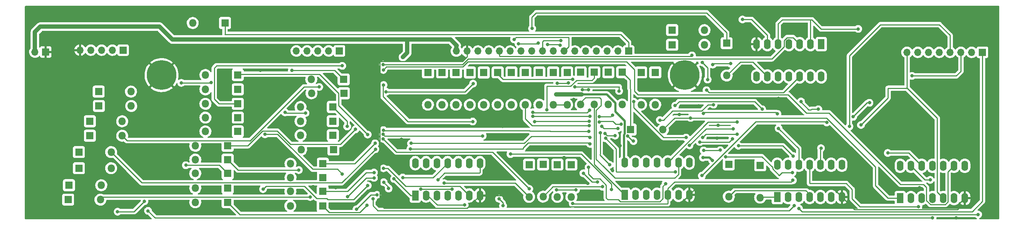
<source format=gbr>
%TF.GenerationSoftware,KiCad,Pcbnew,6.0.2+dfsg-1*%
%TF.CreationDate,2022-05-30T16:29:05+01:00*%
%TF.ProjectId,Keyboard,4b657962-6f61-4726-942e-6b696361645f,rev?*%
%TF.SameCoordinates,Original*%
%TF.FileFunction,Copper,L2,Bot*%
%TF.FilePolarity,Positive*%
%FSLAX46Y46*%
G04 Gerber Fmt 4.6, Leading zero omitted, Abs format (unit mm)*
G04 Created by KiCad (PCBNEW 6.0.2+dfsg-1) date 2022-05-30 16:29:05*
%MOMM*%
%LPD*%
G01*
G04 APERTURE LIST*
%TA.AperFunction,ComponentPad*%
%ADD10R,1.700000X1.700000*%
%TD*%
%TA.AperFunction,ComponentPad*%
%ADD11O,1.700000X1.700000*%
%TD*%
%TA.AperFunction,ComponentPad*%
%ADD12R,1.600000X2.400000*%
%TD*%
%TA.AperFunction,ComponentPad*%
%ADD13O,1.600000X2.400000*%
%TD*%
%TA.AperFunction,ComponentPad*%
%ADD14R,1.800000X1.800000*%
%TD*%
%TA.AperFunction,ComponentPad*%
%ADD15O,1.800000X1.800000*%
%TD*%
%TA.AperFunction,ComponentPad*%
%ADD16C,7.000000*%
%TD*%
%TA.AperFunction,ViaPad*%
%ADD17C,0.800000*%
%TD*%
%TA.AperFunction,Conductor*%
%ADD18C,0.250000*%
%TD*%
%TA.AperFunction,Conductor*%
%ADD19C,1.000000*%
%TD*%
%TA.AperFunction,Conductor*%
%ADD20C,0.500000*%
%TD*%
G04 APERTURE END LIST*
D10*
%TO.P,J2,1,Pin_1*%
%TO.N,Net-(D17-Pad1)*%
X175500000Y-100100000D03*
D11*
%TO.P,J2,2,Pin_2*%
%TO.N,Net-(D19-Pad1)*%
X172960000Y-100100000D03*
%TO.P,J2,3,Pin_3*%
%TO.N,Net-(D21-Pad1)*%
X170420000Y-100100000D03*
%TO.P,J2,4,Pin_4*%
%TO.N,Net-(D23-Pad1)*%
X167880000Y-100100000D03*
%TO.P,J2,5,Pin_5*%
%TO.N,Net-(D25-Pad1)*%
X165340000Y-100100000D03*
%TO.P,J2,6,Pin_6*%
%TO.N,Net-(D32-Pad1)*%
X162800000Y-100100000D03*
%TO.P,J2,7,Pin_7*%
%TO.N,Net-(D34-Pad1)*%
X160260000Y-100100000D03*
%TO.P,J2,8,Pin_8*%
%TO.N,Net-(D36-Pad1)*%
X157720000Y-100100000D03*
%TO.P,J2,9,Pin_9*%
%TO.N,Net-(D38-Pad1)*%
X155180000Y-100100000D03*
%TO.P,J2,10,Pin_10*%
%TO.N,Net-(D40-Pad1)*%
X152640000Y-100100000D03*
%TO.P,J2,11,Pin_11*%
%TO.N,Net-(D45-Pad1)*%
X150100000Y-100100000D03*
%TO.P,J2,12,Pin_12*%
%TO.N,Net-(D47-Pad1)*%
X147560000Y-100100000D03*
%TO.P,J2,13,Pin_13*%
%TO.N,Net-(D49-Pad1)*%
X145020000Y-100100000D03*
%TO.P,J2,14,Pin_14*%
%TO.N,Net-(D51-Pad1)*%
X142480000Y-100100000D03*
%TO.P,J2,15,Pin_15*%
%TO.N,Net-(J2-Pad15)*%
X139940000Y-100100000D03*
%TO.P,J2,16,Pin_16*%
%TO.N,GND*%
X137400000Y-100100000D03*
%TO.P,J2,17,Pin_17*%
%TO.N,VCC*%
X134860000Y-100100000D03*
%TD*%
D12*
%TO.P,U4,1*%
%TO.N,Net-(D37-Pad2)*%
X220894400Y-98454000D03*
D13*
%TO.P,U4,2*%
%TO.N,Net-(J3-Pad7)*%
X218354400Y-98454000D03*
%TO.P,U4,3*%
%TO.N,Net-(D31-Pad1)*%
X215814400Y-98454000D03*
%TO.P,U4,4*%
%TO.N,Net-(D39-Pad2)*%
X213274400Y-98454000D03*
%TO.P,U4,5*%
%TO.N,Net-(J3-Pad7)*%
X210734400Y-98454000D03*
%TO.P,U4,6*%
%TO.N,Net-(D42-Pad1)*%
X208194400Y-98454000D03*
%TO.P,U4,7,GND*%
%TO.N,GND*%
X205654400Y-98454000D03*
%TO.P,U4,8*%
%TO.N,Net-(D43-Pad1)*%
X205654400Y-106074000D03*
%TO.P,U4,9*%
%TO.N,Net-(D41-Pad2)*%
X208194400Y-106074000D03*
%TO.P,U4,10*%
%TO.N,Net-(J3-Pad2)*%
X210734400Y-106074000D03*
%TO.P,U4,11*%
%TO.N,Net-(D44-Pad1)*%
X213274400Y-106074000D03*
%TO.P,U4,12*%
%TO.N,Net-(D46-Pad2)*%
X215814400Y-106074000D03*
%TO.P,U4,13*%
%TO.N,Net-(J3-Pad3)*%
X218354400Y-106074000D03*
%TO.P,U4,14,VCC*%
%TO.N,VCC*%
X220894400Y-106074000D03*
%TD*%
D14*
%TO.P,D28,1,K*%
%TO.N,Net-(D28-Pad1)*%
X105730800Y-113287600D03*
D15*
%TO.P,D28,2,A*%
%TO.N,Net-(D15-Pad2)*%
X98110800Y-113287600D03*
%TD*%
D14*
%TO.P,D47,1,K*%
%TO.N,Net-(D47-Pad1)*%
X144592800Y-105134200D03*
D15*
%TO.P,D47,2,A*%
%TO.N,Net-(D32-Pad2)*%
X144592800Y-112754200D03*
%TD*%
D14*
%TO.P,D22,1,K*%
%TO.N,Net-(D21-Pad1)*%
X170678600Y-105108800D03*
D15*
%TO.P,D22,2,A*%
%TO.N,Net-(D22-Pad2)*%
X170678600Y-112728800D03*
%TD*%
D14*
%TO.P,D1,1,K*%
%TO.N,Net-(D1-Pad1)*%
X108270800Y-106785200D03*
D15*
%TO.P,D1,2,A*%
%TO.N,Net-(D1-Pad2)*%
X100650800Y-106785200D03*
%TD*%
D14*
%TO.P,D44,1,K*%
%TO.N,Net-(D44-Pad1)*%
X80915000Y-122457000D03*
D15*
%TO.P,D44,2,A*%
%TO.N,Net-(D2-Pad2)*%
X73295000Y-122457000D03*
%TD*%
D14*
%TO.P,D12,1,K*%
%TO.N,Net-(D11-Pad1)*%
X45837600Y-123930200D03*
D15*
%TO.P,D12,2,A*%
%TO.N,Net-(D12-Pad2)*%
X53457600Y-123930200D03*
%TD*%
D14*
%TO.P,D25,1,K*%
%TO.N,Net-(D25-Pad1)*%
X158664400Y-126876600D03*
D15*
%TO.P,D25,2,A*%
%TO.N,Net-(D11-Pad2)*%
X158664400Y-134496600D03*
%TD*%
D14*
%TO.P,D41,1,K*%
%TO.N,Net-(D40-Pad1)*%
X198593200Y-98250800D03*
D15*
%TO.P,D41,2,A*%
%TO.N,Net-(D41-Pad2)*%
X198593200Y-105870800D03*
%TD*%
D14*
%TO.P,D52,1,K*%
%TO.N,Net-(D51-Pad1)*%
X138039600Y-105159600D03*
D15*
%TO.P,D52,2,A*%
%TO.N,Net-(D52-Pad2)*%
X138039600Y-112779600D03*
%TD*%
D14*
%TO.P,D6,1,K*%
%TO.N,Net-(D6-Pad1)*%
X105730800Y-119942400D03*
D15*
%TO.P,D6,2,A*%
%TO.N,Net-(D15-Pad2)*%
X98110800Y-119942400D03*
%TD*%
D14*
%TO.P,D8,1,K*%
%TO.N,Net-(D7-Pad1)*%
X50562000Y-113059000D03*
D15*
%TO.P,D8,2,A*%
%TO.N,Net-(D8-Pad2)*%
X58182000Y-113059000D03*
%TD*%
D14*
%TO.P,D31,1,K*%
%TO.N,Net-(D31-Pad1)*%
X83302600Y-112551000D03*
D15*
%TO.P,D31,2,A*%
%TO.N,Net-(D27-Pad2)*%
X75682600Y-112551000D03*
%TD*%
D14*
%TO.P,D16,1,K*%
%TO.N,Net-(D16-Pad1)*%
X103343200Y-133201200D03*
D15*
%TO.P,D16,2,A*%
%TO.N,Net-(D16-Pad2)*%
X95723200Y-133201200D03*
%TD*%
D14*
%TO.P,D46,1,K*%
%TO.N,Net-(D45-Pad1)*%
X151146000Y-105134200D03*
D15*
%TO.P,D46,2,A*%
%TO.N,Net-(D46-Pad2)*%
X151146000Y-112754200D03*
%TD*%
D16*
%TO.P,H2,1,1*%
%TO.N,GND*%
X65338000Y-105769200D03*
%TD*%
D14*
%TO.P,D55,1,K*%
%TO.N,Net-(D55-Pad1)*%
X108321600Y-110061800D03*
D15*
%TO.P,D55,2,A*%
%TO.N,Net-(D1-Pad2)*%
X100701600Y-110061800D03*
%TD*%
D14*
%TO.P,D30,1,K*%
%TO.N,Net-(D30-Pad1)*%
X83302600Y-105743800D03*
D15*
%TO.P,D30,2,A*%
%TO.N,Net-(D27-Pad2)*%
X75682600Y-105743800D03*
%TD*%
D14*
%TO.P,D20,1,K*%
%TO.N,Net-(D19-Pad1)*%
X173955200Y-105083400D03*
D15*
%TO.P,D20,2,A*%
%TO.N,Net-(D20-Pad2)*%
X173955200Y-112703400D03*
%TD*%
D14*
%TO.P,D18,1,K*%
%TO.N,Net-(D17-Pad1)*%
X178425600Y-105134200D03*
D15*
%TO.P,D18,2,A*%
%TO.N,Net-(D18-Pad2)*%
X178425600Y-112754200D03*
%TD*%
D14*
%TO.P,D15,1,K*%
%TO.N,Net-(D15-Pad1)*%
X105883200Y-123346000D03*
D15*
%TO.P,D15,2,A*%
%TO.N,Net-(D15-Pad2)*%
X98263200Y-123346000D03*
%TD*%
D14*
%TO.P,D43,1,K*%
%TO.N,Net-(D43-Pad1)*%
X105730800Y-116640400D03*
D15*
%TO.P,D43,2,A*%
%TO.N,Net-(D15-Pad2)*%
X98110800Y-116640400D03*
%TD*%
D10*
%TO.P,J5,1,Pin_1*%
%TO.N,Net-(D7-Pad1)*%
X56271600Y-99882200D03*
D11*
%TO.P,J5,2,Pin_2*%
%TO.N,Net-(D10-Pad1)*%
X53731600Y-99882200D03*
%TO.P,J5,3,Pin_3*%
%TO.N,Net-(D11-Pad1)*%
X51191600Y-99882200D03*
%TO.P,J5,4,Pin_4*%
%TO.N,Net-(D13-Pad1)*%
X48651600Y-99882200D03*
%TO.P,J5,5,Pin_5*%
%TO.N,GND*%
X46111600Y-99882200D03*
%TD*%
D14*
%TO.P,D35,1,K*%
%TO.N,Net-(D34-Pad1)*%
X155311600Y-126825800D03*
D15*
%TO.P,D35,2,A*%
%TO.N,Net-(D35-Pad2)*%
X155311600Y-134445800D03*
%TD*%
D14*
%TO.P,D56,1,K*%
%TO.N,Net-(D56-Pad1)*%
X80915000Y-132413800D03*
D15*
%TO.P,D56,2,A*%
%TO.N,Net-(D2-Pad2)*%
X73295000Y-132413800D03*
%TD*%
D14*
%TO.P,D5,1,K*%
%TO.N,Net-(D5-Pad1)*%
X80915000Y-125708200D03*
D15*
%TO.P,D5,2,A*%
%TO.N,Net-(D2-Pad2)*%
X73295000Y-125708200D03*
%TD*%
D14*
%TO.P,D32,1,K*%
%TO.N,Net-(D32-Pad1)*%
X160975800Y-105134200D03*
D15*
%TO.P,D32,2,A*%
%TO.N,Net-(D32-Pad2)*%
X160975800Y-112754200D03*
%TD*%
D10*
%TO.P,J1,1,Pin_1*%
%TO.N,GND*%
X38019000Y-100314000D03*
D11*
%TO.P,J1,2,Pin_2*%
%TO.N,VCC*%
X35479000Y-100314000D03*
%TD*%
D14*
%TO.P,D9,1,K*%
%TO.N,Net-(D10-Pad1)*%
X48428400Y-116665800D03*
D15*
%TO.P,D9,2,A*%
%TO.N,Net-(D11-Pad2)*%
X56048400Y-116665800D03*
%TD*%
D14*
%TO.P,D51,1,K*%
%TO.N,Net-(D51-Pad1)*%
X134763000Y-105134200D03*
D15*
%TO.P,D51,2,A*%
%TO.N,Net-(D32-Pad2)*%
X134763000Y-112754200D03*
%TD*%
D14*
%TO.P,D19,1,K*%
%TO.N,Net-(D19-Pad1)*%
X175936400Y-118621600D03*
D15*
%TO.P,D19,2,A*%
%TO.N,Net-(D11-Pad2)*%
X183556400Y-118621600D03*
%TD*%
D14*
%TO.P,D29,1,K*%
%TO.N,Net-(D29-Pad1)*%
X103368600Y-126673400D03*
D15*
%TO.P,D29,2,A*%
%TO.N,Net-(D16-Pad2)*%
X95748600Y-126673400D03*
%TD*%
D14*
%TO.P,D39,1,K*%
%TO.N,Net-(D38-Pad1)*%
X185740800Y-98606400D03*
D15*
%TO.P,D39,2,A*%
%TO.N,Net-(D39-Pad2)*%
X193360800Y-98606400D03*
%TD*%
D14*
%TO.P,D40,1,K*%
%TO.N,Net-(D40-Pad1)*%
X128159000Y-105134200D03*
D15*
%TO.P,D40,2,A*%
%TO.N,Net-(D32-Pad2)*%
X128159000Y-112754200D03*
%TD*%
D14*
%TO.P,D45,1,K*%
%TO.N,Net-(D45-Pad1)*%
X147844000Y-105134200D03*
D15*
%TO.P,D45,2,A*%
%TO.N,Net-(D32-Pad2)*%
X147844000Y-112754200D03*
%TD*%
D10*
%TO.P,J4,1,Pin_1*%
%TO.N,Net-(D1-Pad2)*%
X107274800Y-100060000D03*
D11*
%TO.P,J4,2,Pin_2*%
%TO.N,Net-(D15-Pad2)*%
X104734800Y-100060000D03*
%TO.P,J4,3,Pin_3*%
%TO.N,Net-(D16-Pad2)*%
X102194800Y-100060000D03*
%TO.P,J4,4,Pin_4*%
%TO.N,Net-(D27-Pad2)*%
X99654800Y-100060000D03*
%TO.P,J4,5,Pin_5*%
%TO.N,Net-(D2-Pad2)*%
X97114800Y-100060000D03*
%TD*%
D14*
%TO.P,D7,1,K*%
%TO.N,Net-(D7-Pad1)*%
X50511200Y-109655400D03*
D15*
%TO.P,D7,2,A*%
%TO.N,Net-(D11-Pad2)*%
X58131200Y-109655400D03*
%TD*%
D14*
%TO.P,D36,1,K*%
%TO.N,Net-(D36-Pad1)*%
X157673800Y-105134200D03*
D15*
%TO.P,D36,2,A*%
%TO.N,Net-(D32-Pad2)*%
X157673800Y-112754200D03*
%TD*%
D14*
%TO.P,D27,1,K*%
%TO.N,Net-(D27-Pad1)*%
X83302600Y-115802200D03*
D15*
%TO.P,D27,2,A*%
%TO.N,Net-(D27-Pad2)*%
X75682600Y-115802200D03*
%TD*%
D14*
%TO.P,D17,1,K*%
%TO.N,Net-(D17-Pad1)*%
X80305400Y-93475600D03*
D15*
%TO.P,D17,2,A*%
%TO.N,Net-(D11-Pad2)*%
X72685400Y-93475600D03*
%TD*%
D14*
%TO.P,D38,1,K*%
%TO.N,Net-(D38-Pad1)*%
X154422600Y-105134200D03*
D15*
%TO.P,D38,2,A*%
%TO.N,Net-(D32-Pad2)*%
X154422600Y-112754200D03*
%TD*%
D14*
%TO.P,D14,1,K*%
%TO.N,Net-(D13-Pad1)*%
X43297600Y-135157000D03*
D15*
%TO.P,D14,2,A*%
%TO.N,Net-(D14-Pad2)*%
X50917600Y-135157000D03*
%TD*%
D14*
%TO.P,D37,1,K*%
%TO.N,Net-(D36-Pad1)*%
X185740800Y-95152000D03*
D15*
%TO.P,D37,2,A*%
%TO.N,Net-(D37-Pad2)*%
X193360800Y-95152000D03*
%TD*%
D14*
%TO.P,D23,1,K*%
%TO.N,Net-(D23-Pad1)*%
X152009600Y-126876600D03*
D15*
%TO.P,D23,2,A*%
%TO.N,Net-(D11-Pad2)*%
X152009600Y-134496600D03*
%TD*%
D14*
%TO.P,D2,1,K*%
%TO.N,Net-(D2-Pad1)*%
X80915000Y-135766600D03*
D15*
%TO.P,D2,2,A*%
%TO.N,Net-(D2-Pad2)*%
X73295000Y-135766600D03*
%TD*%
D10*
%TO.P,J3,1,Pin_1*%
%TO.N,Net-(J3-Pad1)*%
X258903200Y-100390200D03*
D11*
%TO.P,J3,2,Pin_2*%
%TO.N,Net-(J3-Pad2)*%
X256363200Y-100390200D03*
%TO.P,J3,3,Pin_3*%
%TO.N,Net-(J3-Pad3)*%
X253823200Y-100390200D03*
%TO.P,J3,4,Pin_4*%
%TO.N,Net-(J3-Pad4)*%
X251283200Y-100390200D03*
%TO.P,J3,5,Pin_5*%
%TO.N,Net-(J3-Pad5)*%
X248743200Y-100390200D03*
%TO.P,J3,6,Pin_6*%
%TO.N,unconnected-(J3-Pad6)*%
X246203200Y-100390200D03*
%TO.P,J3,7,Pin_7*%
%TO.N,Net-(J3-Pad7)*%
X243663200Y-100390200D03*
%TO.P,J3,8,Pin_8*%
%TO.N,Net-(J3-Pad8)*%
X241123200Y-100390200D03*
%TD*%
D14*
%TO.P,D21,1,K*%
%TO.N,Net-(D21-Pad1)*%
X181753000Y-105134200D03*
D15*
%TO.P,D21,2,A*%
%TO.N,Net-(D11-Pad2)*%
X181753000Y-112754200D03*
%TD*%
D12*
%TO.P,U1,1*%
%TO.N,Net-(D11-Pad2)*%
X239507600Y-134791000D03*
D13*
%TO.P,U1,2*%
%TO.N,Net-(J3-Pad3)*%
X242047600Y-134791000D03*
%TO.P,U1,3*%
%TO.N,Net-(D1-Pad1)*%
X244587600Y-134791000D03*
%TO.P,U1,4*%
%TO.N,Net-(D8-Pad2)*%
X247127600Y-134791000D03*
%TO.P,U1,5*%
%TO.N,Net-(J3-Pad8)*%
X249667600Y-134791000D03*
%TO.P,U1,6*%
%TO.N,Net-(D2-Pad1)*%
X252207600Y-134791000D03*
%TO.P,U1,7,GND*%
%TO.N,GND*%
X254747600Y-134791000D03*
%TO.P,U1,8*%
%TO.N,Net-(D3-Pad1)*%
X254747600Y-127171000D03*
%TO.P,U1,9*%
%TO.N,Net-(D10-Pad2)*%
X252207600Y-127171000D03*
%TO.P,U1,10*%
%TO.N,Net-(J3-Pad5)*%
X249667600Y-127171000D03*
%TO.P,U1,11*%
%TO.N,Net-(D4-Pad1)*%
X247127600Y-127171000D03*
%TO.P,U1,12*%
%TO.N,Net-(D12-Pad2)*%
X244587600Y-127171000D03*
%TO.P,U1,13*%
%TO.N,Net-(J3-Pad5)*%
X242047600Y-127171000D03*
%TO.P,U1,14,VCC*%
%TO.N,VCC*%
X239507600Y-127171000D03*
%TD*%
D14*
%TO.P,D11,1,K*%
%TO.N,Net-(D11-Pad1)*%
X45837600Y-127740200D03*
D15*
%TO.P,D11,2,A*%
%TO.N,Net-(D11-Pad2)*%
X53457600Y-127740200D03*
%TD*%
D14*
%TO.P,D48,1,K*%
%TO.N,Net-(D47-Pad1)*%
X206492600Y-127054400D03*
D15*
%TO.P,D48,2,A*%
%TO.N,Net-(D48-Pad2)*%
X206492600Y-134674400D03*
%TD*%
D14*
%TO.P,D54,1,K*%
%TO.N,Net-(D54-Pad1)*%
X103317800Y-136630200D03*
D15*
%TO.P,D54,2,A*%
%TO.N,Net-(D16-Pad2)*%
X95697800Y-136630200D03*
%TD*%
D14*
%TO.P,D3,1,K*%
%TO.N,Net-(D3-Pad1)*%
X103368600Y-129950000D03*
D15*
%TO.P,D3,2,A*%
%TO.N,Net-(D16-Pad2)*%
X95748600Y-129950000D03*
%TD*%
D14*
%TO.P,D24,1,K*%
%TO.N,Net-(D23-Pad1)*%
X167376600Y-105108800D03*
D15*
%TO.P,D24,2,A*%
%TO.N,Net-(D24-Pad2)*%
X167376600Y-112728800D03*
%TD*%
D14*
%TO.P,D13,1,K*%
%TO.N,Net-(D13-Pad1)*%
X43500800Y-131753400D03*
D15*
%TO.P,D13,2,A*%
%TO.N,Net-(D11-Pad2)*%
X51120800Y-131753400D03*
%TD*%
D12*
%TO.P,U3,1*%
%TO.N,Net-(D24-Pad2)*%
X174534400Y-134003600D03*
D13*
%TO.P,U3,2*%
%TO.N,Net-(J3-Pad8)*%
X177074400Y-134003600D03*
%TO.P,U3,3*%
%TO.N,Net-(D27-Pad1)*%
X179614400Y-134003600D03*
%TO.P,U3,4*%
%TO.N,Net-(D26-Pad2)*%
X182154400Y-134003600D03*
%TO.P,U3,5*%
%TO.N,Net-(J3-Pad5)*%
X184694400Y-134003600D03*
%TO.P,U3,6*%
%TO.N,Net-(D28-Pad1)*%
X187234400Y-134003600D03*
%TO.P,U3,7,GND*%
%TO.N,GND*%
X189774400Y-134003600D03*
%TO.P,U3,8*%
%TO.N,Net-(D29-Pad1)*%
X189774400Y-126383600D03*
%TO.P,U3,9*%
%TO.N,Net-(D33-Pad2)*%
X187234400Y-126383600D03*
%TO.P,U3,10*%
%TO.N,Net-(J3-Pad2)*%
X184694400Y-126383600D03*
%TO.P,U3,11*%
%TO.N,Net-(D30-Pad1)*%
X182154400Y-126383600D03*
%TO.P,U3,12*%
%TO.N,Net-(D35-Pad2)*%
X179614400Y-126383600D03*
%TO.P,U3,13*%
%TO.N,Net-(J3-Pad2)*%
X177074400Y-126383600D03*
%TO.P,U3,14,VCC*%
%TO.N,VCC*%
X174534400Y-126383600D03*
%TD*%
D14*
%TO.P,D50,1,K*%
%TO.N,Net-(D49-Pad1)*%
X199101200Y-126825800D03*
D15*
%TO.P,D50,2,A*%
%TO.N,Net-(D50-Pad2)*%
X199101200Y-134445800D03*
%TD*%
D16*
%TO.P,H1,1,1*%
%TO.N,GND*%
X188738000Y-105769200D03*
%TD*%
D14*
%TO.P,D49,1,K*%
%TO.N,Net-(D49-Pad1)*%
X141316200Y-105159600D03*
D15*
%TO.P,D49,2,A*%
%TO.N,Net-(D32-Pad2)*%
X141316200Y-112779600D03*
%TD*%
D14*
%TO.P,D53,1,K*%
%TO.N,Net-(D53-Pad1)*%
X83302600Y-119053400D03*
D15*
%TO.P,D53,2,A*%
%TO.N,Net-(D27-Pad2)*%
X75682600Y-119053400D03*
%TD*%
D14*
%TO.P,D4,1,K*%
%TO.N,Net-(D4-Pad1)*%
X83302600Y-109147400D03*
D15*
%TO.P,D4,2,A*%
%TO.N,Net-(D27-Pad2)*%
X75682600Y-109147400D03*
%TD*%
D12*
%TO.P,U2,1*%
%TO.N,Net-(D14-Pad2)*%
X125156800Y-134156000D03*
D13*
%TO.P,U2,2*%
%TO.N,Net-(J3-Pad5)*%
X127696800Y-134156000D03*
%TO.P,U2,3*%
%TO.N,Net-(D5-Pad1)*%
X130236800Y-134156000D03*
%TO.P,U2,4*%
%TO.N,Net-(D18-Pad2)*%
X132776800Y-134156000D03*
%TO.P,U2,5*%
%TO.N,Net-(J3-Pad1)*%
X135316800Y-134156000D03*
%TO.P,U2,6*%
%TO.N,Net-(D6-Pad1)*%
X137856800Y-134156000D03*
%TO.P,U2,7,GND*%
%TO.N,GND*%
X140396800Y-134156000D03*
%TO.P,U2,8*%
%TO.N,Net-(D15-Pad1)*%
X140396800Y-126536000D03*
%TO.P,U2,9*%
%TO.N,Net-(D20-Pad2)*%
X137856800Y-126536000D03*
%TO.P,U2,10*%
%TO.N,Net-(J3-Pad8)*%
X135316800Y-126536000D03*
%TO.P,U2,11*%
%TO.N,Net-(D16-Pad1)*%
X132776800Y-126536000D03*
%TO.P,U2,12*%
%TO.N,Net-(D22-Pad2)*%
X130236800Y-126536000D03*
%TO.P,U2,13*%
%TO.N,Net-(J3-Pad8)*%
X127696800Y-126536000D03*
%TO.P,U2,14,VCC*%
%TO.N,VCC*%
X125156800Y-126536000D03*
%TD*%
D14*
%TO.P,D10,1,K*%
%TO.N,Net-(D10-Pad1)*%
X48428400Y-120069400D03*
D15*
%TO.P,D10,2,A*%
%TO.N,Net-(D10-Pad2)*%
X56048400Y-120069400D03*
%TD*%
D14*
%TO.P,D42,1,K*%
%TO.N,Net-(D42-Pad1)*%
X80915000Y-128959400D03*
D15*
%TO.P,D42,2,A*%
%TO.N,Net-(D2-Pad2)*%
X73295000Y-128959400D03*
%TD*%
D14*
%TO.P,D26,1,K*%
%TO.N,Net-(D25-Pad1)*%
X161966400Y-126876600D03*
D15*
%TO.P,D26,2,A*%
%TO.N,Net-(D26-Pad2)*%
X161966400Y-134496600D03*
%TD*%
D14*
%TO.P,D33,1,K*%
%TO.N,Net-(D32-Pad1)*%
X164176200Y-105108800D03*
D15*
%TO.P,D33,2,A*%
%TO.N,Net-(D33-Pad2)*%
X164176200Y-112728800D03*
%TD*%
D12*
%TO.P,U5,1*%
%TO.N,Net-(D48-Pad2)*%
X210526200Y-134537000D03*
D13*
%TO.P,U5,2*%
%TO.N,Net-(J3-Pad1)*%
X213066200Y-134537000D03*
%TO.P,U5,3*%
%TO.N,Net-(D53-Pad1)*%
X215606200Y-134537000D03*
%TO.P,U5,4*%
%TO.N,Net-(D50-Pad2)*%
X218146200Y-134537000D03*
%TO.P,U5,5*%
%TO.N,Net-(J3-Pad1)*%
X220686200Y-134537000D03*
%TO.P,U5,6*%
%TO.N,Net-(D54-Pad1)*%
X223226200Y-134537000D03*
%TO.P,U5,7,GND*%
%TO.N,GND*%
X225766200Y-134537000D03*
%TO.P,U5,8*%
%TO.N,Net-(D55-Pad1)*%
X225766200Y-126917000D03*
%TO.P,U5,9*%
%TO.N,Net-(D52-Pad2)*%
X223226200Y-126917000D03*
%TO.P,U5,10*%
%TO.N,Net-(J3-Pad4)*%
X220686200Y-126917000D03*
%TO.P,U5,11*%
%TO.N,Net-(D56-Pad1)*%
X218146200Y-126917000D03*
%TO.P,U5,12*%
%TO.N,Net-(J2-Pad15)*%
X215606200Y-126917000D03*
%TO.P,U5,13*%
%TO.N,Net-(J3-Pad1)*%
X213066200Y-126917000D03*
%TO.P,U5,14,VCC*%
%TO.N,VCC*%
X210526200Y-126917000D03*
%TD*%
D14*
%TO.P,D34,1,K*%
%TO.N,Net-(D34-Pad1)*%
X131486400Y-105134200D03*
D15*
%TO.P,D34,2,A*%
%TO.N,Net-(D32-Pad2)*%
X131486400Y-112754200D03*
%TD*%
D17*
%TO.N,Net-(J3-Pad1)*%
X215646000Y-137259580D03*
%TO.N,Net-(D53-Pad1)*%
X214493600Y-136554000D03*
X115205000Y-134956011D03*
X107940600Y-129086400D03*
X89728800Y-119739200D03*
%TO.N,Net-(D54-Pad1)*%
X113808000Y-136452400D03*
%TO.N,GND*%
X192532000Y-127000000D03*
X214630000Y-93980000D03*
X191440400Y-132337600D03*
X202438000Y-107188000D03*
X101092000Y-132080000D03*
X115824000Y-132080000D03*
X192024000Y-113030000D03*
X164592000Y-126746000D03*
X223774000Y-112776000D03*
X206756000Y-119888000D03*
X68834000Y-132842000D03*
X60264800Y-98047600D03*
X174498000Y-110236000D03*
X106426000Y-132334000D03*
X149860000Y-127000000D03*
X89408000Y-124206000D03*
X219710000Y-119634000D03*
X147828000Y-133350000D03*
X196342000Y-120650000D03*
X166370000Y-133858000D03*
X55880000Y-131572000D03*
X240538000Y-114808000D03*
X202184000Y-113284000D03*
X56388000Y-123952000D03*
X155956000Y-94996000D03*
X246126000Y-129286000D03*
X173482000Y-122428000D03*
X134112000Y-115062000D03*
X180340000Y-114554000D03*
X249428000Y-130810000D03*
X105918000Y-106934000D03*
X178308000Y-117348000D03*
X89408000Y-136144000D03*
X89662000Y-106680000D03*
X221996000Y-128524000D03*
X245618000Y-136652000D03*
X187706000Y-117348000D03*
X177038000Y-131318000D03*
X181864000Y-117348000D03*
X113792000Y-106426000D03*
X244602000Y-103378000D03*
X92964000Y-109474000D03*
X245618000Y-108966000D03*
X176022000Y-123190000D03*
X154432000Y-108712000D03*
X252730000Y-139446000D03*
X217170000Y-109474000D03*
X99822000Y-129540000D03*
X192278000Y-117348000D03*
X187452000Y-115062000D03*
X87122000Y-113538000D03*
X98298000Y-133350000D03*
X216154000Y-96012000D03*
X147828000Y-120396000D03*
X121412000Y-126238000D03*
X244094000Y-132334000D03*
X112776000Y-134366000D03*
X181102000Y-131318000D03*
X67564000Y-137160000D03*
X174752000Y-107188000D03*
X163068000Y-122936000D03*
X92202000Y-130048000D03*
X86360000Y-132842000D03*
X186944000Y-121412000D03*
X115062000Y-126492000D03*
X54102000Y-103886000D03*
X107188000Y-136906000D03*
X225298000Y-100330000D03*
X121920000Y-120904000D03*
X235966000Y-132080000D03*
X109474000Y-131064000D03*
X108966000Y-124460000D03*
X113284000Y-113792000D03*
X171704000Y-109728000D03*
X232664000Y-121920000D03*
X98298000Y-136652000D03*
X168910000Y-107442000D03*
X202692000Y-127000000D03*
X165862000Y-131318000D03*
X72390000Y-104648000D03*
X207772000Y-124206000D03*
X179578000Y-119888000D03*
X121158000Y-134112000D03*
X105664000Y-101600000D03*
X224282000Y-122174000D03*
X162560000Y-111506000D03*
X92710000Y-94488000D03*
X113538000Y-108966000D03*
X113792000Y-101092000D03*
X111506000Y-129286000D03*
X210820000Y-111252000D03*
X251968000Y-113030000D03*
X143764000Y-127762000D03*
X212344000Y-113792000D03*
X178816000Y-99822000D03*
X203200000Y-123952000D03*
X196596000Y-117602000D03*
X225298000Y-106934000D03*
X157226000Y-122936000D03*
X234950000Y-117602000D03*
X253746000Y-96266000D03*
X77216000Y-132842000D03*
X145796000Y-117856000D03*
X160274000Y-125222000D03*
X231902000Y-133858000D03*
X246888000Y-132334000D03*
X171196000Y-124460000D03*
X230378000Y-127254000D03*
X171704000Y-128270000D03*
X216408000Y-129540000D03*
X220472000Y-136906000D03*
X64455800Y-100765400D03*
X152908000Y-123190000D03*
X236220000Y-102870000D03*
X72136000Y-113792000D03*
X88646000Y-104648000D03*
X167132000Y-97536000D03*
X85090000Y-129794000D03*
X76454000Y-129540000D03*
X101600000Y-116586000D03*
X90678000Y-101346000D03*
%TO.N,Net-(D55-Pad1)*%
X158645789Y-107660900D03*
X214122000Y-128778000D03*
X189017400Y-120501200D03*
X118278400Y-109706200D03*
X138801600Y-107775800D03*
X176668701Y-112038701D03*
X161280600Y-107648800D03*
X193157600Y-123549200D03*
X173228000Y-109528389D03*
X162804600Y-108563200D03*
X197094600Y-123473000D03*
X198376700Y-125022400D03*
%TO.N,Net-(D52-Pad2)*%
X172278800Y-120044000D03*
X175258900Y-120158041D03*
X169916600Y-119536000D03*
X192268600Y-121542600D03*
X176622200Y-121339400D03*
X152924000Y-114523297D03*
X214244344Y-124857900D03*
X199964800Y-120806000D03*
X166233600Y-114075000D03*
X201361800Y-122431600D03*
%TO.N,Net-(J3-Pad4)*%
X227549200Y-117885000D03*
X220843600Y-123015800D03*
%TO.N,Net-(D56-Pad1)*%
X243805200Y-136802380D03*
%TO.N,VCC*%
X195215000Y-125911400D03*
X122266200Y-101527400D03*
X192979800Y-125225600D03*
X158410400Y-110290400D03*
%TO.N,Net-(J3-Pad7)*%
X229606600Y-94872600D03*
%TO.N,Net-(D31-Pad1)*%
X107940600Y-103584800D03*
X117580500Y-103293300D03*
%TO.N,Net-(D42-Pad1)*%
X202327000Y-92637400D03*
X71059800Y-127029000D03*
%TO.N,Net-(D43-Pad1)*%
X195316600Y-103280000D03*
X199558400Y-103076800D03*
%TO.N,Net-(D44-Pad1)*%
X117643400Y-118748600D03*
X168773600Y-119383600D03*
X111064800Y-118570800D03*
X189825901Y-122334299D03*
X170983400Y-126927400D03*
X200142600Y-118418400D03*
X166106600Y-119028000D03*
%TO.N,Net-(D46-Pad2)*%
X195494400Y-112754200D03*
X182831900Y-116386400D03*
X172913800Y-118342200D03*
X193843400Y-109325200D03*
X169154600Y-117834200D03*
X166182800Y-117707200D03*
%TO.N,Net-(J3-Pad3)*%
X242281200Y-105947000D03*
%TO.N,Net-(D27-Pad1)*%
X117719600Y-131042200D03*
X133874000Y-132694411D03*
X158486600Y-132833500D03*
X163058600Y-132833500D03*
X113960400Y-131829600D03*
X126496218Y-132694411D03*
X118888000Y-132515400D03*
X89271600Y-132667800D03*
%TO.N,Net-(D28-Pad1)*%
X144923000Y-134956020D03*
X145862800Y-136604800D03*
X117580500Y-120806000D03*
X152035000Y-132591600D03*
X109109000Y-117885000D03*
%TO.N,Net-(D29-Pad1)*%
X124171200Y-121872800D03*
X166309800Y-120450400D03*
X186509900Y-128578400D03*
X115687600Y-121872800D03*
X170043600Y-120679000D03*
%TO.N,Net-(D30-Pad1)*%
X147615400Y-124412800D03*
X113935000Y-119790000D03*
X141062200Y-120120200D03*
X117580500Y-119746121D03*
X171389800Y-132794800D03*
%TO.N,Net-(D35-Pad2)*%
X169332400Y-132109000D03*
%TO.N,Net-(D14-Pad2)*%
X109185200Y-134445800D03*
X100371400Y-134522000D03*
X120158000Y-130254800D03*
X115433600Y-130026200D03*
%TO.N,Net-(D5-Pad1)*%
X97704400Y-128172000D03*
%TO.N,Net-(D6-Pad1)*%
X117668800Y-127765600D03*
%TO.N,Net-(D15-Pad1)*%
X130495800Y-130432600D03*
%TO.N,Net-(D20-Pad2)*%
X171643800Y-115218000D03*
X168550620Y-115573600D03*
X152924000Y-115522800D03*
X166335200Y-115472000D03*
%TO.N,Net-(D16-Pad1)*%
X115433600Y-128756200D03*
X122215400Y-129924600D03*
%TO.N,Net-(D11-Pad2)*%
X190084200Y-115878400D03*
X116131500Y-134014000D03*
X111293400Y-137417600D03*
X131969000Y-131245400D03*
%TO.N,Net-(D1-Pad1)*%
X54956200Y-138001800D03*
X96078800Y-104626200D03*
X77040900Y-107547200D03*
X69993000Y-107598000D03*
X61306200Y-135512600D03*
%TO.N,Net-(D8-Pad2)*%
X247132600Y-139475000D03*
X62144400Y-137798600D03*
%TO.N,Net-(D2-Pad1)*%
X257876800Y-138662200D03*
%TO.N,Net-(D10-Pad2)*%
X102505000Y-108563200D03*
X117643400Y-104550000D03*
%TO.N,Net-(D4-Pad1)*%
X138725400Y-116716600D03*
X99279200Y-114735400D03*
X117694200Y-108106000D03*
X168550620Y-116818200D03*
X166209094Y-116708044D03*
X186452000Y-112982800D03*
X232273600Y-112297000D03*
X228412800Y-115599000D03*
X206966800Y-113812600D03*
X220208600Y-113821000D03*
X94453200Y-114557600D03*
X153279600Y-116716600D03*
X173716990Y-117367390D03*
X216119200Y-111992200D03*
%TO.N,Net-(D12-Pad2)*%
X236591600Y-124133400D03*
X166030400Y-127511600D03*
X115763800Y-123244400D03*
X124018800Y-123168200D03*
X184191400Y-131372400D03*
X166386000Y-121999800D03*
%TO.N,Net-(D40-Pad1)*%
X152720800Y-94771000D03*
%TO.N,Net-(D38-Pad1)*%
X159502600Y-97641200D03*
%TO.N,Net-(D34-Pad1)*%
X148479000Y-97336400D03*
%TO.N,Net-(D47-Pad1)*%
X164594700Y-109244580D03*
X166043700Y-109244580D03*
X192929000Y-120475800D03*
X201057000Y-119713800D03*
X162245800Y-106785200D03*
%TO.N,Net-(D49-Pad1)*%
X190414400Y-101121000D03*
X192852800Y-102772000D03*
X194097400Y-106810600D03*
%TO.N,Net-(D23-Pad1)*%
X156200600Y-113948000D03*
%TO.N,Net-(J3-Pad2)*%
X201031600Y-116869000D03*
%TO.N,Net-(J3-Pad5)*%
X246573800Y-130483400D03*
X214188800Y-130585000D03*
X162296600Y-136058100D03*
X136795000Y-136439100D03*
%TO.N,Net-(J3-Pad8)*%
X192751200Y-129492800D03*
X222198200Y-116936800D03*
X164811200Y-128934000D03*
X168087800Y-130966000D03*
X230267000Y-117529400D03*
%TO.N,Net-(J2-Pad15)*%
X156353000Y-98555600D03*
X193132200Y-114811600D03*
X154194000Y-98225400D03*
X210836000Y-118342200D03*
X159299400Y-98733400D03*
X210582000Y-114913200D03*
X149520400Y-98377800D03*
%TD*%
D18*
%TO.N,Net-(D48-Pad2)*%
X206630000Y-134537000D02*
X206492600Y-134674400D01*
X210526200Y-134537000D02*
X206630000Y-134537000D01*
%TO.N,Net-(J3-Pad1)*%
X216362820Y-137976400D02*
X215646000Y-137259580D01*
X256568700Y-137887500D02*
X256479800Y-137976400D01*
X256568700Y-137887500D02*
X258903200Y-135553000D01*
X256479800Y-137976400D02*
X221326200Y-137976400D01*
X258903200Y-135553000D02*
X258903200Y-100390200D01*
X256568700Y-137887500D02*
X256429000Y-138027200D01*
X221326200Y-137976400D02*
X216362820Y-137976400D01*
%TO.N,Net-(D53-Pad1)*%
X213299800Y-137747800D02*
X116348000Y-137747800D01*
X214493600Y-136554000D02*
X213299800Y-137747800D01*
X92726000Y-119739200D02*
X89728800Y-119739200D01*
X106823000Y-127968800D02*
X100955600Y-127968800D01*
X100955600Y-127968800D02*
X95240600Y-122253800D01*
X115205000Y-136604800D02*
X115205000Y-134956011D01*
X95240600Y-122253800D02*
X92726000Y-119739200D01*
X107940600Y-129086400D02*
X106823000Y-127968800D01*
X116348000Y-137747800D02*
X115205000Y-136604800D01*
%TO.N,Net-(D50-Pad2)*%
X218146200Y-133885560D02*
X218146200Y-134537000D01*
X200534520Y-133012480D02*
X217273120Y-133012480D01*
X217273120Y-133012480D02*
X218146200Y-133885560D01*
X199101200Y-134445800D02*
X200534520Y-133012480D01*
%TO.N,Net-(D54-Pad1)*%
X104900280Y-138212680D02*
X103317800Y-136630200D01*
X112047720Y-138212680D02*
X104900280Y-138212680D01*
X113808000Y-136452400D02*
X112047720Y-138212680D01*
%TO.N,GND*%
X253017720Y-137526880D02*
X228756080Y-137526880D01*
X148783800Y-133937800D02*
X148565600Y-134156000D01*
X117795800Y-137163600D02*
X116856000Y-136223800D01*
D19*
X62982600Y-100765400D02*
X64455800Y-100765400D01*
D18*
X137379200Y-101451200D02*
X136261600Y-102568800D01*
X253223089Y-136315511D02*
X253223089Y-137321511D01*
X228756080Y-137526880D02*
X225766200Y-134537000D01*
X140396800Y-134156000D02*
X137389200Y-137163600D01*
X137379200Y-100181200D02*
X137379200Y-101451200D01*
X254747600Y-134791000D02*
X253223089Y-136315511D01*
X151628600Y-136782600D02*
X148783800Y-133937800D01*
X68538400Y-102568800D02*
X116856000Y-102568800D01*
X223566800Y-132337600D02*
X191440400Y-132337600D01*
X189774400Y-134003600D02*
X186995400Y-136782600D01*
X253223089Y-137321511D02*
X253017720Y-137526880D01*
D19*
X60264800Y-98047600D02*
X62982600Y-100765400D01*
D18*
X191440400Y-132337600D02*
X189774400Y-134003600D01*
X225766200Y-134537000D02*
X223566800Y-132337600D01*
X65338000Y-105769200D02*
X68538400Y-102568800D01*
X136261600Y-102568800D02*
X116856000Y-102568800D01*
X148565600Y-134156000D02*
X140396800Y-134156000D01*
X137389200Y-137163600D02*
X117795800Y-137163600D01*
X116856000Y-136223800D02*
X116856000Y-102568800D01*
X186995400Y-136782600D02*
X151628600Y-136782600D01*
%TO.N,Net-(D55-Pad1)*%
X209413600Y-127526378D02*
X209413600Y-127867200D01*
X198376700Y-125022400D02*
X206909622Y-125022400D01*
X162804600Y-108563200D02*
X162847720Y-108520080D01*
X173228000Y-108543760D02*
X173251680Y-108520080D01*
X176668701Y-112038701D02*
X176668701Y-113465622D01*
X161268511Y-107660889D02*
X161280600Y-107648800D01*
X158645800Y-107660889D02*
X161268511Y-107660889D01*
X118278400Y-109706200D02*
X136871200Y-109706200D01*
X158645789Y-107660900D02*
X158645800Y-107660889D01*
X162847720Y-108520080D02*
X173251680Y-108520080D01*
X209413600Y-127867200D02*
X210988400Y-129442000D01*
X173228000Y-109528389D02*
X173228000Y-108543760D01*
X193157600Y-123549200D02*
X197018400Y-123549200D01*
X197018400Y-123549200D02*
X197094600Y-123473000D01*
X214122000Y-128778000D02*
X211652400Y-128778000D01*
X176668701Y-113465622D02*
X183704279Y-120501200D01*
X211652400Y-128778000D02*
X210988400Y-129442000D01*
X183704279Y-120501200D02*
X189017400Y-120501200D01*
X136871200Y-109706200D02*
X138801600Y-107775800D01*
X206909622Y-125022400D02*
X209413600Y-127526378D01*
%TO.N,Net-(D52-Pad2)*%
X214244344Y-124857900D02*
X211818044Y-122431600D01*
X199964800Y-120806000D02*
X199228200Y-121542600D01*
X170424600Y-120044000D02*
X169916600Y-119536000D01*
X176440259Y-121339400D02*
X175258900Y-120158041D01*
X172278800Y-120044000D02*
X170424600Y-120044000D01*
X153073214Y-114672511D02*
X152924000Y-114523297D01*
X165636089Y-114672511D02*
X153073214Y-114672511D01*
X176622200Y-121339400D02*
X176440259Y-121339400D01*
X166233600Y-114075000D02*
X165636089Y-114672511D01*
X211818044Y-122431600D02*
X201361800Y-122431600D01*
X199228200Y-121542600D02*
X192268600Y-121542600D01*
%TO.N,Net-(J3-Pad4)*%
X220843600Y-123015800D02*
X220686200Y-123173200D01*
X248758200Y-93856600D02*
X251283200Y-96381600D01*
X234864400Y-93856600D02*
X248758200Y-93856600D01*
X251283200Y-96381600D02*
X251283200Y-100390200D01*
X227549200Y-117885000D02*
X227549200Y-101171800D01*
X227549200Y-101171800D02*
X234864400Y-93856600D01*
X220686200Y-123173200D02*
X220686200Y-126917000D01*
%TO.N,Net-(D56-Pad1)*%
X243805200Y-136802380D02*
X230058180Y-136802380D01*
X228184200Y-134928400D02*
X228184200Y-132718600D01*
X218146200Y-131342000D02*
X218146200Y-126917000D01*
X228184200Y-132718600D02*
X226812600Y-131347000D01*
X226812600Y-131347000D02*
X218151200Y-131347000D01*
X230058180Y-136802380D02*
X228184200Y-134928400D01*
X218151200Y-131347000D02*
X218146200Y-131342000D01*
D20*
%TO.N,VCC*%
X174361600Y-119853950D02*
X174566501Y-119649049D01*
X172355000Y-114354400D02*
X172355000Y-112373182D01*
D19*
X134839200Y-98860400D02*
X134839200Y-100181200D01*
D20*
X170325909Y-110344091D02*
X164379400Y-110344091D01*
X174566501Y-119649049D02*
X174566501Y-116565901D01*
D19*
X158464091Y-110344091D02*
X164379400Y-110344091D01*
X123251489Y-97392511D02*
X133523711Y-97392511D01*
X123251489Y-97392511D02*
X123251489Y-100542111D01*
D20*
X174566501Y-116565901D02*
X172355000Y-114354400D01*
D19*
X36744400Y-94339200D02*
X64862200Y-94339200D01*
X134915400Y-98784200D02*
X134839200Y-98860400D01*
X35479000Y-100314000D02*
X35479000Y-95604600D01*
X67915511Y-97392511D02*
X123251489Y-97392511D01*
X35479000Y-95604600D02*
X36744400Y-94339200D01*
X158410400Y-110290400D02*
X158464091Y-110344091D01*
X123251489Y-100542111D02*
X122266200Y-101527400D01*
D20*
X174534400Y-126383600D02*
X174361600Y-126210800D01*
X172355000Y-112373182D02*
X170325909Y-110344091D01*
X174361600Y-126210800D02*
X174361600Y-119853950D01*
X192979800Y-125225600D02*
X194529200Y-125225600D01*
D19*
X64862200Y-94339200D02*
X67915511Y-97392511D01*
X133523711Y-97392511D02*
X134915400Y-98784200D01*
D20*
X194529200Y-125225600D02*
X195215000Y-125911400D01*
D18*
%TO.N,Net-(J3-Pad7)*%
X229606600Y-94872600D02*
X220843600Y-94872600D01*
X218354400Y-98454000D02*
X218354400Y-92815200D01*
X218456000Y-92713600D02*
X211699600Y-92713600D01*
X211699600Y-92713600D02*
X210734400Y-93678800D01*
X210734400Y-93678800D02*
X210734400Y-98454000D01*
X218684600Y-92713600D02*
X218456000Y-92713600D01*
X218354400Y-92815200D02*
X218456000Y-92713600D01*
X220843600Y-94872600D02*
X218684600Y-92713600D01*
%TO.N,Net-(D31-Pad1)*%
X78298800Y-103584800D02*
X77765400Y-104118200D01*
X214289880Y-96929480D02*
X212808609Y-96929480D01*
X136273700Y-103293300D02*
X117580500Y-103293300D01*
X78857600Y-112551000D02*
X83302600Y-112551000D01*
X107940600Y-103584800D02*
X78298800Y-103584800D01*
X209234022Y-101944689D02*
X137622311Y-101944689D01*
X77765400Y-111458800D02*
X78857600Y-112551000D01*
X215814400Y-98454000D02*
X214289880Y-96929480D01*
X212149880Y-97588209D02*
X212149880Y-99028831D01*
X212808609Y-96929480D02*
X212149880Y-97588209D01*
X77765400Y-104118200D02*
X77765400Y-111458800D01*
X137622311Y-101944689D02*
X136273700Y-103293300D01*
X212149880Y-99028831D02*
X209234022Y-101944689D01*
%TO.N,Net-(D42-Pad1)*%
X78984600Y-127029000D02*
X80915000Y-128959400D01*
X208194400Y-96345800D02*
X208194400Y-98454000D01*
X202327000Y-92637400D02*
X204486000Y-92637400D01*
X204486000Y-92637400D02*
X208194400Y-96345800D01*
X71059800Y-127029000D02*
X78984600Y-127029000D01*
%TO.N,Net-(D43-Pad1)*%
X195519800Y-103076800D02*
X195316600Y-103280000D01*
X199558400Y-103076800D02*
X195519800Y-103076800D01*
%TO.N,Net-(D41-Pad2)*%
X204790800Y-102670400D02*
X208194400Y-106074000D01*
X201793600Y-102670400D02*
X204790800Y-102670400D01*
X198593200Y-105870800D02*
X201793600Y-102670400D01*
%TO.N,Net-(D44-Pad1)*%
X170983400Y-126927400D02*
X168697400Y-124641400D01*
X168697400Y-124641400D02*
X168697400Y-124438200D01*
X152238200Y-118926400D02*
X152162000Y-118850200D01*
X200142600Y-118418400D02*
X193741800Y-118418400D01*
X92587377Y-118964859D02*
X89157659Y-118964859D01*
X117745000Y-118850200D02*
X117643400Y-118748600D01*
X111064800Y-118570800D02*
X107514111Y-122121489D01*
X157064200Y-119028000D02*
X156962600Y-118926400D01*
X85665518Y-122457000D02*
X80915000Y-122457000D01*
X107514111Y-122121489D02*
X95744007Y-122121489D01*
X193741800Y-118418400D02*
X189825901Y-122334299D01*
X168697400Y-124438200D02*
X168773600Y-124362000D01*
X95744007Y-122121489D02*
X92587377Y-118964859D01*
X89157659Y-118964859D02*
X85665518Y-122457000D01*
X152162000Y-118850200D02*
X117745000Y-118850200D01*
X156962600Y-118926400D02*
X152238200Y-118926400D01*
X168773600Y-124362000D02*
X168773600Y-119383600D01*
X166106600Y-119028000D02*
X157064200Y-119028000D01*
%TO.N,Net-(D46-Pad2)*%
X166182800Y-117707200D02*
X152746200Y-117707200D01*
X169662600Y-118342200D02*
X169154600Y-117834200D01*
X195494400Y-112754200D02*
X194164986Y-112754200D01*
X211951231Y-109937169D02*
X194455369Y-109937169D01*
X151146000Y-116107000D02*
X151146000Y-112754200D01*
X172913800Y-118342200D02*
X169662600Y-118342200D01*
X182831900Y-116386400D02*
X183683400Y-116386400D01*
X183683400Y-116386400D02*
X185817000Y-114252800D01*
X194164986Y-112754200D02*
X192666386Y-114252800D01*
X194455369Y-109937169D02*
X193843400Y-109325200D01*
X215814400Y-106074000D02*
X211951231Y-109937169D01*
X192666386Y-114252800D02*
X185817000Y-114252800D01*
X152746200Y-117707200D02*
X151146000Y-116107000D01*
%TO.N,Net-(J3-Pad3)*%
X253823200Y-100390200D02*
X253823200Y-104869800D01*
X253823200Y-104869800D02*
X252746000Y-105947000D01*
X252746000Y-105947000D02*
X242281200Y-105947000D01*
%TO.N,Net-(D24-Pad2)*%
X167376600Y-126845800D02*
X167376600Y-112728800D01*
X167376600Y-126845800D02*
X174534400Y-134003600D01*
%TO.N,Net-(D27-Pad1)*%
X163058600Y-132833500D02*
X158486600Y-132833500D01*
X89962711Y-131976689D02*
X89271600Y-132667800D01*
X133811069Y-132631480D02*
X126559149Y-132631480D01*
X118888000Y-132515400D02*
X118888000Y-132210600D01*
X99048339Y-131979739D02*
X99045289Y-131976689D01*
X105236111Y-135170311D02*
X104550311Y-135170311D01*
X126559149Y-132631480D02*
X126496218Y-132694411D01*
X118888000Y-132210600D02*
X117719600Y-131042200D01*
X104257600Y-134877600D02*
X101997000Y-134877600D01*
X99045289Y-131976689D02*
X89962711Y-131976689D01*
X110619689Y-135170311D02*
X105236111Y-135170311D01*
X101946200Y-134877600D02*
X99048339Y-131979739D01*
X101997000Y-134877600D02*
X101946200Y-134877600D01*
X113960400Y-131829600D02*
X110619689Y-135170311D01*
X104550311Y-135170311D02*
X104257600Y-134877600D01*
X133874000Y-132694411D02*
X133811069Y-132631480D01*
%TO.N,Net-(D28-Pad1)*%
X143373600Y-123930200D02*
X120704700Y-123930200D01*
X120704700Y-123930200D02*
X117580500Y-120806000D01*
X109109000Y-117885000D02*
X109109000Y-116665800D01*
X145862800Y-136604800D02*
X145862800Y-135895820D01*
X152035000Y-132591600D02*
X143373600Y-123930200D01*
X145862800Y-135895820D02*
X144923000Y-134956020D01*
X109109000Y-116665800D02*
X105730800Y-113287600D01*
%TO.N,Net-(D29-Pad1)*%
X166055800Y-120196400D02*
X152517600Y-120196400D01*
X103368600Y-126673400D02*
X110887000Y-126673400D01*
X172558200Y-128553000D02*
X172583600Y-128578400D01*
X110963200Y-126597200D02*
X115687600Y-121872800D01*
X170043600Y-120679000D02*
X172558200Y-123193600D01*
X172583600Y-128578400D02*
X186509900Y-128578400D01*
X166309800Y-120450400D02*
X166055800Y-120196400D01*
X110861600Y-126698800D02*
X110963200Y-126597200D01*
X172558200Y-123193600D02*
X172558200Y-128553000D01*
X110887000Y-126673400D02*
X110963200Y-126597200D01*
X152517600Y-120196400D02*
X150841200Y-121872800D01*
X150841200Y-121872800D02*
X124171200Y-121872800D01*
%TO.N,Net-(D33-Pad2)*%
X168615889Y-111072489D02*
X165299111Y-111072489D01*
X169535600Y-127333800D02*
X167826120Y-125624320D01*
X167826120Y-125624320D02*
X167826120Y-114057280D01*
X165299111Y-111072489D02*
X164176200Y-112195400D01*
X187234400Y-126383600D02*
X187234400Y-129167600D01*
X168976800Y-112906600D02*
X168976800Y-111433400D01*
X167826120Y-114057280D02*
X168976800Y-112906600D01*
X187234400Y-129167600D02*
X186325000Y-130077000D01*
X164176200Y-112195400D02*
X164176200Y-112728800D01*
X168976800Y-111433400D02*
X168615889Y-111072489D01*
X186325000Y-130077000D02*
X172253400Y-130077000D01*
X169535600Y-127359200D02*
X169535600Y-127333800D01*
X172253400Y-130077000D02*
X169535600Y-127359200D01*
%TO.N,Net-(D30-Pad1)*%
X164307882Y-124412800D02*
X147615400Y-124412800D01*
X113935000Y-119790000D02*
X107097089Y-112952089D01*
X83505800Y-105540600D02*
X83302600Y-105743800D01*
X107097089Y-112952089D02*
X107097089Y-110056489D01*
X102581200Y-105540600D02*
X83505800Y-105540600D01*
X117954579Y-120120200D02*
X117580500Y-119746121D01*
X141062200Y-120120200D02*
X117954579Y-120120200D01*
X171389800Y-132794800D02*
X171389800Y-131494718D01*
X171389800Y-131494718D02*
X164307882Y-124412800D01*
X107097089Y-110056489D02*
X102581200Y-105540600D01*
%TO.N,Net-(D35-Pad2)*%
X157648400Y-132109000D02*
X169332400Y-132109000D01*
X155311600Y-134445800D02*
X157648400Y-132109000D01*
%TO.N,Net-(D14-Pad2)*%
X109185200Y-134445800D02*
X113604800Y-130026200D01*
X124059200Y-134156000D02*
X125156800Y-134156000D01*
X120158000Y-130254800D02*
X124059200Y-134156000D01*
X113604800Y-130026200D02*
X115433600Y-130026200D01*
X100351311Y-134542089D02*
X100371400Y-134522000D01*
X50917600Y-135157000D02*
X51532511Y-134542089D01*
X51532511Y-134542089D02*
X100351311Y-134542089D01*
%TO.N,Net-(D5-Pad1)*%
X97704400Y-128172000D02*
X83378800Y-128172000D01*
X83378800Y-128172000D02*
X80915000Y-125708200D01*
%TO.N,Net-(D6-Pad1)*%
X137856800Y-134156000D02*
X135670711Y-131969911D01*
X135670711Y-131969911D02*
X122897725Y-131969911D01*
X118693414Y-127765600D02*
X117668800Y-127765600D01*
X122897725Y-131969911D02*
X118693414Y-127765600D01*
%TO.N,Net-(D15-Pad1)*%
X130495800Y-130432600D02*
X132045200Y-128883200D01*
X132045200Y-128883200D02*
X140274800Y-128883200D01*
X140274800Y-128883200D02*
X140396800Y-128761200D01*
X140396800Y-128761200D02*
X140396800Y-126536000D01*
%TO.N,Net-(D20-Pad2)*%
X152974800Y-115472000D02*
X152924000Y-115522800D01*
X166335200Y-115472000D02*
X156962600Y-115472000D01*
X156962600Y-115472000D02*
X152974800Y-115472000D01*
X171643800Y-115218000D02*
X171288200Y-115573600D01*
X171288200Y-115573600D02*
X168550620Y-115573600D01*
%TO.N,Net-(D16-Pad1)*%
X109159800Y-133201200D02*
X113096800Y-129264200D01*
X113604800Y-128756200D02*
X115433600Y-128756200D01*
X129388200Y-129924600D02*
X132776800Y-126536000D01*
X113096800Y-129264200D02*
X113604800Y-128756200D01*
X103343200Y-133201200D02*
X109159800Y-133201200D01*
X122215400Y-129924600D02*
X129388200Y-129924600D01*
%TO.N,Net-(D11-Pad2)*%
X222164400Y-115878400D02*
X233696000Y-127410000D01*
X233696000Y-127410000D02*
X233696000Y-131829600D01*
X186299600Y-115878400D02*
X190084200Y-115878400D01*
X111293400Y-137417600D02*
X114697000Y-134014000D01*
X148758400Y-131245400D02*
X152009600Y-134496600D01*
X190084200Y-115878400D02*
X222164400Y-115878400D01*
X233696000Y-131829600D02*
X236657400Y-134791000D01*
X236657400Y-134791000D02*
X239507600Y-134791000D01*
X183556400Y-118621600D02*
X186299600Y-115878400D01*
X131969000Y-131245400D02*
X148758400Y-131245400D01*
X114697000Y-134014000D02*
X116131500Y-134014000D01*
%TO.N,Net-(D1-Pad1)*%
X54956200Y-138001800D02*
X58817000Y-138001800D01*
X69993000Y-107598000D02*
X76990100Y-107598000D01*
X106111800Y-104626200D02*
X108270800Y-106785200D01*
X76990100Y-107598000D02*
X77040900Y-107547200D01*
X96078800Y-104626200D02*
X106111800Y-104626200D01*
X58817000Y-138001800D02*
X61306200Y-135512600D01*
%TO.N,Net-(D8-Pad2)*%
X63820800Y-139475000D02*
X247132600Y-139475000D01*
X62144400Y-137798600D02*
X63820800Y-139475000D01*
%TO.N,Net-(D2-Pad1)*%
X83810600Y-138662200D02*
X257876800Y-138662200D01*
X80915000Y-135766600D02*
X83810600Y-138662200D01*
%TO.N,Net-(D10-Pad2)*%
X245712120Y-135365831D02*
X245712120Y-132237920D01*
X102505000Y-108563200D02*
X98923600Y-108563200D01*
X250133391Y-136315520D02*
X246661809Y-136315520D01*
X174968511Y-102606289D02*
X137596429Y-102606289D01*
X217406200Y-114701600D02*
X213091289Y-110386689D01*
X177734489Y-110386689D02*
X176876200Y-109528400D01*
X176876200Y-109528400D02*
X176876200Y-104513978D01*
X137596429Y-102606289D02*
X136389318Y-103813400D01*
X118380000Y-103813400D02*
X117643400Y-104550000D01*
X136389318Y-103813400D02*
X118380000Y-103813400D01*
X57211489Y-121232489D02*
X56048400Y-120069400D01*
X250792120Y-128586480D02*
X250792120Y-135656791D01*
X245712120Y-132237920D02*
X245024400Y-131550200D01*
X222481900Y-114697300D02*
X222735900Y-114697300D01*
X246661809Y-136315520D02*
X245712120Y-135365831D01*
X222477600Y-114701600D02*
X222481900Y-114697300D01*
X86142089Y-121232489D02*
X57211489Y-121232489D01*
X86198200Y-121288600D02*
X86142089Y-121232489D01*
X217406200Y-114701600D02*
X222477600Y-114701600D01*
X252207600Y-127171000D02*
X250792120Y-128586480D01*
X213091289Y-110386689D02*
X177734489Y-110386689D01*
X176876200Y-104513978D02*
X174968511Y-102606289D01*
X250792120Y-135656791D02*
X250133391Y-136315520D01*
X245024400Y-131550200D02*
X239588800Y-131550200D01*
X98923600Y-108563200D02*
X86198200Y-121288600D01*
X239588800Y-131550200D02*
X222735900Y-114697300D01*
%TO.N,Net-(D4-Pad1)*%
X206966800Y-113812600D02*
X205183889Y-112029689D01*
X99279200Y-114735400D02*
X94631000Y-114735400D01*
X171770800Y-116691200D02*
X168677620Y-116691200D01*
X228412800Y-115599000D02*
X231714800Y-112297000D01*
X117553889Y-108246311D02*
X117694200Y-108106000D01*
X173716990Y-117367390D02*
X172446990Y-117367390D01*
X123434600Y-116716600D02*
X117553889Y-110835889D01*
X168677620Y-116691200D02*
X168550620Y-116818200D01*
X220208600Y-113821000D02*
X218608400Y-113821000D01*
X217948000Y-113948000D02*
X216119200Y-112119200D01*
X172446990Y-117367390D02*
X171770800Y-116691200D01*
X231714800Y-112297000D02*
X232273600Y-112297000D01*
X216119200Y-112119200D02*
X216119200Y-111992200D01*
X218481400Y-113948000D02*
X217948000Y-113948000D01*
X218608400Y-113821000D02*
X218481400Y-113948000D01*
X153288156Y-116708044D02*
X153279600Y-116716600D01*
X138725400Y-116716600D02*
X123434600Y-116716600D01*
X94631000Y-114735400D02*
X94453200Y-114557600D01*
X186452000Y-112982800D02*
X187302289Y-112132511D01*
X187302289Y-112132511D02*
X187302289Y-112029689D01*
X117553889Y-110835889D02*
X117553889Y-108246311D01*
X166209094Y-116708044D02*
X153288156Y-116708044D01*
X205183889Y-112029689D02*
X187302289Y-112029689D01*
%TO.N,Net-(D12-Pad2)*%
X170555440Y-135110040D02*
X173036960Y-135110040D01*
X173538440Y-135611520D02*
X182827751Y-135611520D01*
X166386000Y-121999800D02*
X166132000Y-121745800D01*
X170196000Y-134750600D02*
X170555440Y-135110040D01*
X173036960Y-135110040D02*
X173538440Y-135611520D01*
X241550000Y-124133400D02*
X244587600Y-127171000D01*
X151806400Y-121745800D02*
X150587200Y-122965000D01*
X150587200Y-123168200D02*
X124018800Y-123168200D01*
X170196000Y-131702600D02*
X170196000Y-134750600D01*
X182827751Y-135611520D02*
X183569880Y-134869391D01*
X166030400Y-127511600D02*
X166030400Y-129137200D01*
X53457600Y-123930200D02*
X60701911Y-131174511D01*
X166030400Y-129137200D02*
X167122600Y-130229400D01*
X236591600Y-124133400D02*
X241550000Y-124133400D01*
X183569880Y-131993920D02*
X184191400Y-131372400D01*
X183569880Y-134869391D02*
X183569880Y-131993920D01*
X166132000Y-121745800D02*
X151806400Y-121745800D01*
X60701911Y-131174511D02*
X107833689Y-131174511D01*
X168722800Y-130229400D02*
X170196000Y-131702600D01*
X150587200Y-122965000D02*
X150587200Y-123168200D01*
X167122600Y-130229400D02*
X168722800Y-130229400D01*
X107833689Y-131174511D02*
X115763800Y-123244400D01*
%TO.N,Net-(D32-Pad2)*%
X160975800Y-112754200D02*
X157673800Y-112754200D01*
%TO.N,Net-(D40-Pad1)*%
X198593200Y-98250800D02*
X198593200Y-95787000D01*
X198593200Y-95787000D02*
X193868800Y-91062600D01*
X193868800Y-91062600D02*
X153686000Y-91062600D01*
X153686000Y-91062600D02*
X152670000Y-92078600D01*
X152670000Y-92078600D02*
X152670000Y-94720200D01*
X152670000Y-94720200D02*
X152720800Y-94771000D01*
%TO.N,Net-(D38-Pad1)*%
X155159200Y-97869800D02*
X155159200Y-100181200D01*
X155387800Y-97641200D02*
X155159200Y-97869800D01*
X159502600Y-97641200D02*
X155387800Y-97641200D01*
%TO.N,Net-(D34-Pad1)*%
X161368900Y-99051500D02*
X160239200Y-100181200D01*
X148922900Y-96892500D02*
X161368900Y-96892500D01*
X148479000Y-97336400D02*
X148922900Y-96892500D01*
X161368900Y-96892500D02*
X161368900Y-99051500D01*
%TO.N,Net-(D47-Pad1)*%
X144592800Y-105515200D02*
X144592800Y-105134200D01*
X166043700Y-109244580D02*
X164594700Y-109244580D01*
X193691000Y-119713800D02*
X201057000Y-119713800D01*
X145862800Y-106785200D02*
X162245800Y-106785200D01*
X192929000Y-120475800D02*
X193691000Y-119713800D01*
X145862800Y-106785200D02*
X144592800Y-105515200D01*
%TO.N,Net-(D49-Pad1)*%
X194097400Y-104016600D02*
X192852800Y-102772000D01*
X190414400Y-101121000D02*
X190179689Y-101355711D01*
X145056111Y-101355711D02*
X144999200Y-101298800D01*
X190179689Y-101355711D02*
X145056111Y-101355711D01*
X194097400Y-106810600D02*
X194097400Y-104016600D01*
X144999200Y-101298800D02*
X144999200Y-100181200D01*
%TO.N,Net-(D17-Pad1)*%
X80280000Y-96168000D02*
X80305400Y-96142600D01*
X173599600Y-96168000D02*
X175479200Y-98047600D01*
X175479200Y-98047600D02*
X175479200Y-100181200D01*
X80305400Y-96142600D02*
X80305400Y-93475600D01*
X80280000Y-96168000D02*
X173599600Y-96168000D01*
%TO.N,Net-(D23-Pad1)*%
X156200611Y-108385411D02*
X161788589Y-108385411D01*
X166817800Y-106988400D02*
X167376600Y-106429600D01*
X161788589Y-108385411D02*
X163185600Y-106988400D01*
X156200600Y-108385422D02*
X156200611Y-108385411D01*
X156200600Y-113948000D02*
X156200600Y-108385422D01*
X167376600Y-106429600D02*
X167376600Y-105108800D01*
X163185600Y-106988400D02*
X166817800Y-106988400D01*
%TO.N,Net-(D19-Pad1)*%
X175809400Y-106937600D02*
X175809400Y-108926192D01*
X175809400Y-108926192D02*
X175936400Y-109053192D01*
X173955200Y-105083400D02*
X175809400Y-106937600D01*
X175936400Y-109053192D02*
X175936400Y-118621600D01*
%TO.N,Net-(J3-Pad2)*%
X184694400Y-126383600D02*
X194209000Y-116869000D01*
X194209000Y-116869000D02*
X201031600Y-116869000D01*
%TO.N,Net-(J3-Pad5)*%
X184694400Y-132545800D02*
X184694400Y-134003600D01*
X162360700Y-136122200D02*
X184648600Y-136122200D01*
X242047600Y-127171000D02*
X245360000Y-130483400D01*
X162296600Y-136058100D02*
X162360700Y-136122200D01*
X127696800Y-134156000D02*
X128096800Y-134156000D01*
X130379900Y-136439100D02*
X136795000Y-136439100D01*
X213833200Y-130940600D02*
X186299600Y-130940600D01*
X184694400Y-136076400D02*
X184694400Y-134003600D01*
X214188800Y-130585000D02*
X213833200Y-130940600D01*
X184648600Y-136122200D02*
X184694400Y-136076400D01*
X186299600Y-130940600D02*
X184694400Y-132545800D01*
X128096800Y-134156000D02*
X130379900Y-136439100D01*
X245360000Y-130483400D02*
X246573800Y-130483400D01*
%TO.N,Net-(J3-Pad8)*%
X236655100Y-111141300D02*
X236655100Y-108880700D01*
X166843200Y-130966000D02*
X168087800Y-130966000D01*
X241201700Y-108880700D02*
X248252120Y-115931120D01*
X248252120Y-133375520D02*
X249667600Y-134791000D01*
X241123200Y-108679800D02*
X241123200Y-100390200D01*
X164811200Y-128934000D02*
X166843200Y-130966000D01*
X236655100Y-108880700D02*
X241201700Y-108880700D01*
X192751200Y-129492800D02*
X205451200Y-116792800D01*
X230267000Y-117529400D02*
X236655100Y-111141300D01*
X241062000Y-108741000D02*
X241123200Y-108679800D01*
X241062000Y-108741000D02*
X241201700Y-108880700D01*
X248252120Y-115931120D02*
X248252120Y-133375520D01*
X216093800Y-116792800D02*
X222054200Y-116792800D01*
X205451200Y-116792800D02*
X216093800Y-116792800D01*
X222054200Y-116792800D02*
X222198200Y-116936800D01*
%TO.N,Net-(J2-Pad15)*%
X210836000Y-118342200D02*
X215606200Y-123112400D01*
X215606200Y-123112400D02*
X215606200Y-126917000D01*
X193132200Y-114811600D02*
X193386200Y-114557600D01*
X156353000Y-98555600D02*
X159121600Y-98555600D01*
X149520400Y-98377800D02*
X154041600Y-98377800D01*
X193386200Y-114557600D02*
X201590400Y-114557600D01*
X201590400Y-114557600D02*
X210226400Y-114557600D01*
X154041600Y-98377800D02*
X154194000Y-98225400D01*
X159121600Y-98555600D02*
X159299400Y-98733400D01*
X210226400Y-114557600D02*
X210582000Y-114913200D01*
%TD*%
%TA.AperFunction,Conductor*%
%TO.N,GND*%
G36*
X262832121Y-89466002D02*
G01*
X262878614Y-89519658D01*
X262890000Y-89572000D01*
X262890000Y-139624800D01*
X262869998Y-139692921D01*
X262816342Y-139739414D01*
X262764000Y-139750800D01*
X258258180Y-139750800D01*
X258190059Y-139730798D01*
X258143566Y-139677142D01*
X258133462Y-139606868D01*
X258162956Y-139542288D01*
X258206931Y-139509693D01*
X258327522Y-139456003D01*
X258327524Y-139456002D01*
X258333552Y-139453318D01*
X258488053Y-139341066D01*
X258615840Y-139199144D01*
X258711327Y-139033756D01*
X258770342Y-138852128D01*
X258774101Y-138816368D01*
X258789614Y-138668765D01*
X258790304Y-138662200D01*
X258787682Y-138637253D01*
X258771032Y-138478835D01*
X258771032Y-138478833D01*
X258770342Y-138472272D01*
X258711327Y-138290644D01*
X258615840Y-138125256D01*
X258498383Y-137994806D01*
X258492475Y-137988245D01*
X258492474Y-137988244D01*
X258488053Y-137983334D01*
X258333552Y-137871082D01*
X258327524Y-137868398D01*
X258327522Y-137868397D01*
X258165119Y-137796091D01*
X258165118Y-137796091D01*
X258159088Y-137793406D01*
X258065687Y-137773553D01*
X257978744Y-137755072D01*
X257978739Y-137755072D01*
X257972287Y-137753700D01*
X257902594Y-137753700D01*
X257834473Y-137733698D01*
X257787980Y-137680042D01*
X257777876Y-137609768D01*
X257807370Y-137545188D01*
X257813499Y-137538605D01*
X259295447Y-136056657D01*
X259303737Y-136049113D01*
X259310218Y-136045000D01*
X259315727Y-136039134D01*
X259356858Y-135995333D01*
X259359613Y-135992491D01*
X259379335Y-135972769D01*
X259381812Y-135969576D01*
X259389517Y-135960555D01*
X259392083Y-135957822D01*
X259419786Y-135928321D01*
X259423607Y-135921371D01*
X259429546Y-135910568D01*
X259440402Y-135894041D01*
X259447957Y-135884302D01*
X259447958Y-135884300D01*
X259452814Y-135878040D01*
X259470374Y-135837460D01*
X259475591Y-135826812D01*
X259493075Y-135795009D01*
X259493076Y-135795007D01*
X259496895Y-135788060D01*
X259501933Y-135768437D01*
X259508337Y-135749734D01*
X259513233Y-135738420D01*
X259513233Y-135738419D01*
X259516381Y-135731145D01*
X259517620Y-135723322D01*
X259517623Y-135723312D01*
X259523299Y-135687476D01*
X259525705Y-135675856D01*
X259534728Y-135640711D01*
X259534728Y-135640710D01*
X259536700Y-135633030D01*
X259536700Y-135612776D01*
X259538251Y-135593065D01*
X259540180Y-135580886D01*
X259541420Y-135573057D01*
X259537259Y-135529038D01*
X259536700Y-135517181D01*
X259536700Y-101874700D01*
X259556702Y-101806579D01*
X259610358Y-101760086D01*
X259662700Y-101748700D01*
X259801334Y-101748700D01*
X259863516Y-101741945D01*
X259999905Y-101690815D01*
X260116461Y-101603461D01*
X260203815Y-101486905D01*
X260254945Y-101350516D01*
X260261700Y-101288334D01*
X260261700Y-99492066D01*
X260254945Y-99429884D01*
X260203815Y-99293495D01*
X260116461Y-99176939D01*
X259999905Y-99089585D01*
X259863516Y-99038455D01*
X259801334Y-99031700D01*
X258005066Y-99031700D01*
X257942884Y-99038455D01*
X257806495Y-99089585D01*
X257689939Y-99176939D01*
X257602585Y-99293495D01*
X257599433Y-99301903D01*
X257558119Y-99412107D01*
X257515477Y-99468871D01*
X257448916Y-99493571D01*
X257379567Y-99478363D01*
X257346943Y-99452676D01*
X257296351Y-99397075D01*
X257296342Y-99397066D01*
X257292870Y-99393251D01*
X257288819Y-99390052D01*
X257288815Y-99390048D01*
X257121614Y-99258000D01*
X257121610Y-99257998D01*
X257117559Y-99254798D01*
X257113031Y-99252298D01*
X257044396Y-99214410D01*
X256921989Y-99146838D01*
X256917120Y-99145114D01*
X256917116Y-99145112D01*
X256716287Y-99073995D01*
X256716283Y-99073994D01*
X256711412Y-99072269D01*
X256706319Y-99071362D01*
X256706316Y-99071361D01*
X256496573Y-99034000D01*
X256496567Y-99033999D01*
X256491484Y-99033094D01*
X256417652Y-99032192D01*
X256273281Y-99030428D01*
X256273279Y-99030428D01*
X256268111Y-99030365D01*
X256047291Y-99064155D01*
X255834956Y-99133557D01*
X255808095Y-99147540D01*
X255657479Y-99225946D01*
X255636807Y-99236707D01*
X255632674Y-99239810D01*
X255632671Y-99239812D01*
X255462300Y-99367730D01*
X255458165Y-99370835D01*
X255412379Y-99418747D01*
X255329466Y-99505511D01*
X255303829Y-99532338D01*
X255196401Y-99689821D01*
X255141493Y-99734821D01*
X255070968Y-99742992D01*
X255007221Y-99711738D01*
X254986524Y-99687254D01*
X254906022Y-99562817D01*
X254906020Y-99562814D01*
X254903214Y-99558477D01*
X254752870Y-99393251D01*
X254748819Y-99390052D01*
X254748815Y-99390048D01*
X254581614Y-99258000D01*
X254581610Y-99257998D01*
X254577559Y-99254798D01*
X254573031Y-99252298D01*
X254504396Y-99214410D01*
X254381989Y-99146838D01*
X254377120Y-99145114D01*
X254377116Y-99145112D01*
X254176287Y-99073995D01*
X254176283Y-99073994D01*
X254171412Y-99072269D01*
X254166319Y-99071362D01*
X254166316Y-99071361D01*
X253956573Y-99034000D01*
X253956567Y-99033999D01*
X253951484Y-99033094D01*
X253877652Y-99032192D01*
X253733281Y-99030428D01*
X253733279Y-99030428D01*
X253728111Y-99030365D01*
X253507291Y-99064155D01*
X253294956Y-99133557D01*
X253268095Y-99147540D01*
X253117479Y-99225946D01*
X253096807Y-99236707D01*
X253092674Y-99239810D01*
X253092671Y-99239812D01*
X252922300Y-99367730D01*
X252918165Y-99370835D01*
X252872379Y-99418747D01*
X252789466Y-99505511D01*
X252763829Y-99532338D01*
X252656401Y-99689821D01*
X252601493Y-99734821D01*
X252530968Y-99742992D01*
X252467221Y-99711738D01*
X252446524Y-99687254D01*
X252366022Y-99562817D01*
X252366020Y-99562814D01*
X252363214Y-99558477D01*
X252212870Y-99393251D01*
X252208819Y-99390052D01*
X252208815Y-99390048D01*
X252041614Y-99258000D01*
X252041610Y-99257998D01*
X252037559Y-99254798D01*
X252033035Y-99252301D01*
X252033031Y-99252298D01*
X251981808Y-99224022D01*
X251931836Y-99173590D01*
X251916700Y-99113713D01*
X251916700Y-96460367D01*
X251917227Y-96449184D01*
X251918902Y-96441691D01*
X251918376Y-96424938D01*
X251916762Y-96373614D01*
X251916700Y-96369655D01*
X251916700Y-96341744D01*
X251916195Y-96337744D01*
X251915262Y-96325901D01*
X251914760Y-96309910D01*
X251913873Y-96281710D01*
X251908222Y-96262258D01*
X251904214Y-96242906D01*
X251902667Y-96230663D01*
X251901674Y-96222803D01*
X251898756Y-96215432D01*
X251885400Y-96181697D01*
X251881555Y-96170470D01*
X251877896Y-96157877D01*
X251869218Y-96128007D01*
X251865184Y-96121185D01*
X251865181Y-96121179D01*
X251858906Y-96110568D01*
X251850210Y-96092818D01*
X251845672Y-96081356D01*
X251845669Y-96081351D01*
X251842752Y-96073983D01*
X251830101Y-96056570D01*
X251816773Y-96038225D01*
X251810257Y-96028307D01*
X251794942Y-96002412D01*
X251787742Y-95990237D01*
X251773418Y-95975913D01*
X251760576Y-95960878D01*
X251755897Y-95954438D01*
X251748672Y-95944493D01*
X251714606Y-95916311D01*
X251705827Y-95908322D01*
X249261852Y-93464347D01*
X249254312Y-93456061D01*
X249250200Y-93449582D01*
X249200548Y-93402956D01*
X249197707Y-93400202D01*
X249177970Y-93380465D01*
X249174773Y-93377985D01*
X249165751Y-93370280D01*
X249148158Y-93353759D01*
X249133521Y-93340014D01*
X249126575Y-93336195D01*
X249126572Y-93336193D01*
X249115766Y-93330252D01*
X249099247Y-93319401D01*
X249095205Y-93316266D01*
X249083241Y-93306986D01*
X249075972Y-93303841D01*
X249075968Y-93303838D01*
X249042663Y-93289426D01*
X249032013Y-93284209D01*
X248993260Y-93262905D01*
X248973637Y-93257867D01*
X248954934Y-93251463D01*
X248943620Y-93246567D01*
X248943619Y-93246567D01*
X248936345Y-93243419D01*
X248928522Y-93242180D01*
X248928512Y-93242177D01*
X248892676Y-93236501D01*
X248881056Y-93234095D01*
X248845911Y-93225072D01*
X248845910Y-93225072D01*
X248838230Y-93223100D01*
X248817976Y-93223100D01*
X248798265Y-93221549D01*
X248786086Y-93219620D01*
X248778257Y-93218380D01*
X248748986Y-93221147D01*
X248734239Y-93222541D01*
X248722381Y-93223100D01*
X234943167Y-93223100D01*
X234931984Y-93222573D01*
X234924491Y-93220898D01*
X234916565Y-93221147D01*
X234916564Y-93221147D01*
X234856414Y-93223038D01*
X234852455Y-93223100D01*
X234824544Y-93223100D01*
X234820610Y-93223597D01*
X234820609Y-93223597D01*
X234820544Y-93223605D01*
X234808707Y-93224538D01*
X234776449Y-93225552D01*
X234772430Y-93225678D01*
X234764511Y-93225927D01*
X234745057Y-93231579D01*
X234725700Y-93235587D01*
X234713470Y-93237132D01*
X234713469Y-93237132D01*
X234705603Y-93238126D01*
X234698232Y-93241045D01*
X234698230Y-93241045D01*
X234664488Y-93254404D01*
X234653258Y-93258249D01*
X234618417Y-93268371D01*
X234618416Y-93268371D01*
X234610807Y-93270582D01*
X234603988Y-93274615D01*
X234603983Y-93274617D01*
X234593372Y-93280893D01*
X234575624Y-93289588D01*
X234556783Y-93297048D01*
X234550367Y-93301710D01*
X234550366Y-93301710D01*
X234521013Y-93323036D01*
X234511093Y-93329552D01*
X234479865Y-93348020D01*
X234479862Y-93348022D01*
X234473038Y-93352058D01*
X234458717Y-93366379D01*
X234443684Y-93379219D01*
X234427293Y-93391128D01*
X234411070Y-93410738D01*
X234399102Y-93425205D01*
X234391112Y-93433984D01*
X227156947Y-100668148D01*
X227148661Y-100675688D01*
X227142182Y-100679800D01*
X227136757Y-100685577D01*
X227095557Y-100729451D01*
X227092802Y-100732293D01*
X227073065Y-100752030D01*
X227070585Y-100755227D01*
X227062882Y-100764247D01*
X227032614Y-100796479D01*
X227028795Y-100803425D01*
X227028793Y-100803428D01*
X227022852Y-100814234D01*
X227012001Y-100830753D01*
X226999586Y-100846759D01*
X226996441Y-100854028D01*
X226996438Y-100854032D01*
X226982026Y-100887337D01*
X226976809Y-100897987D01*
X226955505Y-100936740D01*
X226953534Y-100944415D01*
X226953534Y-100944416D01*
X226950467Y-100956362D01*
X226944063Y-100975066D01*
X226936019Y-100993655D01*
X226934780Y-101001478D01*
X226934777Y-101001488D01*
X226929101Y-101037324D01*
X226926695Y-101048944D01*
X226917672Y-101084089D01*
X226915700Y-101091770D01*
X226915700Y-101112024D01*
X226914149Y-101131734D01*
X226910980Y-101151743D01*
X226911726Y-101159635D01*
X226915141Y-101195761D01*
X226915700Y-101207619D01*
X226915700Y-117182476D01*
X226895698Y-117250597D01*
X226883342Y-117266779D01*
X226810160Y-117348056D01*
X226760713Y-117433700D01*
X226720220Y-117503837D01*
X226714673Y-117513444D01*
X226712631Y-117519728D01*
X226709947Y-117525757D01*
X226708701Y-117525202D01*
X226672729Y-117577813D01*
X226607333Y-117605451D01*
X226537376Y-117593347D01*
X226503872Y-117569368D01*
X224938454Y-116003949D01*
X223239552Y-114305047D01*
X223232012Y-114296761D01*
X223227900Y-114290282D01*
X223178248Y-114243656D01*
X223175407Y-114240902D01*
X223155670Y-114221165D01*
X223152473Y-114218685D01*
X223143451Y-114210980D01*
X223122476Y-114191283D01*
X223111221Y-114180714D01*
X223104275Y-114176895D01*
X223104272Y-114176893D01*
X223093466Y-114170952D01*
X223076947Y-114160101D01*
X223073703Y-114157585D01*
X223060941Y-114147686D01*
X223053672Y-114144541D01*
X223053668Y-114144538D01*
X223020363Y-114130126D01*
X223009713Y-114124909D01*
X222970960Y-114103605D01*
X222951337Y-114098567D01*
X222932634Y-114092163D01*
X222921320Y-114087267D01*
X222921319Y-114087267D01*
X222914045Y-114084119D01*
X222906222Y-114082880D01*
X222906212Y-114082877D01*
X222870376Y-114077201D01*
X222858756Y-114074795D01*
X222823611Y-114065772D01*
X222823610Y-114065772D01*
X222815930Y-114063800D01*
X222795676Y-114063800D01*
X222775965Y-114062249D01*
X222763786Y-114060320D01*
X222755957Y-114059080D01*
X222726686Y-114061847D01*
X222711939Y-114063241D01*
X222700081Y-114063800D01*
X222560667Y-114063800D01*
X222549484Y-114063273D01*
X222541991Y-114061598D01*
X222534065Y-114061847D01*
X222534064Y-114061847D01*
X222473914Y-114063738D01*
X222469955Y-114063800D01*
X222442044Y-114063800D01*
X222438110Y-114064297D01*
X222438109Y-114064297D01*
X222438044Y-114064305D01*
X222426207Y-114065238D01*
X222397167Y-114066150D01*
X222389928Y-114066378D01*
X222389927Y-114066378D01*
X222382010Y-114066627D01*
X222379838Y-114067258D01*
X222369143Y-114068100D01*
X221236070Y-114068100D01*
X221167949Y-114048098D01*
X221121456Y-113994442D01*
X221110760Y-113928929D01*
X221111061Y-113926072D01*
X221122104Y-113821000D01*
X221118034Y-113782278D01*
X221102832Y-113637635D01*
X221102832Y-113637633D01*
X221102142Y-113631072D01*
X221043127Y-113449444D01*
X221039212Y-113442662D01*
X221003794Y-113381318D01*
X220947640Y-113284056D01*
X220943198Y-113279122D01*
X220824275Y-113147045D01*
X220824274Y-113147044D01*
X220819853Y-113142134D01*
X220689937Y-113047744D01*
X220670694Y-113033763D01*
X220670693Y-113033762D01*
X220665352Y-113029882D01*
X220659324Y-113027198D01*
X220659322Y-113027197D01*
X220496919Y-112954891D01*
X220496918Y-112954891D01*
X220490888Y-112952206D01*
X220393860Y-112931582D01*
X220310544Y-112913872D01*
X220310539Y-112913872D01*
X220304087Y-112912500D01*
X220113113Y-112912500D01*
X220106661Y-112913872D01*
X220106656Y-112913872D01*
X220023340Y-112931582D01*
X219926312Y-112952206D01*
X219920282Y-112954891D01*
X219920281Y-112954891D01*
X219757878Y-113027197D01*
X219757876Y-113027198D01*
X219751848Y-113029882D01*
X219746507Y-113033762D01*
X219746506Y-113033763D01*
X219679947Y-113082121D01*
X219597347Y-113142134D01*
X219592932Y-113147037D01*
X219588020Y-113151460D01*
X219586895Y-113150211D01*
X219533586Y-113183051D01*
X219500400Y-113187500D01*
X218687167Y-113187500D01*
X218675984Y-113186973D01*
X218668491Y-113185298D01*
X218660565Y-113185547D01*
X218660564Y-113185547D01*
X218600414Y-113187438D01*
X218596455Y-113187500D01*
X218568544Y-113187500D01*
X218564610Y-113187997D01*
X218564609Y-113187997D01*
X218564544Y-113188005D01*
X218552707Y-113188938D01*
X218520890Y-113189938D01*
X218516429Y-113190078D01*
X218508510Y-113190327D01*
X218500545Y-113192641D01*
X218489058Y-113195978D01*
X218469706Y-113199986D01*
X218462635Y-113200880D01*
X218449603Y-113202526D01*
X218442234Y-113205443D01*
X218442232Y-113205444D01*
X218408497Y-113218800D01*
X218397269Y-113222645D01*
X218354807Y-113234982D01*
X218347984Y-113239017D01*
X218347982Y-113239018D01*
X218337372Y-113245293D01*
X218319624Y-113253988D01*
X218300783Y-113261448D01*
X218294366Y-113266110D01*
X218291863Y-113267486D01*
X218222532Y-113282774D01*
X218155941Y-113258152D01*
X218142069Y-113246165D01*
X217610441Y-112714536D01*
X217061449Y-112165544D01*
X217027423Y-112103232D01*
X217025234Y-112063280D01*
X217032014Y-111998767D01*
X217032014Y-111998765D01*
X217032704Y-111992200D01*
X217026901Y-111936985D01*
X217013432Y-111808835D01*
X217013432Y-111808833D01*
X217012742Y-111802272D01*
X216953727Y-111620644D01*
X216858240Y-111455256D01*
X216853237Y-111449699D01*
X216734875Y-111318245D01*
X216734874Y-111318244D01*
X216730453Y-111313334D01*
X216612960Y-111227970D01*
X216581294Y-111204963D01*
X216581293Y-111204962D01*
X216575952Y-111201082D01*
X216569924Y-111198398D01*
X216569922Y-111198397D01*
X216407519Y-111126091D01*
X216407518Y-111126091D01*
X216401488Y-111123406D01*
X216303562Y-111102591D01*
X216221144Y-111085072D01*
X216221139Y-111085072D01*
X216214687Y-111083700D01*
X216023713Y-111083700D01*
X216017261Y-111085072D01*
X216017256Y-111085072D01*
X215934838Y-111102591D01*
X215836912Y-111123406D01*
X215830882Y-111126091D01*
X215830881Y-111126091D01*
X215668478Y-111198397D01*
X215668476Y-111198398D01*
X215662448Y-111201082D01*
X215657107Y-111204962D01*
X215657106Y-111204963D01*
X215625440Y-111227970D01*
X215507947Y-111313334D01*
X215503526Y-111318244D01*
X215503525Y-111318245D01*
X215385164Y-111449699D01*
X215380160Y-111455256D01*
X215363027Y-111484931D01*
X215343524Y-111518711D01*
X215292141Y-111567704D01*
X215222428Y-111581140D01*
X215156517Y-111554753D01*
X215145310Y-111544806D01*
X214427211Y-110826706D01*
X213594941Y-109994436D01*
X213587401Y-109986150D01*
X213583289Y-109979671D01*
X213533637Y-109933045D01*
X213530796Y-109930291D01*
X213511059Y-109910554D01*
X213507862Y-109908074D01*
X213498840Y-109900369D01*
X213498791Y-109900323D01*
X213466610Y-109870103D01*
X213459664Y-109866284D01*
X213459661Y-109866282D01*
X213448855Y-109860341D01*
X213432336Y-109849490D01*
X213429034Y-109846929D01*
X213416330Y-109837075D01*
X213409061Y-109833930D01*
X213409057Y-109833927D01*
X213375752Y-109819515D01*
X213365102Y-109814298D01*
X213326349Y-109792994D01*
X213306726Y-109787956D01*
X213288023Y-109781552D01*
X213276705Y-109776654D01*
X213276702Y-109776653D01*
X213270115Y-109773803D01*
X213270114Y-109773802D01*
X213269434Y-109773508D01*
X213269482Y-109773398D01*
X213212973Y-109737304D01*
X213183300Y-109672806D01*
X213193208Y-109602504D01*
X213218872Y-109565432D01*
X214100005Y-108684300D01*
X215105585Y-107678720D01*
X215167897Y-107644694D01*
X215238713Y-107649759D01*
X215247917Y-107653614D01*
X215303202Y-107679394D01*
X215357555Y-107704739D01*
X215365157Y-107708284D01*
X215370465Y-107709706D01*
X215370467Y-107709707D01*
X215580998Y-107766119D01*
X215581000Y-107766119D01*
X215586313Y-107767543D01*
X215814400Y-107787498D01*
X216042487Y-107767543D01*
X216047800Y-107766119D01*
X216047802Y-107766119D01*
X216258333Y-107709707D01*
X216258335Y-107709706D01*
X216263643Y-107708284D01*
X216268625Y-107705961D01*
X216466162Y-107613849D01*
X216466167Y-107613846D01*
X216471149Y-107611523D01*
X216634733Y-107496980D01*
X216654189Y-107483357D01*
X216654192Y-107483355D01*
X216658700Y-107480198D01*
X216820598Y-107318300D01*
X216824872Y-107312197D01*
X216884916Y-107226444D01*
X216951923Y-107130749D01*
X216954246Y-107125767D01*
X216954249Y-107125762D01*
X216970205Y-107091543D01*
X217017122Y-107038258D01*
X217085399Y-107018797D01*
X217153359Y-107039339D01*
X217198595Y-107091543D01*
X217214551Y-107125762D01*
X217214554Y-107125767D01*
X217216877Y-107130749D01*
X217283884Y-107226444D01*
X217343929Y-107312197D01*
X217348202Y-107318300D01*
X217510100Y-107480198D01*
X217514608Y-107483355D01*
X217514611Y-107483357D01*
X217534067Y-107496980D01*
X217697651Y-107611523D01*
X217702633Y-107613846D01*
X217702638Y-107613849D01*
X217900175Y-107705961D01*
X217905157Y-107708284D01*
X217910465Y-107709706D01*
X217910467Y-107709707D01*
X218120998Y-107766119D01*
X218121000Y-107766119D01*
X218126313Y-107767543D01*
X218354400Y-107787498D01*
X218582487Y-107767543D01*
X218587800Y-107766119D01*
X218587802Y-107766119D01*
X218798333Y-107709707D01*
X218798335Y-107709706D01*
X218803643Y-107708284D01*
X218808625Y-107705961D01*
X219006162Y-107613849D01*
X219006167Y-107613846D01*
X219011149Y-107611523D01*
X219174733Y-107496980D01*
X219194189Y-107483357D01*
X219194192Y-107483355D01*
X219198700Y-107480198D01*
X219360598Y-107318300D01*
X219364872Y-107312197D01*
X219424916Y-107226444D01*
X219491923Y-107130749D01*
X219494246Y-107125767D01*
X219494249Y-107125762D01*
X219510205Y-107091543D01*
X219557122Y-107038258D01*
X219625399Y-107018797D01*
X219693359Y-107039339D01*
X219738595Y-107091543D01*
X219754551Y-107125762D01*
X219754554Y-107125767D01*
X219756877Y-107130749D01*
X219823884Y-107226444D01*
X219883929Y-107312197D01*
X219888202Y-107318300D01*
X220050100Y-107480198D01*
X220054608Y-107483355D01*
X220054611Y-107483357D01*
X220074067Y-107496980D01*
X220237651Y-107611523D01*
X220242633Y-107613846D01*
X220242638Y-107613849D01*
X220440175Y-107705961D01*
X220445157Y-107708284D01*
X220450465Y-107709706D01*
X220450467Y-107709707D01*
X220660998Y-107766119D01*
X220661000Y-107766119D01*
X220666313Y-107767543D01*
X220894400Y-107787498D01*
X221122487Y-107767543D01*
X221127800Y-107766119D01*
X221127802Y-107766119D01*
X221338333Y-107709707D01*
X221338335Y-107709706D01*
X221343643Y-107708284D01*
X221348625Y-107705961D01*
X221546162Y-107613849D01*
X221546167Y-107613846D01*
X221551149Y-107611523D01*
X221714733Y-107496980D01*
X221734189Y-107483357D01*
X221734192Y-107483355D01*
X221738700Y-107480198D01*
X221900598Y-107318300D01*
X221904872Y-107312197D01*
X221964916Y-107226444D01*
X222031923Y-107130749D01*
X222034246Y-107125767D01*
X222034249Y-107125762D01*
X222126361Y-106928225D01*
X222126361Y-106928224D01*
X222128684Y-106923243D01*
X222130686Y-106915774D01*
X222186519Y-106707402D01*
X222186519Y-106707400D01*
X222187943Y-106702087D01*
X222198575Y-106580562D01*
X222202662Y-106533851D01*
X222202662Y-106533844D01*
X222202900Y-106531127D01*
X222202900Y-105616873D01*
X222187943Y-105445913D01*
X222182629Y-105426080D01*
X222130107Y-105230067D01*
X222130106Y-105230065D01*
X222128684Y-105224757D01*
X222098377Y-105159763D01*
X222034249Y-105022238D01*
X222034246Y-105022233D01*
X222031923Y-105017251D01*
X221954794Y-104907100D01*
X221903757Y-104834211D01*
X221903755Y-104834208D01*
X221900598Y-104829700D01*
X221738700Y-104667802D01*
X221734192Y-104664645D01*
X221734189Y-104664643D01*
X221652432Y-104607396D01*
X221551149Y-104536477D01*
X221546167Y-104534154D01*
X221546162Y-104534151D01*
X221348625Y-104442039D01*
X221348624Y-104442039D01*
X221343643Y-104439716D01*
X221338335Y-104438294D01*
X221338333Y-104438293D01*
X221127802Y-104381881D01*
X221127800Y-104381881D01*
X221122487Y-104380457D01*
X220894400Y-104360502D01*
X220666313Y-104380457D01*
X220661000Y-104381881D01*
X220660998Y-104381881D01*
X220450467Y-104438293D01*
X220450465Y-104438294D01*
X220445157Y-104439716D01*
X220440176Y-104442039D01*
X220440175Y-104442039D01*
X220242638Y-104534151D01*
X220242633Y-104534154D01*
X220237651Y-104536477D01*
X220136368Y-104607396D01*
X220054611Y-104664643D01*
X220054608Y-104664645D01*
X220050100Y-104667802D01*
X219888202Y-104829700D01*
X219885045Y-104834208D01*
X219885043Y-104834211D01*
X219834006Y-104907100D01*
X219756877Y-105017251D01*
X219754554Y-105022233D01*
X219754551Y-105022238D01*
X219738595Y-105056457D01*
X219691678Y-105109742D01*
X219623401Y-105129203D01*
X219555441Y-105108661D01*
X219510205Y-105056457D01*
X219494249Y-105022238D01*
X219494246Y-105022233D01*
X219491923Y-105017251D01*
X219414794Y-104907100D01*
X219363757Y-104834211D01*
X219363755Y-104834208D01*
X219360598Y-104829700D01*
X219198700Y-104667802D01*
X219194192Y-104664645D01*
X219194189Y-104664643D01*
X219112432Y-104607396D01*
X219011149Y-104536477D01*
X219006167Y-104534154D01*
X219006162Y-104534151D01*
X218808625Y-104442039D01*
X218808624Y-104442039D01*
X218803643Y-104439716D01*
X218798335Y-104438294D01*
X218798333Y-104438293D01*
X218587802Y-104381881D01*
X218587800Y-104381881D01*
X218582487Y-104380457D01*
X218354400Y-104360502D01*
X218126313Y-104380457D01*
X218121000Y-104381881D01*
X218120998Y-104381881D01*
X217910467Y-104438293D01*
X217910465Y-104438294D01*
X217905157Y-104439716D01*
X217900176Y-104442039D01*
X217900175Y-104442039D01*
X217702638Y-104534151D01*
X217702633Y-104534154D01*
X217697651Y-104536477D01*
X217596368Y-104607396D01*
X217514611Y-104664643D01*
X217514608Y-104664645D01*
X217510100Y-104667802D01*
X217348202Y-104829700D01*
X217345045Y-104834208D01*
X217345043Y-104834211D01*
X217294006Y-104907100D01*
X217216877Y-105017251D01*
X217214554Y-105022233D01*
X217214551Y-105022238D01*
X217198595Y-105056457D01*
X217151678Y-105109742D01*
X217083401Y-105129203D01*
X217015441Y-105108661D01*
X216970205Y-105056457D01*
X216954249Y-105022238D01*
X216954246Y-105022233D01*
X216951923Y-105017251D01*
X216874794Y-104907100D01*
X216823757Y-104834211D01*
X216823755Y-104834208D01*
X216820598Y-104829700D01*
X216658700Y-104667802D01*
X216654192Y-104664645D01*
X216654189Y-104664643D01*
X216572432Y-104607396D01*
X216471149Y-104536477D01*
X216466167Y-104534154D01*
X216466162Y-104534151D01*
X216268625Y-104442039D01*
X216268624Y-104442039D01*
X216263643Y-104439716D01*
X216258335Y-104438294D01*
X216258333Y-104438293D01*
X216047802Y-104381881D01*
X216047800Y-104381881D01*
X216042487Y-104380457D01*
X215814400Y-104360502D01*
X215586313Y-104380457D01*
X215581000Y-104381881D01*
X215580998Y-104381881D01*
X215370467Y-104438293D01*
X215370465Y-104438294D01*
X215365157Y-104439716D01*
X215360176Y-104442039D01*
X215360175Y-104442039D01*
X215162638Y-104534151D01*
X215162633Y-104534154D01*
X215157651Y-104536477D01*
X215056368Y-104607396D01*
X214974611Y-104664643D01*
X214974608Y-104664645D01*
X214970100Y-104667802D01*
X214808202Y-104829700D01*
X214805045Y-104834208D01*
X214805043Y-104834211D01*
X214754006Y-104907100D01*
X214676877Y-105017251D01*
X214674554Y-105022233D01*
X214674551Y-105022238D01*
X214658595Y-105056457D01*
X214611678Y-105109742D01*
X214543401Y-105129203D01*
X214475441Y-105108661D01*
X214430205Y-105056457D01*
X214414249Y-105022238D01*
X214414246Y-105022233D01*
X214411923Y-105017251D01*
X214334794Y-104907100D01*
X214283757Y-104834211D01*
X214283755Y-104834208D01*
X214280598Y-104829700D01*
X214118700Y-104667802D01*
X214114192Y-104664645D01*
X214114189Y-104664643D01*
X214032432Y-104607396D01*
X213931149Y-104536477D01*
X213926167Y-104534154D01*
X213926162Y-104534151D01*
X213728625Y-104442039D01*
X213728624Y-104442039D01*
X213723643Y-104439716D01*
X213718335Y-104438294D01*
X213718333Y-104438293D01*
X213507802Y-104381881D01*
X213507800Y-104381881D01*
X213502487Y-104380457D01*
X213274400Y-104360502D01*
X213046313Y-104380457D01*
X213041000Y-104381881D01*
X213040998Y-104381881D01*
X212830467Y-104438293D01*
X212830465Y-104438294D01*
X212825157Y-104439716D01*
X212820176Y-104442039D01*
X212820175Y-104442039D01*
X212622638Y-104534151D01*
X212622633Y-104534154D01*
X212617651Y-104536477D01*
X212516368Y-104607396D01*
X212434611Y-104664643D01*
X212434608Y-104664645D01*
X212430100Y-104667802D01*
X212268202Y-104829700D01*
X212265045Y-104834208D01*
X212265043Y-104834211D01*
X212214006Y-104907100D01*
X212136877Y-105017251D01*
X212134554Y-105022233D01*
X212134551Y-105022238D01*
X212118595Y-105056457D01*
X212071678Y-105109742D01*
X212003401Y-105129203D01*
X211935441Y-105108661D01*
X211890205Y-105056457D01*
X211874249Y-105022238D01*
X211874246Y-105022233D01*
X211871923Y-105017251D01*
X211794794Y-104907100D01*
X211743757Y-104834211D01*
X211743755Y-104834208D01*
X211740598Y-104829700D01*
X211578700Y-104667802D01*
X211574192Y-104664645D01*
X211574189Y-104664643D01*
X211492432Y-104607396D01*
X211391149Y-104536477D01*
X211386167Y-104534154D01*
X211386162Y-104534151D01*
X211188625Y-104442039D01*
X211188624Y-104442039D01*
X211183643Y-104439716D01*
X211178335Y-104438294D01*
X211178333Y-104438293D01*
X210967802Y-104381881D01*
X210967800Y-104381881D01*
X210962487Y-104380457D01*
X210734400Y-104360502D01*
X210506313Y-104380457D01*
X210501000Y-104381881D01*
X210500998Y-104381881D01*
X210290467Y-104438293D01*
X210290465Y-104438294D01*
X210285157Y-104439716D01*
X210280176Y-104442039D01*
X210280175Y-104442039D01*
X210082638Y-104534151D01*
X210082633Y-104534154D01*
X210077651Y-104536477D01*
X209976368Y-104607396D01*
X209894611Y-104664643D01*
X209894608Y-104664645D01*
X209890100Y-104667802D01*
X209728202Y-104829700D01*
X209725045Y-104834208D01*
X209725043Y-104834211D01*
X209674006Y-104907100D01*
X209596877Y-105017251D01*
X209594554Y-105022233D01*
X209594551Y-105022238D01*
X209578595Y-105056457D01*
X209531678Y-105109742D01*
X209463401Y-105129203D01*
X209395441Y-105108661D01*
X209350205Y-105056457D01*
X209334249Y-105022238D01*
X209334246Y-105022233D01*
X209331923Y-105017251D01*
X209254794Y-104907100D01*
X209203757Y-104834211D01*
X209203755Y-104834208D01*
X209200598Y-104829700D01*
X209038700Y-104667802D01*
X209034192Y-104664645D01*
X209034189Y-104664643D01*
X208952432Y-104607396D01*
X208851149Y-104536477D01*
X208846167Y-104534154D01*
X208846162Y-104534151D01*
X208648625Y-104442039D01*
X208648624Y-104442039D01*
X208643643Y-104439716D01*
X208638335Y-104438294D01*
X208638333Y-104438293D01*
X208427802Y-104381881D01*
X208427800Y-104381881D01*
X208422487Y-104380457D01*
X208194400Y-104360502D01*
X207966313Y-104380457D01*
X207961000Y-104381881D01*
X207960998Y-104381881D01*
X207750467Y-104438293D01*
X207750465Y-104438294D01*
X207745157Y-104439716D01*
X207740176Y-104442039D01*
X207740175Y-104442039D01*
X207729751Y-104446900D01*
X207627928Y-104494380D01*
X207557738Y-104505041D01*
X207492926Y-104476061D01*
X207485585Y-104469280D01*
X205809589Y-102793284D01*
X205775563Y-102730972D01*
X205780628Y-102660157D01*
X205823175Y-102603321D01*
X205889695Y-102578510D01*
X205898684Y-102578189D01*
X209155255Y-102578189D01*
X209166438Y-102578716D01*
X209173931Y-102580391D01*
X209181857Y-102580142D01*
X209181858Y-102580142D01*
X209242008Y-102578251D01*
X209245967Y-102578189D01*
X209273878Y-102578189D01*
X209277813Y-102577692D01*
X209277878Y-102577684D01*
X209289715Y-102576751D01*
X209321973Y-102575737D01*
X209325992Y-102575611D01*
X209333911Y-102575362D01*
X209353365Y-102569710D01*
X209372722Y-102565702D01*
X209384952Y-102564157D01*
X209384953Y-102564157D01*
X209392819Y-102563163D01*
X209400190Y-102560244D01*
X209400192Y-102560244D01*
X209433934Y-102546885D01*
X209445164Y-102543040D01*
X209480005Y-102532918D01*
X209480006Y-102532918D01*
X209487615Y-102530707D01*
X209494434Y-102526674D01*
X209494439Y-102526672D01*
X209505050Y-102520396D01*
X209522798Y-102511701D01*
X209541639Y-102504241D01*
X209577409Y-102478253D01*
X209587329Y-102471737D01*
X209618557Y-102453269D01*
X209618560Y-102453267D01*
X209625384Y-102449231D01*
X209639705Y-102434910D01*
X209654739Y-102422069D01*
X209671129Y-102410161D01*
X209699320Y-102376084D01*
X209707310Y-102367305D01*
X212233164Y-99841452D01*
X212295476Y-99807426D01*
X212366292Y-99812491D01*
X212411354Y-99841452D01*
X212430100Y-99860198D01*
X212434608Y-99863355D01*
X212434611Y-99863357D01*
X212498212Y-99907891D01*
X212617651Y-99991523D01*
X212622633Y-99993846D01*
X212622638Y-99993849D01*
X212789916Y-100071851D01*
X212825157Y-100088284D01*
X212830465Y-100089706D01*
X212830467Y-100089707D01*
X213040998Y-100146119D01*
X213041000Y-100146119D01*
X213046313Y-100147543D01*
X213274400Y-100167498D01*
X213502487Y-100147543D01*
X213507800Y-100146119D01*
X213507802Y-100146119D01*
X213718333Y-100089707D01*
X213718335Y-100089706D01*
X213723643Y-100088284D01*
X213758884Y-100071851D01*
X213926162Y-99993849D01*
X213926167Y-99993846D01*
X213931149Y-99991523D01*
X214050588Y-99907891D01*
X214114189Y-99863357D01*
X214114192Y-99863355D01*
X214118700Y-99860198D01*
X214280598Y-99698300D01*
X214286538Y-99689818D01*
X214378503Y-99558477D01*
X214411923Y-99510749D01*
X214414246Y-99505767D01*
X214414249Y-99505762D01*
X214430205Y-99471543D01*
X214477122Y-99418258D01*
X214545399Y-99398797D01*
X214613359Y-99419339D01*
X214658595Y-99471543D01*
X214674551Y-99505762D01*
X214674554Y-99505767D01*
X214676877Y-99510749D01*
X214710297Y-99558477D01*
X214802263Y-99689818D01*
X214808202Y-99698300D01*
X214970100Y-99860198D01*
X214974608Y-99863355D01*
X214974611Y-99863357D01*
X215038212Y-99907891D01*
X215157651Y-99991523D01*
X215162633Y-99993846D01*
X215162638Y-99993849D01*
X215329916Y-100071851D01*
X215365157Y-100088284D01*
X215370465Y-100089706D01*
X215370467Y-100089707D01*
X215580998Y-100146119D01*
X215581000Y-100146119D01*
X215586313Y-100147543D01*
X215814400Y-100167498D01*
X216042487Y-100147543D01*
X216047800Y-100146119D01*
X216047802Y-100146119D01*
X216258333Y-100089707D01*
X216258335Y-100089706D01*
X216263643Y-100088284D01*
X216298884Y-100071851D01*
X216466162Y-99993849D01*
X216466167Y-99993846D01*
X216471149Y-99991523D01*
X216590588Y-99907891D01*
X216654189Y-99863357D01*
X216654192Y-99863355D01*
X216658700Y-99860198D01*
X216820598Y-99698300D01*
X216826538Y-99689818D01*
X216918503Y-99558477D01*
X216951923Y-99510749D01*
X216954246Y-99505767D01*
X216954249Y-99505762D01*
X216970205Y-99471543D01*
X217017122Y-99418258D01*
X217085399Y-99398797D01*
X217153359Y-99419339D01*
X217198595Y-99471543D01*
X217214551Y-99505762D01*
X217214554Y-99505767D01*
X217216877Y-99510749D01*
X217250297Y-99558477D01*
X217342263Y-99689818D01*
X217348202Y-99698300D01*
X217510100Y-99860198D01*
X217514608Y-99863355D01*
X217514611Y-99863357D01*
X217578212Y-99907891D01*
X217697651Y-99991523D01*
X217702633Y-99993846D01*
X217702638Y-99993849D01*
X217869916Y-100071851D01*
X217905157Y-100088284D01*
X217910465Y-100089706D01*
X217910467Y-100089707D01*
X218120998Y-100146119D01*
X218121000Y-100146119D01*
X218126313Y-100147543D01*
X218354400Y-100167498D01*
X218582487Y-100147543D01*
X218587800Y-100146119D01*
X218587802Y-100146119D01*
X218798333Y-100089707D01*
X218798335Y-100089706D01*
X218803643Y-100088284D01*
X218838884Y-100071851D01*
X219006162Y-99993849D01*
X219006167Y-99993846D01*
X219011149Y-99991523D01*
X219130588Y-99907891D01*
X219194189Y-99863357D01*
X219194192Y-99863355D01*
X219198700Y-99860198D01*
X219360598Y-99698300D01*
X219363757Y-99693789D01*
X219367292Y-99689576D01*
X219368426Y-99690527D01*
X219418471Y-99650529D01*
X219489090Y-99643224D01*
X219552449Y-99675258D01*
X219588430Y-99736462D01*
X219591482Y-99753517D01*
X219592655Y-99764316D01*
X219643785Y-99900705D01*
X219731139Y-100017261D01*
X219847695Y-100104615D01*
X219984084Y-100155745D01*
X220046266Y-100162500D01*
X221742534Y-100162500D01*
X221804716Y-100155745D01*
X221941105Y-100104615D01*
X222057661Y-100017261D01*
X222145015Y-99900705D01*
X222196145Y-99764316D01*
X222202900Y-99702134D01*
X222202900Y-97205866D01*
X222196145Y-97143684D01*
X222145015Y-97007295D01*
X222057661Y-96890739D01*
X221941105Y-96803385D01*
X221804716Y-96752255D01*
X221742534Y-96745500D01*
X220046266Y-96745500D01*
X219984084Y-96752255D01*
X219847695Y-96803385D01*
X219731139Y-96890739D01*
X219643785Y-97007295D01*
X219592655Y-97143684D01*
X219591483Y-97154474D01*
X219590597Y-97156606D01*
X219589975Y-97159222D01*
X219589552Y-97159121D01*
X219564245Y-97220035D01*
X219505883Y-97260463D01*
X219434929Y-97262922D01*
X219373910Y-97226629D01*
X219366911Y-97217969D01*
X219363754Y-97214207D01*
X219360598Y-97209700D01*
X219198700Y-97047802D01*
X219194192Y-97044645D01*
X219194189Y-97044643D01*
X219041629Y-96937819D01*
X218997301Y-96882362D01*
X218987900Y-96834606D01*
X218987900Y-94216994D01*
X219007902Y-94148873D01*
X219061558Y-94102380D01*
X219131832Y-94092276D01*
X219196412Y-94121770D01*
X219202993Y-94127897D01*
X219771628Y-94696533D01*
X220339948Y-95264853D01*
X220347488Y-95273139D01*
X220351600Y-95279618D01*
X220357377Y-95285043D01*
X220401251Y-95326243D01*
X220404093Y-95328998D01*
X220423830Y-95348735D01*
X220427027Y-95351215D01*
X220436047Y-95358918D01*
X220468279Y-95389186D01*
X220475225Y-95393005D01*
X220475228Y-95393007D01*
X220486034Y-95398948D01*
X220502553Y-95409799D01*
X220518559Y-95422214D01*
X220525828Y-95425359D01*
X220525832Y-95425362D01*
X220559137Y-95439774D01*
X220569787Y-95444991D01*
X220608540Y-95466295D01*
X220616215Y-95468266D01*
X220616216Y-95468266D01*
X220628162Y-95471333D01*
X220646867Y-95477737D01*
X220665455Y-95485781D01*
X220673278Y-95487020D01*
X220673288Y-95487023D01*
X220709124Y-95492699D01*
X220720744Y-95495105D01*
X220755889Y-95504128D01*
X220763570Y-95506100D01*
X220783824Y-95506100D01*
X220803534Y-95507651D01*
X220823543Y-95510820D01*
X220831435Y-95510074D01*
X220867561Y-95506659D01*
X220879419Y-95506100D01*
X228898400Y-95506100D01*
X228966521Y-95526102D01*
X228985747Y-95542443D01*
X228986020Y-95542140D01*
X228990932Y-95546563D01*
X228995347Y-95551466D01*
X229004295Y-95557967D01*
X229140383Y-95656841D01*
X229149848Y-95663718D01*
X229155876Y-95666402D01*
X229155878Y-95666403D01*
X229318281Y-95738709D01*
X229324312Y-95741394D01*
X229416466Y-95760982D01*
X229504656Y-95779728D01*
X229504661Y-95779728D01*
X229511113Y-95781100D01*
X229702087Y-95781100D01*
X229708539Y-95779728D01*
X229708544Y-95779728D01*
X229796734Y-95760982D01*
X229888888Y-95741394D01*
X229894919Y-95738709D01*
X230057322Y-95666403D01*
X230057324Y-95666402D01*
X230063352Y-95663718D01*
X230072818Y-95656841D01*
X230157102Y-95595604D01*
X230217853Y-95551466D01*
X230233633Y-95533941D01*
X230341221Y-95414452D01*
X230341222Y-95414451D01*
X230345640Y-95409544D01*
X230441127Y-95244156D01*
X230500142Y-95062528D01*
X230502287Y-95042125D01*
X230519414Y-94879165D01*
X230520104Y-94872600D01*
X230508736Y-94764435D01*
X230500832Y-94689235D01*
X230500832Y-94689233D01*
X230500142Y-94682672D01*
X230441127Y-94501044D01*
X230434809Y-94490100D01*
X230348941Y-94341374D01*
X230345640Y-94335656D01*
X230322827Y-94310319D01*
X230222275Y-94198645D01*
X230222274Y-94198644D01*
X230217853Y-94193734D01*
X230063352Y-94081482D01*
X230057324Y-94078798D01*
X230057322Y-94078797D01*
X229894919Y-94006491D01*
X229894918Y-94006491D01*
X229888888Y-94003806D01*
X229767533Y-93978011D01*
X229708544Y-93965472D01*
X229708539Y-93965472D01*
X229702087Y-93964100D01*
X229511113Y-93964100D01*
X229504661Y-93965472D01*
X229504656Y-93965472D01*
X229445667Y-93978011D01*
X229324312Y-94003806D01*
X229318282Y-94006491D01*
X229318281Y-94006491D01*
X229155878Y-94078797D01*
X229155876Y-94078798D01*
X229149848Y-94081482D01*
X229144507Y-94085362D01*
X229144506Y-94085363D01*
X229023526Y-94173261D01*
X228995347Y-94193734D01*
X228990932Y-94198637D01*
X228986020Y-94203060D01*
X228984895Y-94201811D01*
X228931586Y-94234651D01*
X228898400Y-94239100D01*
X221158194Y-94239100D01*
X221090073Y-94219098D01*
X221069099Y-94202195D01*
X220142254Y-93275349D01*
X219188252Y-92321347D01*
X219180712Y-92313061D01*
X219176600Y-92306582D01*
X219150634Y-92282198D01*
X219126949Y-92259957D01*
X219124107Y-92257202D01*
X219104370Y-92237465D01*
X219101173Y-92234985D01*
X219092151Y-92227280D01*
X219087997Y-92223379D01*
X219059921Y-92197014D01*
X219052975Y-92193195D01*
X219052972Y-92193193D01*
X219042166Y-92187252D01*
X219025647Y-92176401D01*
X219025183Y-92176041D01*
X219009641Y-92163986D01*
X219002372Y-92160841D01*
X219002368Y-92160838D01*
X218969063Y-92146426D01*
X218958413Y-92141209D01*
X218919660Y-92119905D01*
X218900037Y-92114867D01*
X218881334Y-92108463D01*
X218870020Y-92103567D01*
X218870019Y-92103567D01*
X218862745Y-92100419D01*
X218854922Y-92099180D01*
X218854912Y-92099177D01*
X218819076Y-92093501D01*
X218807456Y-92091095D01*
X218772311Y-92082072D01*
X218772310Y-92082072D01*
X218764630Y-92080100D01*
X218744376Y-92080100D01*
X218724665Y-92078549D01*
X218712486Y-92076620D01*
X218704657Y-92075380D01*
X218675386Y-92078147D01*
X218660639Y-92079541D01*
X218648781Y-92080100D01*
X218534767Y-92080100D01*
X218523584Y-92079573D01*
X218516091Y-92077898D01*
X218508165Y-92078147D01*
X218508164Y-92078147D01*
X218448014Y-92080038D01*
X218444055Y-92080100D01*
X211778367Y-92080100D01*
X211767184Y-92079573D01*
X211759691Y-92077898D01*
X211751765Y-92078147D01*
X211751764Y-92078147D01*
X211691601Y-92080038D01*
X211687643Y-92080100D01*
X211659744Y-92080100D01*
X211655754Y-92080604D01*
X211643920Y-92081536D01*
X211599711Y-92082926D01*
X211592097Y-92085138D01*
X211592092Y-92085139D01*
X211580259Y-92088577D01*
X211560896Y-92092588D01*
X211540803Y-92095126D01*
X211533436Y-92098043D01*
X211533431Y-92098044D01*
X211499692Y-92111402D01*
X211488465Y-92115246D01*
X211481161Y-92117368D01*
X211446007Y-92127582D01*
X211439181Y-92131619D01*
X211428572Y-92137893D01*
X211410824Y-92146588D01*
X211391983Y-92154048D01*
X211385567Y-92158710D01*
X211385566Y-92158710D01*
X211356213Y-92180036D01*
X211346293Y-92186552D01*
X211315065Y-92205020D01*
X211315062Y-92205022D01*
X211308238Y-92209058D01*
X211293917Y-92223379D01*
X211278884Y-92236219D01*
X211262493Y-92248128D01*
X211257443Y-92254232D01*
X211257438Y-92254237D01*
X211234307Y-92282198D01*
X211226317Y-92290979D01*
X210342142Y-93175153D01*
X210333863Y-93182687D01*
X210327382Y-93186800D01*
X210281568Y-93235587D01*
X210280757Y-93236451D01*
X210278002Y-93239293D01*
X210258265Y-93259030D01*
X210255785Y-93262227D01*
X210248082Y-93271247D01*
X210217814Y-93303479D01*
X210213995Y-93310425D01*
X210213993Y-93310428D01*
X210208052Y-93321234D01*
X210197201Y-93337753D01*
X210184786Y-93353759D01*
X210181641Y-93361028D01*
X210181638Y-93361032D01*
X210167226Y-93394337D01*
X210162009Y-93404987D01*
X210140705Y-93443740D01*
X210138734Y-93451415D01*
X210138734Y-93451416D01*
X210135667Y-93463362D01*
X210129263Y-93482066D01*
X210124497Y-93493081D01*
X210121219Y-93500655D01*
X210119980Y-93508478D01*
X210119977Y-93508488D01*
X210114301Y-93544324D01*
X210111895Y-93555944D01*
X210103425Y-93588935D01*
X210100900Y-93598770D01*
X210100900Y-93619024D01*
X210099349Y-93638734D01*
X210096180Y-93658743D01*
X210096926Y-93666635D01*
X210100341Y-93702761D01*
X210100900Y-93714619D01*
X210100900Y-96834606D01*
X210080898Y-96902727D01*
X210047171Y-96937819D01*
X209894611Y-97044643D01*
X209894608Y-97044645D01*
X209890100Y-97047802D01*
X209728202Y-97209700D01*
X209725045Y-97214208D01*
X209725043Y-97214211D01*
X209690935Y-97262922D01*
X209596877Y-97397251D01*
X209594554Y-97402233D01*
X209594551Y-97402238D01*
X209578595Y-97436457D01*
X209531678Y-97489742D01*
X209463401Y-97509203D01*
X209395441Y-97488661D01*
X209350205Y-97436457D01*
X209334249Y-97402238D01*
X209334246Y-97402233D01*
X209331923Y-97397251D01*
X209237865Y-97262922D01*
X209203757Y-97214211D01*
X209203755Y-97214208D01*
X209200598Y-97209700D01*
X209038700Y-97047802D01*
X209034192Y-97044645D01*
X209034189Y-97044643D01*
X208881629Y-96937819D01*
X208837301Y-96882362D01*
X208827900Y-96834606D01*
X208827900Y-96424568D01*
X208828427Y-96413385D01*
X208830102Y-96405892D01*
X208827962Y-96337801D01*
X208827900Y-96333844D01*
X208827900Y-96305944D01*
X208827396Y-96301953D01*
X208826463Y-96290111D01*
X208825323Y-96253836D01*
X208825074Y-96245911D01*
X208822861Y-96238293D01*
X208819421Y-96226452D01*
X208815412Y-96207093D01*
X208815246Y-96205783D01*
X208812874Y-96187003D01*
X208809958Y-96179637D01*
X208809956Y-96179631D01*
X208796600Y-96145898D01*
X208792755Y-96134668D01*
X208782630Y-96099817D01*
X208782630Y-96099816D01*
X208780419Y-96092207D01*
X208774002Y-96081356D01*
X208770105Y-96074766D01*
X208761408Y-96057013D01*
X208756872Y-96045558D01*
X208753952Y-96038183D01*
X208736146Y-96013675D01*
X208727963Y-96002412D01*
X208721447Y-95992492D01*
X208720341Y-95990622D01*
X208698942Y-95954438D01*
X208684621Y-95940117D01*
X208671780Y-95925083D01*
X208659872Y-95908693D01*
X208625795Y-95880502D01*
X208617016Y-95872512D01*
X204989652Y-92245147D01*
X204982112Y-92236861D01*
X204978000Y-92230382D01*
X204928348Y-92183756D01*
X204925507Y-92181002D01*
X204905770Y-92161265D01*
X204902573Y-92158785D01*
X204893551Y-92151080D01*
X204867100Y-92126241D01*
X204861321Y-92120814D01*
X204854375Y-92116995D01*
X204854372Y-92116993D01*
X204843566Y-92111052D01*
X204827047Y-92100201D01*
X204820504Y-92095126D01*
X204811041Y-92087786D01*
X204803772Y-92084641D01*
X204803768Y-92084638D01*
X204770463Y-92070226D01*
X204759813Y-92065009D01*
X204721060Y-92043705D01*
X204701437Y-92038667D01*
X204682734Y-92032263D01*
X204671420Y-92027367D01*
X204671419Y-92027367D01*
X204664145Y-92024219D01*
X204656322Y-92022980D01*
X204656312Y-92022977D01*
X204620476Y-92017301D01*
X204608856Y-92014895D01*
X204573711Y-92005872D01*
X204573710Y-92005872D01*
X204566030Y-92003900D01*
X204545776Y-92003900D01*
X204526065Y-92002349D01*
X204513886Y-92000420D01*
X204506057Y-91999180D01*
X204498165Y-91999926D01*
X204462039Y-92003341D01*
X204450181Y-92003900D01*
X203035200Y-92003900D01*
X202967079Y-91983898D01*
X202947853Y-91967557D01*
X202947580Y-91967860D01*
X202942668Y-91963437D01*
X202938253Y-91958534D01*
X202869096Y-91908288D01*
X202789094Y-91850163D01*
X202789093Y-91850162D01*
X202783752Y-91846282D01*
X202777724Y-91843598D01*
X202777722Y-91843597D01*
X202615319Y-91771291D01*
X202615318Y-91771291D01*
X202609288Y-91768606D01*
X202509047Y-91747299D01*
X202428944Y-91730272D01*
X202428939Y-91730272D01*
X202422487Y-91728900D01*
X202231513Y-91728900D01*
X202225061Y-91730272D01*
X202225056Y-91730272D01*
X202144953Y-91747299D01*
X202044712Y-91768606D01*
X202038682Y-91771291D01*
X202038681Y-91771291D01*
X201876278Y-91843597D01*
X201876276Y-91843598D01*
X201870248Y-91846282D01*
X201715747Y-91958534D01*
X201711326Y-91963444D01*
X201711325Y-91963445D01*
X201596164Y-92091345D01*
X201587960Y-92100456D01*
X201492473Y-92265844D01*
X201433458Y-92447472D01*
X201432768Y-92454033D01*
X201432768Y-92454035D01*
X201431586Y-92465284D01*
X201413496Y-92637400D01*
X201414186Y-92643965D01*
X201428714Y-92782187D01*
X201433458Y-92827328D01*
X201492473Y-93008956D01*
X201587960Y-93174344D01*
X201592378Y-93179251D01*
X201592379Y-93179252D01*
X201704557Y-93303838D01*
X201715747Y-93316266D01*
X201798631Y-93376485D01*
X201837876Y-93404998D01*
X201870248Y-93428518D01*
X201876276Y-93431202D01*
X201876278Y-93431203D01*
X202038681Y-93503509D01*
X202044712Y-93506194D01*
X202138113Y-93526047D01*
X202225056Y-93544528D01*
X202225061Y-93544528D01*
X202231513Y-93545900D01*
X202422487Y-93545900D01*
X202428939Y-93544528D01*
X202428944Y-93544528D01*
X202515888Y-93526047D01*
X202609288Y-93506194D01*
X202615319Y-93503509D01*
X202777722Y-93431203D01*
X202777724Y-93431202D01*
X202783752Y-93428518D01*
X202811678Y-93408229D01*
X202931415Y-93321234D01*
X202938253Y-93316266D01*
X202942668Y-93311363D01*
X202947580Y-93306940D01*
X202948705Y-93308189D01*
X203002014Y-93275349D01*
X203035200Y-93270900D01*
X204171406Y-93270900D01*
X204239527Y-93290902D01*
X204260501Y-93307805D01*
X207523995Y-96571299D01*
X207558021Y-96633611D01*
X207560900Y-96660394D01*
X207560900Y-96834606D01*
X207540898Y-96902727D01*
X207507171Y-96937819D01*
X207354611Y-97044643D01*
X207354608Y-97044645D01*
X207350100Y-97047802D01*
X207188202Y-97209700D01*
X207185045Y-97214208D01*
X207185043Y-97214211D01*
X207150935Y-97262922D01*
X207056877Y-97397251D01*
X207054554Y-97402233D01*
X207054551Y-97402238D01*
X207038319Y-97437049D01*
X206991402Y-97490334D01*
X206923125Y-97509795D01*
X206855165Y-97489253D01*
X206809929Y-97437049D01*
X206793814Y-97402489D01*
X206788331Y-97392993D01*
X206663372Y-97214533D01*
X206656316Y-97206125D01*
X206502275Y-97052084D01*
X206493867Y-97045028D01*
X206315407Y-96920069D01*
X206305911Y-96914586D01*
X206108453Y-96822510D01*
X206098161Y-96818764D01*
X205925897Y-96772606D01*
X205911801Y-96772942D01*
X205908400Y-96780884D01*
X205908400Y-100121967D01*
X205912373Y-100135498D01*
X205920922Y-100136727D01*
X206098161Y-100089236D01*
X206108453Y-100085490D01*
X206305911Y-99993414D01*
X206315407Y-99987931D01*
X206493867Y-99862972D01*
X206502275Y-99855916D01*
X206656316Y-99701875D01*
X206663372Y-99693467D01*
X206788331Y-99515007D01*
X206793814Y-99505511D01*
X206809929Y-99470951D01*
X206856846Y-99417666D01*
X206925123Y-99398205D01*
X206993083Y-99418747D01*
X207038319Y-99470951D01*
X207054551Y-99505762D01*
X207054554Y-99505767D01*
X207056877Y-99510749D01*
X207090297Y-99558477D01*
X207182263Y-99689818D01*
X207188202Y-99698300D01*
X207350100Y-99860198D01*
X207354608Y-99863355D01*
X207354611Y-99863357D01*
X207418212Y-99907891D01*
X207537651Y-99991523D01*
X207542633Y-99993846D01*
X207542638Y-99993849D01*
X207709916Y-100071851D01*
X207745157Y-100088284D01*
X207750465Y-100089706D01*
X207750467Y-100089707D01*
X207960998Y-100146119D01*
X207961000Y-100146119D01*
X207966313Y-100147543D01*
X208194400Y-100167498D01*
X208422487Y-100147543D01*
X208427800Y-100146119D01*
X208427802Y-100146119D01*
X208638333Y-100089707D01*
X208638335Y-100089706D01*
X208643643Y-100088284D01*
X208678884Y-100071851D01*
X208846162Y-99993849D01*
X208846167Y-99993846D01*
X208851149Y-99991523D01*
X208970588Y-99907891D01*
X209034189Y-99863357D01*
X209034192Y-99863355D01*
X209038700Y-99860198D01*
X209200598Y-99698300D01*
X209206538Y-99689818D01*
X209298503Y-99558477D01*
X209331923Y-99510749D01*
X209334246Y-99505767D01*
X209334249Y-99505762D01*
X209350205Y-99471543D01*
X209397122Y-99418258D01*
X209465399Y-99398797D01*
X209533359Y-99419339D01*
X209578595Y-99471543D01*
X209594551Y-99505762D01*
X209594554Y-99505767D01*
X209596877Y-99510749D01*
X209630297Y-99558477D01*
X209722263Y-99689818D01*
X209728202Y-99698300D01*
X209890100Y-99860198D01*
X209894608Y-99863355D01*
X209894611Y-99863357D01*
X210077651Y-99991523D01*
X210076652Y-99992949D01*
X210120224Y-100038641D01*
X210133663Y-100108354D01*
X210107279Y-100174266D01*
X210097328Y-100185478D01*
X209008522Y-101274284D01*
X208946210Y-101308310D01*
X208919427Y-101311189D01*
X191447852Y-101311189D01*
X191379731Y-101291187D01*
X191333238Y-101237531D01*
X191322542Y-101172019D01*
X191327214Y-101127565D01*
X191327904Y-101121000D01*
X191318343Y-101030031D01*
X191308632Y-100937635D01*
X191308632Y-100937633D01*
X191307942Y-100931072D01*
X191248927Y-100749444D01*
X191244158Y-100741183D01*
X191162001Y-100598884D01*
X191153440Y-100584056D01*
X191143013Y-100572475D01*
X191030075Y-100447045D01*
X191030074Y-100447044D01*
X191025653Y-100442134D01*
X190908332Y-100356895D01*
X190876494Y-100333763D01*
X190876493Y-100333762D01*
X190871152Y-100329882D01*
X190865124Y-100327198D01*
X190865122Y-100327197D01*
X190702719Y-100254891D01*
X190702718Y-100254891D01*
X190696688Y-100252206D01*
X190603288Y-100232353D01*
X190516344Y-100213872D01*
X190516339Y-100213872D01*
X190509887Y-100212500D01*
X190318913Y-100212500D01*
X190312461Y-100213872D01*
X190312456Y-100213872D01*
X190225512Y-100232353D01*
X190132112Y-100252206D01*
X190126082Y-100254891D01*
X190126081Y-100254891D01*
X189963678Y-100327197D01*
X189963676Y-100327198D01*
X189957648Y-100329882D01*
X189952307Y-100333762D01*
X189952306Y-100333763D01*
X189920468Y-100356895D01*
X189803147Y-100442134D01*
X189798726Y-100447044D01*
X189798725Y-100447045D01*
X189685788Y-100572475D01*
X189675360Y-100584056D01*
X189666799Y-100598884D01*
X189631969Y-100659211D01*
X189580586Y-100708204D01*
X189522850Y-100722211D01*
X176984500Y-100722211D01*
X176916379Y-100702209D01*
X176869886Y-100648553D01*
X176858500Y-100596211D01*
X176858500Y-99554534D01*
X184332300Y-99554534D01*
X184339055Y-99616716D01*
X184390185Y-99753105D01*
X184477539Y-99869661D01*
X184594095Y-99957015D01*
X184730484Y-100008145D01*
X184792666Y-100014900D01*
X186688934Y-100014900D01*
X186751116Y-100008145D01*
X186887505Y-99957015D01*
X187004061Y-99869661D01*
X187091415Y-99753105D01*
X187142545Y-99616716D01*
X187149300Y-99554534D01*
X187149300Y-98571869D01*
X191947895Y-98571869D01*
X191948192Y-98577022D01*
X191948192Y-98577025D01*
X191958190Y-98750422D01*
X191961227Y-98803097D01*
X191962364Y-98808143D01*
X191962365Y-98808149D01*
X191993103Y-98944542D01*
X192012146Y-99029042D01*
X192014088Y-99033824D01*
X192014089Y-99033828D01*
X192096470Y-99236707D01*
X192099284Y-99243637D01*
X192220301Y-99441119D01*
X192371947Y-99616184D01*
X192550149Y-99764130D01*
X192750122Y-99880984D01*
X192754947Y-99882826D01*
X192754948Y-99882827D01*
X192801766Y-99900705D01*
X192966494Y-99963609D01*
X192971560Y-99964640D01*
X192971561Y-99964640D01*
X193024646Y-99975440D01*
X193193456Y-100009785D01*
X193322889Y-100014531D01*
X193419749Y-100018083D01*
X193419753Y-100018083D01*
X193424913Y-100018272D01*
X193430033Y-100017616D01*
X193430035Y-100017616D01*
X193503966Y-100008145D01*
X193654647Y-99988842D01*
X193659595Y-99987357D01*
X193659602Y-99987356D01*
X193871547Y-99923769D01*
X193876490Y-99922286D01*
X193882167Y-99919505D01*
X194079849Y-99822662D01*
X194079852Y-99822660D01*
X194084484Y-99820391D01*
X194273043Y-99685894D01*
X194437103Y-99522405D01*
X194572258Y-99334317D01*
X194585239Y-99308053D01*
X194672584Y-99131322D01*
X194672585Y-99131320D01*
X194674878Y-99126680D01*
X194742208Y-98905071D01*
X194772440Y-98675441D01*
X194772644Y-98667078D01*
X194774045Y-98609765D01*
X194774045Y-98609761D01*
X194774127Y-98606400D01*
X194763297Y-98474669D01*
X194755573Y-98380718D01*
X194755572Y-98380712D01*
X194755149Y-98375567D01*
X194720475Y-98237525D01*
X194699984Y-98155944D01*
X194699983Y-98155940D01*
X194698725Y-98150933D01*
X194696666Y-98146197D01*
X194608430Y-97943268D01*
X194608428Y-97943265D01*
X194606370Y-97938531D01*
X194480564Y-97744065D01*
X194447708Y-97707956D01*
X194395542Y-97650627D01*
X194324687Y-97572758D01*
X194320636Y-97569559D01*
X194320632Y-97569555D01*
X194146977Y-97432411D01*
X194146972Y-97432408D01*
X194142923Y-97429210D01*
X194138407Y-97426717D01*
X194138404Y-97426715D01*
X193944679Y-97319773D01*
X193944675Y-97319771D01*
X193940155Y-97317276D01*
X193935286Y-97315552D01*
X193935282Y-97315550D01*
X193726703Y-97241688D01*
X193726699Y-97241687D01*
X193721828Y-97239962D01*
X193716735Y-97239055D01*
X193716732Y-97239054D01*
X193498895Y-97200251D01*
X193498889Y-97200250D01*
X193493806Y-97199345D01*
X193420896Y-97198454D01*
X193267381Y-97196579D01*
X193267379Y-97196579D01*
X193262211Y-97196516D01*
X193033264Y-97231550D01*
X192813114Y-97303506D01*
X192808526Y-97305894D01*
X192808522Y-97305896D01*
X192633031Y-97397251D01*
X192607672Y-97410452D01*
X192603539Y-97413555D01*
X192603536Y-97413557D01*
X192426590Y-97546412D01*
X192422455Y-97549517D01*
X192262439Y-97716964D01*
X192259525Y-97721236D01*
X192259524Y-97721237D01*
X192227599Y-97768037D01*
X192131919Y-97908299D01*
X192034402Y-98118381D01*
X191972507Y-98341569D01*
X191947895Y-98571869D01*
X187149300Y-98571869D01*
X187149300Y-97658266D01*
X187142545Y-97596084D01*
X187091415Y-97459695D01*
X187004061Y-97343139D01*
X186887505Y-97255785D01*
X186751116Y-97204655D01*
X186688934Y-97197900D01*
X184792666Y-97197900D01*
X184730484Y-97204655D01*
X184594095Y-97255785D01*
X184477539Y-97343139D01*
X184390185Y-97459695D01*
X184339055Y-97596084D01*
X184332300Y-97658266D01*
X184332300Y-99554534D01*
X176858500Y-99554534D01*
X176858500Y-99201866D01*
X176851745Y-99139684D01*
X176800615Y-99003295D01*
X176713261Y-98886739D01*
X176596705Y-98799385D01*
X176460316Y-98748255D01*
X176398134Y-98741500D01*
X176238700Y-98741500D01*
X176170579Y-98721498D01*
X176124086Y-98667842D01*
X176112700Y-98615500D01*
X176112700Y-98126367D01*
X176113227Y-98115184D01*
X176114902Y-98107691D01*
X176114558Y-98096729D01*
X176112762Y-98039601D01*
X176112700Y-98035643D01*
X176112700Y-98007744D01*
X176112196Y-98003753D01*
X176111263Y-97991911D01*
X176110123Y-97955636D01*
X176109874Y-97947711D01*
X176107662Y-97940097D01*
X176107661Y-97940092D01*
X176104223Y-97928259D01*
X176100212Y-97908895D01*
X176098667Y-97896664D01*
X176097674Y-97888803D01*
X176094757Y-97881436D01*
X176094756Y-97881431D01*
X176081398Y-97847692D01*
X176077554Y-97836465D01*
X176067430Y-97801622D01*
X176065218Y-97794007D01*
X176054907Y-97776572D01*
X176046212Y-97758824D01*
X176038752Y-97739983D01*
X176025133Y-97721237D01*
X176012764Y-97704213D01*
X176006248Y-97694293D01*
X175987780Y-97663065D01*
X175987778Y-97663062D01*
X175983742Y-97656238D01*
X175969421Y-97641917D01*
X175956580Y-97626883D01*
X175949331Y-97616906D01*
X175944672Y-97610493D01*
X175910595Y-97582302D01*
X175901816Y-97574312D01*
X174427639Y-96100134D01*
X184332300Y-96100134D01*
X184339055Y-96162316D01*
X184390185Y-96298705D01*
X184477539Y-96415261D01*
X184594095Y-96502615D01*
X184730484Y-96553745D01*
X184792666Y-96560500D01*
X186688934Y-96560500D01*
X186751116Y-96553745D01*
X186887505Y-96502615D01*
X187004061Y-96415261D01*
X187091415Y-96298705D01*
X187142545Y-96162316D01*
X187149300Y-96100134D01*
X187149300Y-95117469D01*
X191947895Y-95117469D01*
X191948192Y-95122622D01*
X191948192Y-95122625D01*
X191959814Y-95324189D01*
X191961227Y-95348697D01*
X191962364Y-95353743D01*
X191962365Y-95353749D01*
X191986006Y-95458651D01*
X192012146Y-95574642D01*
X192014088Y-95579424D01*
X192014089Y-95579428D01*
X192080595Y-95743211D01*
X192099284Y-95789237D01*
X192220301Y-95986719D01*
X192371947Y-96161784D01*
X192481501Y-96252737D01*
X192534197Y-96296486D01*
X192550149Y-96309730D01*
X192750122Y-96426584D01*
X192754947Y-96428426D01*
X192754948Y-96428427D01*
X192813854Y-96450921D01*
X192966494Y-96509209D01*
X192971560Y-96510240D01*
X192971561Y-96510240D01*
X193004970Y-96517037D01*
X193193456Y-96555385D01*
X193322889Y-96560131D01*
X193419749Y-96563683D01*
X193419753Y-96563683D01*
X193424913Y-96563872D01*
X193430033Y-96563216D01*
X193430035Y-96563216D01*
X193503966Y-96553745D01*
X193654647Y-96534442D01*
X193659595Y-96532957D01*
X193659602Y-96532956D01*
X193871547Y-96469369D01*
X193876490Y-96467886D01*
X193884406Y-96464008D01*
X194079849Y-96368262D01*
X194079852Y-96368260D01*
X194084484Y-96365991D01*
X194273043Y-96231494D01*
X194437103Y-96068005D01*
X194572258Y-95879917D01*
X194583613Y-95856943D01*
X194672584Y-95676922D01*
X194672585Y-95676920D01*
X194674878Y-95672280D01*
X194742208Y-95450671D01*
X194772440Y-95221041D01*
X194772552Y-95216446D01*
X194774045Y-95155365D01*
X194774045Y-95155361D01*
X194774127Y-95152000D01*
X194766771Y-95062528D01*
X194755573Y-94926318D01*
X194755572Y-94926312D01*
X194755149Y-94921167D01*
X194722948Y-94792969D01*
X194699984Y-94701544D01*
X194699983Y-94701540D01*
X194698725Y-94696533D01*
X194692698Y-94682672D01*
X194608430Y-94488868D01*
X194608428Y-94488865D01*
X194606370Y-94484131D01*
X194480564Y-94289665D01*
X194324687Y-94118358D01*
X194320636Y-94115159D01*
X194320632Y-94115155D01*
X194146977Y-93978011D01*
X194146972Y-93978008D01*
X194142923Y-93974810D01*
X194138407Y-93972317D01*
X194138404Y-93972315D01*
X193944679Y-93865373D01*
X193944675Y-93865371D01*
X193940155Y-93862876D01*
X193935286Y-93861152D01*
X193935282Y-93861150D01*
X193726703Y-93787288D01*
X193726699Y-93787287D01*
X193721828Y-93785562D01*
X193716735Y-93784655D01*
X193716732Y-93784654D01*
X193498895Y-93745851D01*
X193498889Y-93745850D01*
X193493806Y-93744945D01*
X193420896Y-93744054D01*
X193267381Y-93742179D01*
X193267379Y-93742179D01*
X193262211Y-93742116D01*
X193033264Y-93777150D01*
X192813114Y-93849106D01*
X192808526Y-93851494D01*
X192808522Y-93851496D01*
X192666796Y-93925274D01*
X192607672Y-93956052D01*
X192603539Y-93959155D01*
X192603536Y-93959157D01*
X192444191Y-94078797D01*
X192422455Y-94095117D01*
X192391128Y-94127899D01*
X192284218Y-94239774D01*
X192262439Y-94262564D01*
X192259525Y-94266836D01*
X192259524Y-94266837D01*
X192243952Y-94289665D01*
X192131919Y-94453899D01*
X192034402Y-94663981D01*
X191972507Y-94887169D01*
X191947895Y-95117469D01*
X187149300Y-95117469D01*
X187149300Y-94203866D01*
X187142545Y-94141684D01*
X187091415Y-94005295D01*
X187004061Y-93888739D01*
X186887505Y-93801385D01*
X186751116Y-93750255D01*
X186688934Y-93743500D01*
X184792666Y-93743500D01*
X184730484Y-93750255D01*
X184594095Y-93801385D01*
X184477539Y-93888739D01*
X184390185Y-94005295D01*
X184339055Y-94141684D01*
X184332300Y-94203866D01*
X184332300Y-96100134D01*
X174427639Y-96100134D01*
X174103252Y-95775747D01*
X174095712Y-95767461D01*
X174091600Y-95760982D01*
X174067882Y-95738709D01*
X174041949Y-95714357D01*
X174039107Y-95711602D01*
X174019370Y-95691865D01*
X174016173Y-95689385D01*
X174007151Y-95681680D01*
X173990883Y-95666403D01*
X173974921Y-95651414D01*
X173967975Y-95647595D01*
X173967972Y-95647593D01*
X173957166Y-95641652D01*
X173940647Y-95630801D01*
X173940183Y-95630441D01*
X173924641Y-95618386D01*
X173917372Y-95615241D01*
X173917368Y-95615238D01*
X173884063Y-95600826D01*
X173873413Y-95595609D01*
X173834660Y-95574305D01*
X173815037Y-95569267D01*
X173796334Y-95562863D01*
X173785020Y-95557967D01*
X173785019Y-95557967D01*
X173777745Y-95554819D01*
X173769922Y-95553580D01*
X173769912Y-95553577D01*
X173734076Y-95547901D01*
X173722456Y-95545495D01*
X173687311Y-95536472D01*
X173687310Y-95536472D01*
X173679630Y-95534500D01*
X173659376Y-95534500D01*
X173639665Y-95532949D01*
X173627486Y-95531020D01*
X173619657Y-95529780D01*
X173611765Y-95530526D01*
X173575639Y-95533941D01*
X173563781Y-95534500D01*
X153538848Y-95534500D01*
X153470727Y-95514498D01*
X153424234Y-95460842D01*
X153414130Y-95390568D01*
X153445211Y-95324191D01*
X153459840Y-95307944D01*
X153547932Y-95155365D01*
X153552023Y-95148279D01*
X153552024Y-95148278D01*
X153555327Y-95142556D01*
X153614342Y-94960928D01*
X153622063Y-94887472D01*
X153633614Y-94777565D01*
X153634304Y-94771000D01*
X153625433Y-94686593D01*
X153615032Y-94587635D01*
X153615032Y-94587633D01*
X153614342Y-94581072D01*
X153555327Y-94399444D01*
X153459840Y-94234056D01*
X153335863Y-94096365D01*
X153305147Y-94032360D01*
X153303500Y-94012057D01*
X153303500Y-92393195D01*
X153323502Y-92325074D01*
X153340405Y-92304099D01*
X153911501Y-91733004D01*
X153973813Y-91698979D01*
X154000596Y-91696100D01*
X193554206Y-91696100D01*
X193622327Y-91716102D01*
X193643301Y-91733005D01*
X197922795Y-96012499D01*
X197956821Y-96074811D01*
X197959700Y-96101594D01*
X197959700Y-96716300D01*
X197939698Y-96784421D01*
X197886042Y-96830914D01*
X197833700Y-96842300D01*
X197645066Y-96842300D01*
X197582884Y-96849055D01*
X197446495Y-96900185D01*
X197329939Y-96987539D01*
X197242585Y-97104095D01*
X197191455Y-97240484D01*
X197184700Y-97302666D01*
X197184700Y-99198934D01*
X197191455Y-99261116D01*
X197242585Y-99397505D01*
X197329939Y-99514061D01*
X197446495Y-99601415D01*
X197582884Y-99652545D01*
X197645066Y-99659300D01*
X199541334Y-99659300D01*
X199603516Y-99652545D01*
X199739905Y-99601415D01*
X199856461Y-99514061D01*
X199943815Y-99397505D01*
X199994945Y-99261116D01*
X200001700Y-99198934D01*
X200001700Y-98908365D01*
X204346400Y-98908365D01*
X204346638Y-98913830D01*
X204360872Y-99076519D01*
X204362775Y-99087312D01*
X204419164Y-99297761D01*
X204422910Y-99308053D01*
X204514986Y-99505511D01*
X204520469Y-99515007D01*
X204645428Y-99693467D01*
X204652484Y-99701875D01*
X204806525Y-99855916D01*
X204814933Y-99862972D01*
X204993393Y-99987931D01*
X205002889Y-99993414D01*
X205200347Y-100085490D01*
X205210639Y-100089236D01*
X205382903Y-100135394D01*
X205396999Y-100135058D01*
X205400400Y-100127116D01*
X205400400Y-98726115D01*
X205395925Y-98710876D01*
X205394535Y-98709671D01*
X205386852Y-98708000D01*
X204364515Y-98708000D01*
X204349276Y-98712475D01*
X204348071Y-98713865D01*
X204346400Y-98721548D01*
X204346400Y-98908365D01*
X200001700Y-98908365D01*
X200001700Y-98181885D01*
X204346400Y-98181885D01*
X204350875Y-98197124D01*
X204352265Y-98198329D01*
X204359948Y-98200000D01*
X205382285Y-98200000D01*
X205397524Y-98195525D01*
X205398729Y-98194135D01*
X205400400Y-98186452D01*
X205400400Y-96786033D01*
X205396427Y-96772502D01*
X205387878Y-96771273D01*
X205210639Y-96818764D01*
X205200347Y-96822510D01*
X205002889Y-96914586D01*
X204993393Y-96920069D01*
X204814933Y-97045028D01*
X204806525Y-97052084D01*
X204652484Y-97206125D01*
X204645428Y-97214533D01*
X204520469Y-97392993D01*
X204514986Y-97402489D01*
X204422910Y-97599947D01*
X204419164Y-97610239D01*
X204362775Y-97820688D01*
X204360872Y-97831481D01*
X204346638Y-97994170D01*
X204346400Y-97999635D01*
X204346400Y-98181885D01*
X200001700Y-98181885D01*
X200001700Y-97302666D01*
X199994945Y-97240484D01*
X199943815Y-97104095D01*
X199856461Y-96987539D01*
X199739905Y-96900185D01*
X199603516Y-96849055D01*
X199541334Y-96842300D01*
X199352700Y-96842300D01*
X199284579Y-96822298D01*
X199238086Y-96768642D01*
X199226700Y-96716300D01*
X199226700Y-95865768D01*
X199227227Y-95854585D01*
X199228902Y-95847092D01*
X199226762Y-95779001D01*
X199226700Y-95775044D01*
X199226700Y-95747144D01*
X199226196Y-95743153D01*
X199225263Y-95731311D01*
X199224123Y-95695036D01*
X199223874Y-95687111D01*
X199220914Y-95676922D01*
X199218221Y-95667652D01*
X199214212Y-95648293D01*
X199213373Y-95641652D01*
X199211674Y-95628203D01*
X199208758Y-95620837D01*
X199208756Y-95620831D01*
X199195400Y-95587098D01*
X199191555Y-95575868D01*
X199181430Y-95541017D01*
X199181430Y-95541016D01*
X199179219Y-95533407D01*
X199168905Y-95515966D01*
X199160208Y-95498213D01*
X199155672Y-95486758D01*
X199152752Y-95479383D01*
X199128167Y-95445544D01*
X199126763Y-95443612D01*
X199120247Y-95433692D01*
X199110587Y-95417358D01*
X199097742Y-95395638D01*
X199083421Y-95381317D01*
X199070580Y-95366283D01*
X199058672Y-95349893D01*
X199024595Y-95321702D01*
X199015816Y-95313712D01*
X194372452Y-90670347D01*
X194364912Y-90662061D01*
X194360800Y-90655582D01*
X194334834Y-90631198D01*
X194311149Y-90608957D01*
X194308307Y-90606202D01*
X194288570Y-90586465D01*
X194285373Y-90583985D01*
X194276351Y-90576280D01*
X194262922Y-90563669D01*
X194244121Y-90546014D01*
X194237175Y-90542195D01*
X194237172Y-90542193D01*
X194226366Y-90536252D01*
X194209847Y-90525401D01*
X194209383Y-90525041D01*
X194193841Y-90512986D01*
X194186572Y-90509841D01*
X194186568Y-90509838D01*
X194153263Y-90495426D01*
X194142613Y-90490209D01*
X194103860Y-90468905D01*
X194084237Y-90463867D01*
X194065534Y-90457463D01*
X194054220Y-90452567D01*
X194054219Y-90452567D01*
X194046945Y-90449419D01*
X194039122Y-90448180D01*
X194039112Y-90448177D01*
X194003276Y-90442501D01*
X193991656Y-90440095D01*
X193956511Y-90431072D01*
X193956510Y-90431072D01*
X193948830Y-90429100D01*
X193928576Y-90429100D01*
X193908865Y-90427549D01*
X193896686Y-90425620D01*
X193888857Y-90424380D01*
X193859586Y-90427147D01*
X193844839Y-90428541D01*
X193832981Y-90429100D01*
X153764767Y-90429100D01*
X153753584Y-90428573D01*
X153746091Y-90426898D01*
X153738165Y-90427147D01*
X153738164Y-90427147D01*
X153678001Y-90429038D01*
X153674043Y-90429100D01*
X153646144Y-90429100D01*
X153642154Y-90429604D01*
X153630320Y-90430536D01*
X153586111Y-90431926D01*
X153578497Y-90434138D01*
X153578492Y-90434139D01*
X153566659Y-90437577D01*
X153547296Y-90441588D01*
X153527203Y-90444126D01*
X153519836Y-90447043D01*
X153519831Y-90447044D01*
X153486092Y-90460402D01*
X153474865Y-90464246D01*
X153432407Y-90476582D01*
X153425581Y-90480619D01*
X153414972Y-90486893D01*
X153397224Y-90495588D01*
X153378383Y-90503048D01*
X153371967Y-90507710D01*
X153371966Y-90507710D01*
X153342613Y-90529036D01*
X153332693Y-90535552D01*
X153301465Y-90554020D01*
X153301462Y-90554022D01*
X153294638Y-90558058D01*
X153280317Y-90572379D01*
X153265284Y-90585219D01*
X153248893Y-90597128D01*
X153243843Y-90603232D01*
X153243838Y-90603237D01*
X153220707Y-90631198D01*
X153212717Y-90639979D01*
X152277742Y-91574953D01*
X152269463Y-91582487D01*
X152262982Y-91586600D01*
X152216357Y-91636251D01*
X152213602Y-91639093D01*
X152193865Y-91658830D01*
X152191385Y-91662027D01*
X152183682Y-91671047D01*
X152153414Y-91703279D01*
X152149595Y-91710225D01*
X152149593Y-91710228D01*
X152143652Y-91721034D01*
X152132801Y-91737553D01*
X152120386Y-91753559D01*
X152117241Y-91760828D01*
X152117238Y-91760832D01*
X152102826Y-91794137D01*
X152097609Y-91804787D01*
X152076305Y-91843540D01*
X152074334Y-91851215D01*
X152074334Y-91851216D01*
X152071267Y-91863162D01*
X152064863Y-91881866D01*
X152056819Y-91900455D01*
X152055580Y-91908278D01*
X152055577Y-91908288D01*
X152049901Y-91944124D01*
X152047495Y-91955744D01*
X152040267Y-91983898D01*
X152036500Y-91998570D01*
X152036500Y-92018824D01*
X152034949Y-92038534D01*
X152031780Y-92058543D01*
X152035739Y-92100419D01*
X152035941Y-92102561D01*
X152036500Y-92114419D01*
X152036500Y-94124895D01*
X152016498Y-94193016D01*
X152004141Y-94209199D01*
X151981760Y-94234056D01*
X151886273Y-94399444D01*
X151827258Y-94581072D01*
X151826568Y-94587633D01*
X151826568Y-94587635D01*
X151816167Y-94686593D01*
X151807296Y-94771000D01*
X151807986Y-94777565D01*
X151819538Y-94887472D01*
X151827258Y-94960928D01*
X151886273Y-95142556D01*
X151889576Y-95148278D01*
X151889577Y-95148279D01*
X151893668Y-95155365D01*
X151981760Y-95307944D01*
X151996389Y-95324191D01*
X152027105Y-95388197D01*
X152018341Y-95458651D01*
X151972879Y-95513182D01*
X151902752Y-95534500D01*
X81064900Y-95534500D01*
X80996779Y-95514498D01*
X80950286Y-95460842D01*
X80938900Y-95408500D01*
X80938900Y-95010100D01*
X80958902Y-94941979D01*
X81012558Y-94895486D01*
X81064900Y-94884100D01*
X81253534Y-94884100D01*
X81315716Y-94877345D01*
X81452105Y-94826215D01*
X81568661Y-94738861D01*
X81656015Y-94622305D01*
X81707145Y-94485916D01*
X81713900Y-94423734D01*
X81713900Y-92527466D01*
X81707145Y-92465284D01*
X81656015Y-92328895D01*
X81568661Y-92212339D01*
X81452105Y-92124985D01*
X81315716Y-92073855D01*
X81253534Y-92067100D01*
X79357266Y-92067100D01*
X79295084Y-92073855D01*
X79158695Y-92124985D01*
X79042139Y-92212339D01*
X78954785Y-92328895D01*
X78903655Y-92465284D01*
X78896900Y-92527466D01*
X78896900Y-94423734D01*
X78903655Y-94485916D01*
X78954785Y-94622305D01*
X79042139Y-94738861D01*
X79158695Y-94826215D01*
X79295084Y-94877345D01*
X79357266Y-94884100D01*
X79545900Y-94884100D01*
X79614021Y-94904102D01*
X79660514Y-94957758D01*
X79671900Y-95010100D01*
X79671900Y-95957994D01*
X79667633Y-95987973D01*
X79666819Y-95989855D01*
X79661675Y-96022335D01*
X79656164Y-96057126D01*
X79655483Y-96061025D01*
X79642725Y-96127906D01*
X79643207Y-96135567D01*
X79643142Y-96136158D01*
X79642971Y-96139780D01*
X79642980Y-96140367D01*
X79641780Y-96147943D01*
X79648194Y-96215788D01*
X79648499Y-96219680D01*
X79649431Y-96234492D01*
X79650413Y-96250101D01*
X79634727Y-96319343D01*
X79584096Y-96369113D01*
X79524662Y-96384011D01*
X68385435Y-96384011D01*
X68317314Y-96364009D01*
X68296340Y-96347106D01*
X65619055Y-93669821D01*
X65609953Y-93659678D01*
X65590097Y-93634982D01*
X65586232Y-93630175D01*
X65547778Y-93597908D01*
X65544131Y-93594728D01*
X65542319Y-93593085D01*
X65540125Y-93590891D01*
X65506851Y-93563558D01*
X65506053Y-93562896D01*
X65434726Y-93503046D01*
X65430056Y-93500478D01*
X65425939Y-93497097D01*
X65344114Y-93453223D01*
X65342955Y-93452594D01*
X65321991Y-93441069D01*
X71272495Y-93441069D01*
X71272792Y-93446222D01*
X71272792Y-93446225D01*
X71285099Y-93659678D01*
X71285827Y-93672297D01*
X71286964Y-93677343D01*
X71286965Y-93677349D01*
X71311148Y-93784654D01*
X71336746Y-93898242D01*
X71338688Y-93903024D01*
X71338689Y-93903028D01*
X71418206Y-94098855D01*
X71423884Y-94112837D01*
X71544901Y-94310319D01*
X71696547Y-94485384D01*
X71874749Y-94633330D01*
X72074722Y-94750184D01*
X72291094Y-94832809D01*
X72296160Y-94833840D01*
X72296161Y-94833840D01*
X72349246Y-94844640D01*
X72518056Y-94878985D01*
X72647489Y-94883731D01*
X72744349Y-94887283D01*
X72744353Y-94887283D01*
X72749513Y-94887472D01*
X72754633Y-94886816D01*
X72754635Y-94886816D01*
X72833577Y-94876703D01*
X72979247Y-94858042D01*
X72984195Y-94856557D01*
X72984202Y-94856556D01*
X73196147Y-94792969D01*
X73201090Y-94791486D01*
X73205724Y-94789216D01*
X73404449Y-94691862D01*
X73404452Y-94691860D01*
X73409084Y-94689591D01*
X73597643Y-94555094D01*
X73761703Y-94391605D01*
X73896858Y-94203517D01*
X73911812Y-94173261D01*
X73997184Y-94000522D01*
X73997185Y-94000520D01*
X73999478Y-93995880D01*
X74066808Y-93774271D01*
X74097040Y-93544641D01*
X74097122Y-93541291D01*
X74098645Y-93478965D01*
X74098645Y-93478961D01*
X74098727Y-93475600D01*
X74091136Y-93383269D01*
X74080173Y-93249918D01*
X74080172Y-93249912D01*
X74079749Y-93244767D01*
X74023325Y-93020133D01*
X74018465Y-93008956D01*
X73933030Y-92812468D01*
X73933028Y-92812465D01*
X73930970Y-92807731D01*
X73805164Y-92613265D01*
X73649287Y-92441958D01*
X73645236Y-92438759D01*
X73645232Y-92438755D01*
X73471577Y-92301611D01*
X73471572Y-92301608D01*
X73467523Y-92298410D01*
X73463007Y-92295917D01*
X73463004Y-92295915D01*
X73269279Y-92188973D01*
X73269275Y-92188971D01*
X73264755Y-92186476D01*
X73259886Y-92184752D01*
X73259882Y-92184750D01*
X73051303Y-92110888D01*
X73051299Y-92110887D01*
X73046428Y-92109162D01*
X73041335Y-92108255D01*
X73041332Y-92108254D01*
X72823495Y-92069451D01*
X72823489Y-92069450D01*
X72818406Y-92068545D01*
X72745496Y-92067654D01*
X72591981Y-92065779D01*
X72591979Y-92065779D01*
X72586811Y-92065716D01*
X72357864Y-92100750D01*
X72137714Y-92172706D01*
X72133126Y-92175094D01*
X72133122Y-92175096D01*
X71936861Y-92277263D01*
X71932272Y-92279652D01*
X71928139Y-92282755D01*
X71928136Y-92282757D01*
X71781047Y-92393195D01*
X71747055Y-92418717D01*
X71587039Y-92586164D01*
X71584125Y-92590436D01*
X71584124Y-92590437D01*
X71568552Y-92613265D01*
X71456519Y-92777499D01*
X71359002Y-92987581D01*
X71297107Y-93210769D01*
X71272495Y-93441069D01*
X65321991Y-93441069D01*
X65266819Y-93410738D01*
X65266811Y-93410735D01*
X65261413Y-93407767D01*
X65256331Y-93406155D01*
X65251637Y-93403638D01*
X65162669Y-93376438D01*
X65161641Y-93376118D01*
X65072894Y-93347965D01*
X65067598Y-93347371D01*
X65062502Y-93345813D01*
X64969943Y-93336410D01*
X64968807Y-93336289D01*
X64935192Y-93332519D01*
X64922470Y-93331092D01*
X64922466Y-93331092D01*
X64918973Y-93330700D01*
X64915446Y-93330700D01*
X64914461Y-93330645D01*
X64908781Y-93330198D01*
X64879375Y-93327211D01*
X64871863Y-93326448D01*
X64871861Y-93326448D01*
X64865738Y-93325826D01*
X64823459Y-93329823D01*
X64820091Y-93330141D01*
X64808233Y-93330700D01*
X36806243Y-93330700D01*
X36792636Y-93329963D01*
X36761138Y-93326541D01*
X36761133Y-93326541D01*
X36755012Y-93325876D01*
X36728762Y-93328173D01*
X36705012Y-93330250D01*
X36700186Y-93330579D01*
X36697714Y-93330700D01*
X36694631Y-93330700D01*
X36682662Y-93331874D01*
X36651894Y-93334890D01*
X36650581Y-93335012D01*
X36606316Y-93338885D01*
X36557987Y-93343113D01*
X36552868Y-93344600D01*
X36547567Y-93345120D01*
X36458566Y-93371991D01*
X36457433Y-93372326D01*
X36373986Y-93396570D01*
X36373982Y-93396572D01*
X36368064Y-93398291D01*
X36363332Y-93400744D01*
X36358231Y-93402284D01*
X36352788Y-93405178D01*
X36276140Y-93445931D01*
X36274974Y-93446543D01*
X36225389Y-93472246D01*
X36192474Y-93489308D01*
X36188311Y-93492631D01*
X36183604Y-93495134D01*
X36111482Y-93553955D01*
X36110626Y-93554646D01*
X36071427Y-93585938D01*
X36068923Y-93588442D01*
X36068205Y-93589084D01*
X36063872Y-93592785D01*
X36030338Y-93620135D01*
X36026411Y-93624882D01*
X36026409Y-93624884D01*
X36001113Y-93655462D01*
X35993123Y-93664242D01*
X34809621Y-94847745D01*
X34799478Y-94856847D01*
X34769975Y-94880568D01*
X34764182Y-94887472D01*
X34737709Y-94919021D01*
X34734528Y-94922669D01*
X34732885Y-94924481D01*
X34730691Y-94926675D01*
X34703358Y-94959949D01*
X34702696Y-94960747D01*
X34642846Y-95032074D01*
X34640278Y-95036744D01*
X34636897Y-95040861D01*
X34621913Y-95068806D01*
X34593023Y-95122686D01*
X34592394Y-95123845D01*
X34550538Y-95199981D01*
X34550535Y-95199989D01*
X34547567Y-95205387D01*
X34545955Y-95210469D01*
X34543438Y-95215163D01*
X34516238Y-95304131D01*
X34515918Y-95305159D01*
X34487765Y-95393906D01*
X34487171Y-95399202D01*
X34485613Y-95404298D01*
X34477237Y-95486758D01*
X34476218Y-95496787D01*
X34476089Y-95497993D01*
X34472937Y-95526102D01*
X34471774Y-95536472D01*
X34470500Y-95547827D01*
X34470500Y-95551354D01*
X34470445Y-95552339D01*
X34469998Y-95558019D01*
X34465626Y-95601062D01*
X34466206Y-95607193D01*
X34469941Y-95646709D01*
X34470500Y-95658567D01*
X34470500Y-99352381D01*
X34450498Y-99420502D01*
X34435594Y-99439432D01*
X34419629Y-99456138D01*
X34293743Y-99640680D01*
X34258372Y-99716880D01*
X34215284Y-99809707D01*
X34199688Y-99843305D01*
X34139989Y-100058570D01*
X34116251Y-100280695D01*
X34116548Y-100285848D01*
X34116548Y-100285851D01*
X34120942Y-100362051D01*
X34129110Y-100503715D01*
X34130247Y-100508761D01*
X34130248Y-100508767D01*
X34151217Y-100601811D01*
X34178222Y-100721639D01*
X34230309Y-100849915D01*
X34254179Y-100908699D01*
X34262266Y-100928616D01*
X34271380Y-100943489D01*
X34376136Y-101114435D01*
X34378987Y-101119088D01*
X34525250Y-101287938D01*
X34642327Y-101385137D01*
X34686204Y-101421564D01*
X34697126Y-101430632D01*
X34890000Y-101543338D01*
X35098692Y-101623030D01*
X35103760Y-101624061D01*
X35103763Y-101624062D01*
X35211017Y-101645883D01*
X35317597Y-101667567D01*
X35322772Y-101667757D01*
X35322774Y-101667757D01*
X35535673Y-101675564D01*
X35535677Y-101675564D01*
X35540837Y-101675753D01*
X35545957Y-101675097D01*
X35545959Y-101675097D01*
X35757288Y-101648025D01*
X35757289Y-101648025D01*
X35762416Y-101647368D01*
X35767366Y-101645883D01*
X35971429Y-101584661D01*
X35971434Y-101584659D01*
X35976384Y-101583174D01*
X36176994Y-101484896D01*
X36358860Y-101355173D01*
X36363534Y-101350516D01*
X36467479Y-101246933D01*
X36529851Y-101213017D01*
X36600658Y-101218205D01*
X36657419Y-101260851D01*
X36674401Y-101291954D01*
X36715676Y-101402054D01*
X36724214Y-101417649D01*
X36800715Y-101519724D01*
X36813276Y-101532285D01*
X36915351Y-101608786D01*
X36930946Y-101617324D01*
X37051394Y-101662478D01*
X37066649Y-101666105D01*
X37117514Y-101671631D01*
X37124328Y-101672000D01*
X37746885Y-101672000D01*
X37762124Y-101667525D01*
X37763329Y-101666135D01*
X37765000Y-101658452D01*
X37765000Y-101653884D01*
X38273000Y-101653884D01*
X38277475Y-101669123D01*
X38278865Y-101670328D01*
X38286548Y-101671999D01*
X38913669Y-101671999D01*
X38920490Y-101671629D01*
X38971352Y-101666105D01*
X38986604Y-101662479D01*
X39107054Y-101617324D01*
X39122649Y-101608786D01*
X39224724Y-101532285D01*
X39237285Y-101519724D01*
X39313786Y-101417649D01*
X39322324Y-101402054D01*
X39367478Y-101281606D01*
X39371105Y-101266351D01*
X39376631Y-101215486D01*
X39377000Y-101208672D01*
X39377000Y-100586115D01*
X39372525Y-100570876D01*
X39371135Y-100569671D01*
X39363452Y-100568000D01*
X38291115Y-100568000D01*
X38275876Y-100572475D01*
X38274671Y-100573865D01*
X38273000Y-100581548D01*
X38273000Y-101653884D01*
X37765000Y-101653884D01*
X37765000Y-100150166D01*
X44779857Y-100150166D01*
X44810165Y-100284646D01*
X44813245Y-100294475D01*
X44893370Y-100491803D01*
X44898013Y-100500994D01*
X45009294Y-100682588D01*
X45015377Y-100690899D01*
X45154813Y-100851867D01*
X45162180Y-100859083D01*
X45326034Y-100995116D01*
X45334481Y-101001031D01*
X45518356Y-101108479D01*
X45527642Y-101112929D01*
X45726601Y-101188903D01*
X45736499Y-101191779D01*
X45839850Y-101212806D01*
X45853899Y-101211610D01*
X45857600Y-101201265D01*
X45857600Y-101200717D01*
X46365600Y-101200717D01*
X46369664Y-101214559D01*
X46383078Y-101216593D01*
X46389784Y-101215734D01*
X46399862Y-101213592D01*
X46603855Y-101152391D01*
X46613442Y-101148633D01*
X46804695Y-101054939D01*
X46813545Y-101049664D01*
X46986928Y-100925992D01*
X46994800Y-100919339D01*
X47145652Y-100769012D01*
X47152330Y-100761165D01*
X47279622Y-100584019D01*
X47280879Y-100584922D01*
X47327973Y-100541562D01*
X47397911Y-100529345D01*
X47463351Y-100556878D01*
X47491179Y-100588711D01*
X47494195Y-100593632D01*
X47551587Y-100687288D01*
X47697850Y-100856138D01*
X47869726Y-100998832D01*
X48062600Y-101111538D01*
X48067425Y-101113380D01*
X48067426Y-101113381D01*
X48117572Y-101132530D01*
X48271292Y-101191230D01*
X48276360Y-101192261D01*
X48276363Y-101192262D01*
X48371462Y-101211610D01*
X48490197Y-101235767D01*
X48495372Y-101235957D01*
X48495374Y-101235957D01*
X48708273Y-101243764D01*
X48708277Y-101243764D01*
X48713437Y-101243953D01*
X48718557Y-101243297D01*
X48718559Y-101243297D01*
X48929888Y-101216225D01*
X48929889Y-101216225D01*
X48935016Y-101215568D01*
X48939966Y-101214083D01*
X49144029Y-101152861D01*
X49144034Y-101152859D01*
X49148984Y-101151374D01*
X49349594Y-101053096D01*
X49531460Y-100923373D01*
X49545894Y-100908990D01*
X49632268Y-100822917D01*
X49689696Y-100765689D01*
X49693842Y-100759920D01*
X49820053Y-100584277D01*
X49821376Y-100585228D01*
X49868245Y-100542057D01*
X49938180Y-100529825D01*
X50003626Y-100557344D01*
X50031475Y-100589194D01*
X50034195Y-100593632D01*
X50091587Y-100687288D01*
X50237850Y-100856138D01*
X50409726Y-100998832D01*
X50602600Y-101111538D01*
X50607425Y-101113380D01*
X50607426Y-101113381D01*
X50657572Y-101132530D01*
X50811292Y-101191230D01*
X50816360Y-101192261D01*
X50816363Y-101192262D01*
X50911462Y-101211610D01*
X51030197Y-101235767D01*
X51035372Y-101235957D01*
X51035374Y-101235957D01*
X51248273Y-101243764D01*
X51248277Y-101243764D01*
X51253437Y-101243953D01*
X51258557Y-101243297D01*
X51258559Y-101243297D01*
X51469888Y-101216225D01*
X51469889Y-101216225D01*
X51475016Y-101215568D01*
X51479966Y-101214083D01*
X51684029Y-101152861D01*
X51684034Y-101152859D01*
X51688984Y-101151374D01*
X51889594Y-101053096D01*
X52071460Y-100923373D01*
X52085894Y-100908990D01*
X52172268Y-100822917D01*
X52229696Y-100765689D01*
X52233842Y-100759920D01*
X52360053Y-100584277D01*
X52361376Y-100585228D01*
X52408245Y-100542057D01*
X52478180Y-100529825D01*
X52543626Y-100557344D01*
X52571475Y-100589194D01*
X52574195Y-100593632D01*
X52631587Y-100687288D01*
X52777850Y-100856138D01*
X52949726Y-100998832D01*
X53142600Y-101111538D01*
X53147425Y-101113380D01*
X53147426Y-101113381D01*
X53197572Y-101132530D01*
X53351292Y-101191230D01*
X53356360Y-101192261D01*
X53356363Y-101192262D01*
X53451462Y-101211610D01*
X53570197Y-101235767D01*
X53575372Y-101235957D01*
X53575374Y-101235957D01*
X53788273Y-101243764D01*
X53788277Y-101243764D01*
X53793437Y-101243953D01*
X53798557Y-101243297D01*
X53798559Y-101243297D01*
X54009888Y-101216225D01*
X54009889Y-101216225D01*
X54015016Y-101215568D01*
X54019966Y-101214083D01*
X54224029Y-101152861D01*
X54224034Y-101152859D01*
X54228984Y-101151374D01*
X54429594Y-101053096D01*
X54611460Y-100923373D01*
X54719691Y-100815519D01*
X54782062Y-100781604D01*
X54852868Y-100786792D01*
X54909630Y-100829438D01*
X54926612Y-100860541D01*
X54956135Y-100939292D01*
X54970985Y-100978905D01*
X55058339Y-101095461D01*
X55174895Y-101182815D01*
X55311284Y-101233945D01*
X55373466Y-101240700D01*
X57169734Y-101240700D01*
X57231916Y-101233945D01*
X57368305Y-101182815D01*
X57484861Y-101095461D01*
X57572215Y-100978905D01*
X57623345Y-100842516D01*
X57630100Y-100780334D01*
X57630100Y-100026695D01*
X95752051Y-100026695D01*
X95752348Y-100031848D01*
X95752348Y-100031851D01*
X95759170Y-100150166D01*
X95764910Y-100249715D01*
X95766047Y-100254761D01*
X95766048Y-100254767D01*
X95782977Y-100329882D01*
X95814022Y-100467639D01*
X95861645Y-100584922D01*
X95895440Y-100668148D01*
X95898066Y-100674616D01*
X95942349Y-100746880D01*
X96012091Y-100860688D01*
X96014787Y-100865088D01*
X96161050Y-101033938D01*
X96332926Y-101176632D01*
X96525800Y-101289338D01*
X96530625Y-101291180D01*
X96530626Y-101291181D01*
X96576656Y-101308758D01*
X96734492Y-101369030D01*
X96739560Y-101370061D01*
X96739563Y-101370062D01*
X96813660Y-101385137D01*
X96953397Y-101413567D01*
X96958572Y-101413757D01*
X96958574Y-101413757D01*
X97171473Y-101421564D01*
X97171477Y-101421564D01*
X97176637Y-101421753D01*
X97181757Y-101421097D01*
X97181759Y-101421097D01*
X97393088Y-101394025D01*
X97393089Y-101394025D01*
X97398216Y-101393368D01*
X97403166Y-101391883D01*
X97607229Y-101330661D01*
X97607234Y-101330659D01*
X97612184Y-101329174D01*
X97812794Y-101230896D01*
X97994660Y-101101173D01*
X97999914Y-101095938D01*
X98102554Y-100993655D01*
X98152896Y-100943489D01*
X98158104Y-100936242D01*
X98283253Y-100762077D01*
X98284576Y-100763028D01*
X98331445Y-100719857D01*
X98401380Y-100707625D01*
X98466826Y-100735144D01*
X98494675Y-100766994D01*
X98506807Y-100786792D01*
X98554787Y-100865088D01*
X98701050Y-101033938D01*
X98872926Y-101176632D01*
X99065800Y-101289338D01*
X99070625Y-101291180D01*
X99070626Y-101291181D01*
X99116656Y-101308758D01*
X99274492Y-101369030D01*
X99279560Y-101370061D01*
X99279563Y-101370062D01*
X99353660Y-101385137D01*
X99493397Y-101413567D01*
X99498572Y-101413757D01*
X99498574Y-101413757D01*
X99711473Y-101421564D01*
X99711477Y-101421564D01*
X99716637Y-101421753D01*
X99721757Y-101421097D01*
X99721759Y-101421097D01*
X99933088Y-101394025D01*
X99933089Y-101394025D01*
X99938216Y-101393368D01*
X99943166Y-101391883D01*
X100147229Y-101330661D01*
X100147234Y-101330659D01*
X100152184Y-101329174D01*
X100352794Y-101230896D01*
X100534660Y-101101173D01*
X100539914Y-101095938D01*
X100642554Y-100993655D01*
X100692896Y-100943489D01*
X100698104Y-100936242D01*
X100823253Y-100762077D01*
X100824576Y-100763028D01*
X100871445Y-100719857D01*
X100941380Y-100707625D01*
X101006826Y-100735144D01*
X101034675Y-100766994D01*
X101046807Y-100786792D01*
X101094787Y-100865088D01*
X101241050Y-101033938D01*
X101412926Y-101176632D01*
X101605800Y-101289338D01*
X101610625Y-101291180D01*
X101610626Y-101291181D01*
X101656656Y-101308758D01*
X101814492Y-101369030D01*
X101819560Y-101370061D01*
X101819563Y-101370062D01*
X101893660Y-101385137D01*
X102033397Y-101413567D01*
X102038572Y-101413757D01*
X102038574Y-101413757D01*
X102251473Y-101421564D01*
X102251477Y-101421564D01*
X102256637Y-101421753D01*
X102261757Y-101421097D01*
X102261759Y-101421097D01*
X102473088Y-101394025D01*
X102473089Y-101394025D01*
X102478216Y-101393368D01*
X102483166Y-101391883D01*
X102687229Y-101330661D01*
X102687234Y-101330659D01*
X102692184Y-101329174D01*
X102892794Y-101230896D01*
X103074660Y-101101173D01*
X103079914Y-101095938D01*
X103182554Y-100993655D01*
X103232896Y-100943489D01*
X103238104Y-100936242D01*
X103363253Y-100762077D01*
X103364576Y-100763028D01*
X103411445Y-100719857D01*
X103481380Y-100707625D01*
X103546826Y-100735144D01*
X103574675Y-100766994D01*
X103586807Y-100786792D01*
X103634787Y-100865088D01*
X103781050Y-101033938D01*
X103952926Y-101176632D01*
X104145800Y-101289338D01*
X104150625Y-101291180D01*
X104150626Y-101291181D01*
X104196656Y-101308758D01*
X104354492Y-101369030D01*
X104359560Y-101370061D01*
X104359563Y-101370062D01*
X104433660Y-101385137D01*
X104573397Y-101413567D01*
X104578572Y-101413757D01*
X104578574Y-101413757D01*
X104791473Y-101421564D01*
X104791477Y-101421564D01*
X104796637Y-101421753D01*
X104801757Y-101421097D01*
X104801759Y-101421097D01*
X105013088Y-101394025D01*
X105013089Y-101394025D01*
X105018216Y-101393368D01*
X105023166Y-101391883D01*
X105227229Y-101330661D01*
X105227234Y-101330659D01*
X105232184Y-101329174D01*
X105432794Y-101230896D01*
X105614660Y-101101173D01*
X105722891Y-100993319D01*
X105785262Y-100959404D01*
X105856068Y-100964592D01*
X105912830Y-101007238D01*
X105929812Y-101038341D01*
X105958257Y-101114218D01*
X105974185Y-101156705D01*
X106061539Y-101273261D01*
X106178095Y-101360615D01*
X106314484Y-101411745D01*
X106376666Y-101418500D01*
X108172934Y-101418500D01*
X108235116Y-101411745D01*
X108371505Y-101360615D01*
X108488061Y-101273261D01*
X108575415Y-101156705D01*
X108626545Y-101020316D01*
X108633300Y-100958134D01*
X108633300Y-99161866D01*
X108626545Y-99099684D01*
X108575415Y-98963295D01*
X108488061Y-98846739D01*
X108371505Y-98759385D01*
X108235116Y-98708255D01*
X108172934Y-98701500D01*
X106376666Y-98701500D01*
X106314484Y-98708255D01*
X106178095Y-98759385D01*
X106061539Y-98846739D01*
X105974185Y-98963295D01*
X105971033Y-98971703D01*
X105929719Y-99081907D01*
X105887077Y-99138671D01*
X105820516Y-99163371D01*
X105751167Y-99148163D01*
X105718543Y-99122476D01*
X105667951Y-99066875D01*
X105667942Y-99066866D01*
X105664470Y-99063051D01*
X105660419Y-99059852D01*
X105660415Y-99059848D01*
X105493214Y-98927800D01*
X105493210Y-98927798D01*
X105489159Y-98924598D01*
X105480200Y-98919652D01*
X105412079Y-98882048D01*
X105293589Y-98816638D01*
X105288720Y-98814914D01*
X105288716Y-98814912D01*
X105087887Y-98743795D01*
X105087883Y-98743794D01*
X105083012Y-98742069D01*
X105077919Y-98741162D01*
X105077916Y-98741161D01*
X104868173Y-98703800D01*
X104868167Y-98703799D01*
X104863084Y-98702894D01*
X104789252Y-98701992D01*
X104644881Y-98700228D01*
X104644879Y-98700228D01*
X104639711Y-98700165D01*
X104418891Y-98733955D01*
X104206556Y-98803357D01*
X104180025Y-98817168D01*
X104040190Y-98889962D01*
X104008407Y-98906507D01*
X104004274Y-98909610D01*
X104004271Y-98909612D01*
X103838831Y-99033828D01*
X103829765Y-99040635D01*
X103787968Y-99084373D01*
X103693161Y-99183583D01*
X103675429Y-99202138D01*
X103568001Y-99359621D01*
X103513093Y-99404621D01*
X103442568Y-99412792D01*
X103378821Y-99381538D01*
X103358124Y-99357054D01*
X103277622Y-99232617D01*
X103277620Y-99232614D01*
X103274814Y-99228277D01*
X103124470Y-99063051D01*
X103120419Y-99059852D01*
X103120415Y-99059848D01*
X102953214Y-98927800D01*
X102953210Y-98927798D01*
X102949159Y-98924598D01*
X102940200Y-98919652D01*
X102872079Y-98882048D01*
X102753589Y-98816638D01*
X102748720Y-98814914D01*
X102748716Y-98814912D01*
X102547887Y-98743795D01*
X102547883Y-98743794D01*
X102543012Y-98742069D01*
X102537919Y-98741162D01*
X102537916Y-98741161D01*
X102328173Y-98703800D01*
X102328167Y-98703799D01*
X102323084Y-98702894D01*
X102249252Y-98701992D01*
X102104881Y-98700228D01*
X102104879Y-98700228D01*
X102099711Y-98700165D01*
X101878891Y-98733955D01*
X101666556Y-98803357D01*
X101640025Y-98817168D01*
X101500190Y-98889962D01*
X101468407Y-98906507D01*
X101464274Y-98909610D01*
X101464271Y-98909612D01*
X101298831Y-99033828D01*
X101289765Y-99040635D01*
X101247968Y-99084373D01*
X101153161Y-99183583D01*
X101135429Y-99202138D01*
X101028001Y-99359621D01*
X100973093Y-99404621D01*
X100902568Y-99412792D01*
X100838821Y-99381538D01*
X100818124Y-99357054D01*
X100737622Y-99232617D01*
X100737620Y-99232614D01*
X100734814Y-99228277D01*
X100584470Y-99063051D01*
X100580419Y-99059852D01*
X100580415Y-99059848D01*
X100413214Y-98927800D01*
X100413210Y-98927798D01*
X100409159Y-98924598D01*
X100400200Y-98919652D01*
X100332079Y-98882048D01*
X100213589Y-98816638D01*
X100208720Y-98814914D01*
X100208716Y-98814912D01*
X100007887Y-98743795D01*
X100007883Y-98743794D01*
X100003012Y-98742069D01*
X99997919Y-98741162D01*
X99997916Y-98741161D01*
X99788173Y-98703800D01*
X99788167Y-98703799D01*
X99783084Y-98702894D01*
X99709252Y-98701992D01*
X99564881Y-98700228D01*
X99564879Y-98700228D01*
X99559711Y-98700165D01*
X99338891Y-98733955D01*
X99126556Y-98803357D01*
X99100025Y-98817168D01*
X98960190Y-98889962D01*
X98928407Y-98906507D01*
X98924274Y-98909610D01*
X98924271Y-98909612D01*
X98758831Y-99033828D01*
X98749765Y-99040635D01*
X98707968Y-99084373D01*
X98613161Y-99183583D01*
X98595429Y-99202138D01*
X98488001Y-99359621D01*
X98433093Y-99404621D01*
X98362568Y-99412792D01*
X98298821Y-99381538D01*
X98278124Y-99357054D01*
X98197622Y-99232617D01*
X98197620Y-99232614D01*
X98194814Y-99228277D01*
X98044470Y-99063051D01*
X98040419Y-99059852D01*
X98040415Y-99059848D01*
X97873214Y-98927800D01*
X97873210Y-98927798D01*
X97869159Y-98924598D01*
X97860200Y-98919652D01*
X97792079Y-98882048D01*
X97673589Y-98816638D01*
X97668720Y-98814914D01*
X97668716Y-98814912D01*
X97467887Y-98743795D01*
X97467883Y-98743794D01*
X97463012Y-98742069D01*
X97457919Y-98741162D01*
X97457916Y-98741161D01*
X97248173Y-98703800D01*
X97248167Y-98703799D01*
X97243084Y-98702894D01*
X97169252Y-98701992D01*
X97024881Y-98700228D01*
X97024879Y-98700228D01*
X97019711Y-98700165D01*
X96798891Y-98733955D01*
X96586556Y-98803357D01*
X96560025Y-98817168D01*
X96420190Y-98889962D01*
X96388407Y-98906507D01*
X96384274Y-98909610D01*
X96384271Y-98909612D01*
X96218831Y-99033828D01*
X96209765Y-99040635D01*
X96167968Y-99084373D01*
X96073161Y-99183583D01*
X96055429Y-99202138D01*
X96052520Y-99206403D01*
X96052514Y-99206411D01*
X96000239Y-99283044D01*
X95929543Y-99386680D01*
X95902648Y-99444621D01*
X95859948Y-99536611D01*
X95835488Y-99589305D01*
X95775789Y-99804570D01*
X95775240Y-99809707D01*
X95774419Y-99817393D01*
X95752051Y-100026695D01*
X57630100Y-100026695D01*
X57630100Y-98984066D01*
X57623345Y-98921884D01*
X57572215Y-98785495D01*
X57484861Y-98668939D01*
X57368305Y-98581585D01*
X57231916Y-98530455D01*
X57169734Y-98523700D01*
X55373466Y-98523700D01*
X55311284Y-98530455D01*
X55174895Y-98581585D01*
X55058339Y-98668939D01*
X54970985Y-98785495D01*
X54966324Y-98797929D01*
X54926519Y-98904107D01*
X54883877Y-98960871D01*
X54817316Y-98985571D01*
X54747967Y-98970363D01*
X54715343Y-98944676D01*
X54664751Y-98889075D01*
X54664742Y-98889066D01*
X54661270Y-98885251D01*
X54657219Y-98882052D01*
X54657215Y-98882048D01*
X54490014Y-98750000D01*
X54490010Y-98749998D01*
X54485959Y-98746798D01*
X54477393Y-98742069D01*
X54406427Y-98702894D01*
X54290389Y-98638838D01*
X54285520Y-98637114D01*
X54285516Y-98637112D01*
X54084687Y-98565995D01*
X54084683Y-98565994D01*
X54079812Y-98564269D01*
X54074719Y-98563362D01*
X54074716Y-98563361D01*
X53864973Y-98526000D01*
X53864967Y-98525999D01*
X53859884Y-98525094D01*
X53786052Y-98524192D01*
X53641681Y-98522428D01*
X53641679Y-98522428D01*
X53636511Y-98522365D01*
X53415691Y-98556155D01*
X53203356Y-98625557D01*
X53148145Y-98654298D01*
X53059915Y-98700228D01*
X53005207Y-98728707D01*
X53001074Y-98731810D01*
X53001071Y-98731812D01*
X52830700Y-98859730D01*
X52826565Y-98862835D01*
X52782424Y-98909026D01*
X52677126Y-99019214D01*
X52672229Y-99024338D01*
X52564801Y-99181821D01*
X52509893Y-99226821D01*
X52439368Y-99234992D01*
X52375621Y-99203738D01*
X52354924Y-99179254D01*
X52274422Y-99054817D01*
X52274420Y-99054814D01*
X52271614Y-99050477D01*
X52121270Y-98885251D01*
X52117219Y-98882052D01*
X52117215Y-98882048D01*
X51950014Y-98750000D01*
X51950010Y-98749998D01*
X51945959Y-98746798D01*
X51937393Y-98742069D01*
X51866427Y-98702894D01*
X51750389Y-98638838D01*
X51745520Y-98637114D01*
X51745516Y-98637112D01*
X51544687Y-98565995D01*
X51544683Y-98565994D01*
X51539812Y-98564269D01*
X51534719Y-98563362D01*
X51534716Y-98563361D01*
X51324973Y-98526000D01*
X51324967Y-98525999D01*
X51319884Y-98525094D01*
X51246052Y-98524192D01*
X51101681Y-98522428D01*
X51101679Y-98522428D01*
X51096511Y-98522365D01*
X50875691Y-98556155D01*
X50663356Y-98625557D01*
X50608145Y-98654298D01*
X50519915Y-98700228D01*
X50465207Y-98728707D01*
X50461074Y-98731810D01*
X50461071Y-98731812D01*
X50290700Y-98859730D01*
X50286565Y-98862835D01*
X50242424Y-98909026D01*
X50137126Y-99019214D01*
X50132229Y-99024338D01*
X50024801Y-99181821D01*
X49969893Y-99226821D01*
X49899368Y-99234992D01*
X49835621Y-99203738D01*
X49814924Y-99179254D01*
X49734422Y-99054817D01*
X49734420Y-99054814D01*
X49731614Y-99050477D01*
X49581270Y-98885251D01*
X49577219Y-98882052D01*
X49577215Y-98882048D01*
X49410014Y-98750000D01*
X49410010Y-98749998D01*
X49405959Y-98746798D01*
X49397393Y-98742069D01*
X49326427Y-98702894D01*
X49210389Y-98638838D01*
X49205520Y-98637114D01*
X49205516Y-98637112D01*
X49004687Y-98565995D01*
X49004683Y-98565994D01*
X48999812Y-98564269D01*
X48994719Y-98563362D01*
X48994716Y-98563361D01*
X48784973Y-98526000D01*
X48784967Y-98525999D01*
X48779884Y-98525094D01*
X48706052Y-98524192D01*
X48561681Y-98522428D01*
X48561679Y-98522428D01*
X48556511Y-98522365D01*
X48335691Y-98556155D01*
X48123356Y-98625557D01*
X48068145Y-98654298D01*
X47979915Y-98700228D01*
X47925207Y-98728707D01*
X47921074Y-98731810D01*
X47921071Y-98731812D01*
X47750700Y-98859730D01*
X47746565Y-98862835D01*
X47702424Y-98909026D01*
X47597126Y-99019214D01*
X47592229Y-99024338D01*
X47589320Y-99028603D01*
X47589314Y-99028611D01*
X47543539Y-99095715D01*
X47484804Y-99181818D01*
X47484498Y-99182266D01*
X47429587Y-99227269D01*
X47359062Y-99235440D01*
X47295315Y-99204186D01*
X47274618Y-99179702D01*
X47194026Y-99055126D01*
X47187736Y-99046957D01*
X47044406Y-98889440D01*
X47036873Y-98882415D01*
X46869739Y-98750422D01*
X46861152Y-98744717D01*
X46674717Y-98641799D01*
X46665305Y-98637569D01*
X46464559Y-98566480D01*
X46454588Y-98563846D01*
X46383437Y-98551172D01*
X46370140Y-98552632D01*
X46365600Y-98567189D01*
X46365600Y-101200717D01*
X45857600Y-101200717D01*
X45857600Y-100154315D01*
X45853125Y-100139076D01*
X45851735Y-100137871D01*
X45844052Y-100136200D01*
X44794825Y-100136200D01*
X44781294Y-100140173D01*
X44779857Y-100150166D01*
X37765000Y-100150166D01*
X37765000Y-100041885D01*
X38273000Y-100041885D01*
X38277475Y-100057124D01*
X38278865Y-100058329D01*
X38286548Y-100060000D01*
X39358884Y-100060000D01*
X39374123Y-100055525D01*
X39375328Y-100054135D01*
X39376999Y-100046452D01*
X39376999Y-99616383D01*
X44775989Y-99616383D01*
X44777512Y-99624807D01*
X44789892Y-99628200D01*
X45839485Y-99628200D01*
X45854724Y-99623725D01*
X45855929Y-99622335D01*
X45857600Y-99614652D01*
X45857600Y-98565302D01*
X45853682Y-98551958D01*
X45839406Y-98549971D01*
X45800924Y-98555860D01*
X45790888Y-98558251D01*
X45588468Y-98624412D01*
X45578959Y-98628409D01*
X45390063Y-98726742D01*
X45381338Y-98732236D01*
X45211033Y-98860105D01*
X45203326Y-98866948D01*
X45056190Y-99020917D01*
X45049704Y-99028927D01*
X44929698Y-99204849D01*
X44924600Y-99213823D01*
X44834938Y-99406983D01*
X44831375Y-99416670D01*
X44775989Y-99616383D01*
X39376999Y-99616383D01*
X39376999Y-99419331D01*
X39376629Y-99412510D01*
X39371105Y-99361648D01*
X39367479Y-99346396D01*
X39322324Y-99225946D01*
X39313786Y-99210351D01*
X39237285Y-99108276D01*
X39224724Y-99095715D01*
X39122649Y-99019214D01*
X39107054Y-99010676D01*
X38986606Y-98965522D01*
X38971351Y-98961895D01*
X38920486Y-98956369D01*
X38913672Y-98956000D01*
X38291115Y-98956000D01*
X38275876Y-98960475D01*
X38274671Y-98961865D01*
X38273000Y-98969548D01*
X38273000Y-100041885D01*
X37765000Y-100041885D01*
X37765000Y-98974116D01*
X37760525Y-98958877D01*
X37759135Y-98957672D01*
X37751452Y-98956001D01*
X37124331Y-98956001D01*
X37117510Y-98956371D01*
X37066648Y-98961895D01*
X37051396Y-98965521D01*
X36930946Y-99010676D01*
X36915351Y-99019214D01*
X36813276Y-99095715D01*
X36800715Y-99108276D01*
X36724212Y-99210354D01*
X36724020Y-99210705D01*
X36723739Y-99210986D01*
X36718828Y-99217538D01*
X36717882Y-99216829D01*
X36673762Y-99260851D01*
X36604371Y-99275865D01*
X36537879Y-99250980D01*
X36495395Y-99194097D01*
X36487500Y-99150196D01*
X36487500Y-96074526D01*
X36507502Y-96006405D01*
X36524404Y-95985431D01*
X37125229Y-95384605D01*
X37187542Y-95350580D01*
X37214325Y-95347700D01*
X64392275Y-95347700D01*
X64460396Y-95367702D01*
X64481370Y-95384605D01*
X67158656Y-98061890D01*
X67167758Y-98072033D01*
X67191479Y-98101536D01*
X67206937Y-98114507D01*
X67229932Y-98133802D01*
X67233580Y-98136983D01*
X67235392Y-98138626D01*
X67237586Y-98140820D01*
X67270860Y-98168153D01*
X67271658Y-98168815D01*
X67342985Y-98228665D01*
X67347655Y-98231233D01*
X67351772Y-98234614D01*
X67400425Y-98260701D01*
X67433597Y-98278488D01*
X67434756Y-98279117D01*
X67510892Y-98320973D01*
X67510900Y-98320976D01*
X67516298Y-98323944D01*
X67521380Y-98325556D01*
X67526074Y-98328073D01*
X67587001Y-98346701D01*
X67614988Y-98355258D01*
X67616246Y-98355650D01*
X67704817Y-98383746D01*
X67710108Y-98384340D01*
X67715209Y-98385899D01*
X67807774Y-98395301D01*
X67808961Y-98395427D01*
X67838349Y-98398724D01*
X67855241Y-98400619D01*
X67855246Y-98400619D01*
X67858738Y-98401011D01*
X67862263Y-98401011D01*
X67863248Y-98401066D01*
X67868943Y-98401514D01*
X67880853Y-98402724D01*
X67905845Y-98405263D01*
X67905850Y-98405263D01*
X67911973Y-98405885D01*
X67957619Y-98401570D01*
X67969478Y-98401011D01*
X122116989Y-98401011D01*
X122185110Y-98421013D01*
X122231603Y-98474669D01*
X122242989Y-98527011D01*
X122242989Y-100072185D01*
X122222987Y-100140306D01*
X122206085Y-100161280D01*
X121859727Y-100507639D01*
X121517891Y-100849475D01*
X121424097Y-100963661D01*
X121395992Y-101016077D01*
X121340759Y-101119088D01*
X121330638Y-101137963D01*
X121304414Y-101223737D01*
X121284358Y-101289338D01*
X121272813Y-101327098D01*
X121268741Y-101367185D01*
X121253628Y-101515970D01*
X121252826Y-101523862D01*
X121262200Y-101623030D01*
X121269404Y-101699230D01*
X121271439Y-101720762D01*
X121327941Y-101910296D01*
X121420182Y-102085246D01*
X121544647Y-102238947D01*
X121696596Y-102365546D01*
X121731910Y-102384800D01*
X121802293Y-102423175D01*
X121852527Y-102473345D01*
X121867662Y-102542710D01*
X121842892Y-102609246D01*
X121786083Y-102651828D01*
X121741977Y-102659800D01*
X118288700Y-102659800D01*
X118220579Y-102639798D01*
X118201353Y-102623457D01*
X118201080Y-102623760D01*
X118196168Y-102619337D01*
X118191753Y-102614434D01*
X118126390Y-102566945D01*
X118042594Y-102506063D01*
X118042593Y-102506062D01*
X118037252Y-102502182D01*
X118031224Y-102499498D01*
X118031222Y-102499497D01*
X117868819Y-102427191D01*
X117868818Y-102427191D01*
X117862788Y-102424506D01*
X117766574Y-102404055D01*
X117682444Y-102386172D01*
X117682439Y-102386172D01*
X117675987Y-102384800D01*
X117485013Y-102384800D01*
X117478561Y-102386172D01*
X117478556Y-102386172D01*
X117394426Y-102404055D01*
X117298212Y-102424506D01*
X117292182Y-102427191D01*
X117292181Y-102427191D01*
X117129778Y-102499497D01*
X117129776Y-102499498D01*
X117123748Y-102502182D01*
X117118407Y-102506062D01*
X117118406Y-102506063D01*
X117084487Y-102530707D01*
X116969247Y-102614434D01*
X116964826Y-102619344D01*
X116964825Y-102619345D01*
X116879027Y-102714634D01*
X116841460Y-102756356D01*
X116828638Y-102778565D01*
X116749717Y-102915260D01*
X116745973Y-102921744D01*
X116686958Y-103103372D01*
X116686268Y-103109933D01*
X116686268Y-103109935D01*
X116674103Y-103225676D01*
X116666996Y-103293300D01*
X116667686Y-103299865D01*
X116683557Y-103450866D01*
X116686958Y-103483228D01*
X116745973Y-103664856D01*
X116749276Y-103670578D01*
X116749277Y-103670579D01*
X116753962Y-103678693D01*
X116841460Y-103830244D01*
X116877800Y-103870603D01*
X116882841Y-103876202D01*
X116913558Y-103940210D01*
X116904793Y-104010664D01*
X116898323Y-104023512D01*
X116812177Y-104172721D01*
X116808873Y-104178444D01*
X116749858Y-104360072D01*
X116749168Y-104366633D01*
X116749168Y-104366635D01*
X116735855Y-104493300D01*
X116729896Y-104550000D01*
X116730586Y-104556565D01*
X116735730Y-104605503D01*
X116749858Y-104739928D01*
X116808873Y-104921556D01*
X116812176Y-104927278D01*
X116812177Y-104927279D01*
X116820619Y-104941901D01*
X116904360Y-105086944D01*
X116908778Y-105091851D01*
X116908779Y-105091852D01*
X117015923Y-105210847D01*
X117032147Y-105228866D01*
X117104839Y-105281680D01*
X117164431Y-105324976D01*
X117186648Y-105341118D01*
X117192676Y-105343802D01*
X117192678Y-105343803D01*
X117346937Y-105412483D01*
X117361112Y-105418794D01*
X117454513Y-105438647D01*
X117541456Y-105457128D01*
X117541461Y-105457128D01*
X117547913Y-105458500D01*
X117738887Y-105458500D01*
X117745339Y-105457128D01*
X117745344Y-105457128D01*
X117832287Y-105438647D01*
X117925688Y-105418794D01*
X117939863Y-105412483D01*
X118094122Y-105343803D01*
X118094124Y-105343802D01*
X118100152Y-105341118D01*
X118122370Y-105324976D01*
X118181961Y-105281680D01*
X118254653Y-105228866D01*
X118270877Y-105210847D01*
X118378021Y-105091852D01*
X118378022Y-105091851D01*
X118382440Y-105086944D01*
X118466181Y-104941901D01*
X118474623Y-104927279D01*
X118474624Y-104927278D01*
X118477927Y-104921556D01*
X118536942Y-104739928D01*
X118554307Y-104574706D01*
X118581320Y-104509050D01*
X118590522Y-104498782D01*
X118605499Y-104483805D01*
X118667811Y-104449779D01*
X118694594Y-104446900D01*
X126624500Y-104446900D01*
X126692621Y-104466902D01*
X126739114Y-104520558D01*
X126750500Y-104572900D01*
X126750500Y-106082334D01*
X126757255Y-106144516D01*
X126808385Y-106280905D01*
X126895739Y-106397461D01*
X127012295Y-106484815D01*
X127148684Y-106535945D01*
X127210866Y-106542700D01*
X129107134Y-106542700D01*
X129169316Y-106535945D01*
X129305705Y-106484815D01*
X129422261Y-106397461D01*
X129509615Y-106280905D01*
X129560745Y-106144516D01*
X129567500Y-106082334D01*
X129567500Y-104572900D01*
X129587502Y-104504779D01*
X129641158Y-104458286D01*
X129693500Y-104446900D01*
X129951900Y-104446900D01*
X130020021Y-104466902D01*
X130066514Y-104520558D01*
X130077900Y-104572900D01*
X130077900Y-106082334D01*
X130084655Y-106144516D01*
X130135785Y-106280905D01*
X130223139Y-106397461D01*
X130339695Y-106484815D01*
X130476084Y-106535945D01*
X130538266Y-106542700D01*
X132434534Y-106542700D01*
X132496716Y-106535945D01*
X132633105Y-106484815D01*
X132749661Y-106397461D01*
X132837015Y-106280905D01*
X132888145Y-106144516D01*
X132894900Y-106082334D01*
X132894900Y-104572900D01*
X132914902Y-104504779D01*
X132968558Y-104458286D01*
X133020900Y-104446900D01*
X133228500Y-104446900D01*
X133296621Y-104466902D01*
X133343114Y-104520558D01*
X133354500Y-104572900D01*
X133354500Y-106082334D01*
X133361255Y-106144516D01*
X133412385Y-106280905D01*
X133499739Y-106397461D01*
X133616295Y-106484815D01*
X133752684Y-106535945D01*
X133814866Y-106542700D01*
X135711134Y-106542700D01*
X135773316Y-106535945D01*
X135909705Y-106484815D01*
X136026261Y-106397461D01*
X136113615Y-106280905D01*
X136164745Y-106144516D01*
X136171500Y-106082334D01*
X136171500Y-104572900D01*
X136191502Y-104504779D01*
X136245158Y-104458286D01*
X136297500Y-104446900D01*
X136310551Y-104446900D01*
X136321734Y-104447427D01*
X136329227Y-104449102D01*
X136337153Y-104448853D01*
X136337154Y-104448853D01*
X136397304Y-104446962D01*
X136401263Y-104446900D01*
X136429174Y-104446900D01*
X136433109Y-104446403D01*
X136433174Y-104446395D01*
X136445011Y-104445462D01*
X136488974Y-104444080D01*
X136489208Y-104444073D01*
X136489211Y-104444166D01*
X136555802Y-104452772D01*
X136610115Y-104498495D01*
X136631100Y-104568121D01*
X136631100Y-106107734D01*
X136637855Y-106169916D01*
X136688985Y-106306305D01*
X136776339Y-106422861D01*
X136892895Y-106510215D01*
X137029284Y-106561345D01*
X137091466Y-106568100D01*
X138987734Y-106568100D01*
X139049916Y-106561345D01*
X139186305Y-106510215D01*
X139302861Y-106422861D01*
X139390215Y-106306305D01*
X139441345Y-106169916D01*
X139448100Y-106107734D01*
X139907700Y-106107734D01*
X139914455Y-106169916D01*
X139965585Y-106306305D01*
X140052939Y-106422861D01*
X140169495Y-106510215D01*
X140305884Y-106561345D01*
X140368066Y-106568100D01*
X142264334Y-106568100D01*
X142326516Y-106561345D01*
X142462905Y-106510215D01*
X142579461Y-106422861D01*
X142666815Y-106306305D01*
X142717945Y-106169916D01*
X142724700Y-106107734D01*
X142724700Y-104211466D01*
X142717945Y-104149284D01*
X142666815Y-104012895D01*
X142579461Y-103896339D01*
X142462905Y-103808985D01*
X142326516Y-103757855D01*
X142264334Y-103751100D01*
X140368066Y-103751100D01*
X140305884Y-103757855D01*
X140169495Y-103808985D01*
X140052939Y-103896339D01*
X139965585Y-104012895D01*
X139914455Y-104149284D01*
X139907700Y-104211466D01*
X139907700Y-106107734D01*
X139448100Y-106107734D01*
X139448100Y-104211466D01*
X139441345Y-104149284D01*
X139390215Y-104012895D01*
X139302861Y-103896339D01*
X139186305Y-103808985D01*
X139049916Y-103757855D01*
X138987734Y-103751100D01*
X137651713Y-103751100D01*
X137583592Y-103731098D01*
X137537099Y-103677442D01*
X137526995Y-103607168D01*
X137556489Y-103542588D01*
X137562618Y-103536004D01*
X137609117Y-103489506D01*
X137821930Y-103276693D01*
X137884242Y-103242668D01*
X137911025Y-103239789D01*
X174653917Y-103239789D01*
X174722038Y-103259791D01*
X174743012Y-103276694D01*
X174926123Y-103459805D01*
X174960149Y-103522117D01*
X174955084Y-103592932D01*
X174912537Y-103649768D01*
X174846017Y-103674579D01*
X174837028Y-103674900D01*
X173007066Y-103674900D01*
X172944884Y-103681655D01*
X172808495Y-103732785D01*
X172691939Y-103820139D01*
X172604585Y-103936695D01*
X172553455Y-104073084D01*
X172546700Y-104135266D01*
X172546700Y-106031534D01*
X172553455Y-106093716D01*
X172604585Y-106230105D01*
X172691939Y-106346661D01*
X172808495Y-106434015D01*
X172944884Y-106485145D01*
X173007066Y-106491900D01*
X174415605Y-106491900D01*
X174483726Y-106511902D01*
X174504700Y-106528805D01*
X175138995Y-107163100D01*
X175173021Y-107225412D01*
X175175900Y-107252195D01*
X175175900Y-108847425D01*
X175175373Y-108858608D01*
X175173698Y-108866101D01*
X175173947Y-108874027D01*
X175173947Y-108874028D01*
X175175838Y-108934178D01*
X175175900Y-108938137D01*
X175175900Y-108966048D01*
X175176397Y-108969982D01*
X175176397Y-108969983D01*
X175176405Y-108970048D01*
X175177338Y-108981885D01*
X175178727Y-109026081D01*
X175183958Y-109044085D01*
X175184378Y-109045531D01*
X175188387Y-109064892D01*
X175188990Y-109069661D01*
X175190926Y-109084989D01*
X175193845Y-109092360D01*
X175193845Y-109092362D01*
X175207204Y-109126104D01*
X175211049Y-109137334D01*
X175215051Y-109151110D01*
X175223382Y-109179785D01*
X175227415Y-109186604D01*
X175227417Y-109186609D01*
X175233693Y-109197220D01*
X175242388Y-109214968D01*
X175249848Y-109233809D01*
X175254510Y-109240225D01*
X175254510Y-109240226D01*
X175275836Y-109269579D01*
X175282350Y-109279496D01*
X175285351Y-109284570D01*
X175302900Y-109348713D01*
X175302900Y-111767618D01*
X175282898Y-111835739D01*
X175229242Y-111882232D01*
X175158968Y-111892336D01*
X175094388Y-111862842D01*
X175077427Y-111844872D01*
X175074964Y-111841065D01*
X174919087Y-111669758D01*
X174915036Y-111666559D01*
X174915032Y-111666555D01*
X174741377Y-111529411D01*
X174741372Y-111529408D01*
X174737323Y-111526210D01*
X174732807Y-111523717D01*
X174732804Y-111523715D01*
X174539079Y-111416773D01*
X174539075Y-111416771D01*
X174534555Y-111414276D01*
X174529686Y-111412552D01*
X174529682Y-111412550D01*
X174321103Y-111338688D01*
X174321099Y-111338687D01*
X174316228Y-111336962D01*
X174311135Y-111336055D01*
X174311132Y-111336054D01*
X174093295Y-111297251D01*
X174093289Y-111297250D01*
X174088206Y-111296345D01*
X174015296Y-111295454D01*
X173861781Y-111293579D01*
X173861779Y-111293579D01*
X173856611Y-111293516D01*
X173627664Y-111328550D01*
X173407514Y-111400506D01*
X173402926Y-111402894D01*
X173402922Y-111402896D01*
X173215797Y-111500307D01*
X173202072Y-111507452D01*
X173197939Y-111510555D01*
X173197936Y-111510557D01*
X173027254Y-111638709D01*
X173016855Y-111646517D01*
X172953903Y-111712393D01*
X172951568Y-111714836D01*
X172890044Y-111750266D01*
X172819131Y-111746809D01*
X172771379Y-111716880D01*
X170909679Y-109855180D01*
X170897293Y-109840768D01*
X170888760Y-109829173D01*
X170888755Y-109829168D01*
X170884417Y-109823273D01*
X170878839Y-109818534D01*
X170878836Y-109818531D01*
X170844141Y-109789056D01*
X170836625Y-109782126D01*
X170830930Y-109776431D01*
X170817318Y-109765662D01*
X170808658Y-109758810D01*
X170805254Y-109756019D01*
X170755206Y-109713500D01*
X170755204Y-109713499D01*
X170749624Y-109708758D01*
X170743108Y-109705430D01*
X170738059Y-109702063D01*
X170732930Y-109698896D01*
X170727193Y-109694357D01*
X170661034Y-109663436D01*
X170657134Y-109661530D01*
X170651719Y-109658765D01*
X170592101Y-109628322D01*
X170584993Y-109626583D01*
X170579350Y-109624484D01*
X170573587Y-109622567D01*
X170566959Y-109619469D01*
X170527897Y-109611344D01*
X170495497Y-109604605D01*
X170491208Y-109603634D01*
X170482859Y-109601591D01*
X170420299Y-109586283D01*
X170414697Y-109585935D01*
X170414694Y-109585935D01*
X170409145Y-109585591D01*
X170409147Y-109585555D01*
X170405154Y-109585316D01*
X170400962Y-109584942D01*
X170393794Y-109583451D01*
X170327584Y-109585242D01*
X170316388Y-109585545D01*
X170312981Y-109585591D01*
X167060020Y-109585591D01*
X166991899Y-109565589D01*
X166945406Y-109511933D01*
X166935302Y-109441659D01*
X166935767Y-109439048D01*
X166937242Y-109434508D01*
X166938684Y-109420788D01*
X166954910Y-109266409D01*
X166981923Y-109200753D01*
X167040145Y-109160123D01*
X167080220Y-109153580D01*
X172221106Y-109153580D01*
X172289227Y-109173582D01*
X172335720Y-109227238D01*
X172345824Y-109297512D01*
X172340939Y-109318515D01*
X172334458Y-109338461D01*
X172333768Y-109345022D01*
X172333768Y-109345024D01*
X172323325Y-109444382D01*
X172314496Y-109528389D01*
X172315186Y-109534954D01*
X172332750Y-109702063D01*
X172334458Y-109718317D01*
X172393473Y-109899945D01*
X172396776Y-109905667D01*
X172396777Y-109905668D01*
X172399598Y-109910554D01*
X172488960Y-110065333D01*
X172493378Y-110070240D01*
X172493379Y-110070241D01*
X172606992Y-110196421D01*
X172616747Y-110207255D01*
X172771248Y-110319507D01*
X172777276Y-110322191D01*
X172777278Y-110322192D01*
X172923999Y-110387516D01*
X172945712Y-110397183D01*
X173009121Y-110410661D01*
X173126056Y-110435517D01*
X173126061Y-110435517D01*
X173132513Y-110436889D01*
X173323487Y-110436889D01*
X173329939Y-110435517D01*
X173329944Y-110435517D01*
X173446879Y-110410661D01*
X173510288Y-110397183D01*
X173532001Y-110387516D01*
X173678722Y-110322192D01*
X173678724Y-110322191D01*
X173684752Y-110319507D01*
X173839253Y-110207255D01*
X173849008Y-110196421D01*
X173962621Y-110070241D01*
X173962622Y-110070240D01*
X173967040Y-110065333D01*
X174056402Y-109910554D01*
X174059223Y-109905668D01*
X174059224Y-109905667D01*
X174062527Y-109899945D01*
X174121542Y-109718317D01*
X174123251Y-109702063D01*
X174140814Y-109534954D01*
X174141504Y-109528389D01*
X174132675Y-109444382D01*
X174122232Y-109345024D01*
X174122232Y-109345022D01*
X174121542Y-109338461D01*
X174062527Y-109156833D01*
X174044311Y-109125281D01*
X174003764Y-109055053D01*
X173967040Y-108991445D01*
X173893863Y-108910174D01*
X173863147Y-108846168D01*
X173861500Y-108825865D01*
X173861500Y-108724166D01*
X173865185Y-108698276D01*
X173864861Y-108698225D01*
X173875516Y-108630954D01*
X173876197Y-108627055D01*
X173884654Y-108582719D01*
X173888955Y-108560174D01*
X173888473Y-108552513D01*
X173888538Y-108551922D01*
X173888709Y-108548300D01*
X173888700Y-108547713D01*
X173889900Y-108540137D01*
X173883486Y-108472291D01*
X173883179Y-108468375D01*
X173882468Y-108457063D01*
X173878905Y-108400430D01*
X173876532Y-108393127D01*
X173876448Y-108392534D01*
X173875716Y-108388999D01*
X173875560Y-108388427D01*
X173874837Y-108380787D01*
X173872132Y-108373272D01*
X173851775Y-108316729D01*
X173850493Y-108312986D01*
X173831893Y-108255741D01*
X173831892Y-108255739D01*
X173829444Y-108248205D01*
X173825333Y-108241727D01*
X173825108Y-108241184D01*
X173823512Y-108237926D01*
X173823218Y-108237410D01*
X173820619Y-108230191D01*
X173816164Y-108223635D01*
X173816161Y-108223630D01*
X173782347Y-108173874D01*
X173780174Y-108170566D01*
X173747930Y-108119757D01*
X173747924Y-108119750D01*
X173743680Y-108113062D01*
X173738088Y-108107811D01*
X173737733Y-108107338D01*
X173735382Y-108104585D01*
X173734967Y-108104157D01*
X173730653Y-108097809D01*
X173724708Y-108092568D01*
X173724703Y-108092562D01*
X173679548Y-108052753D01*
X173676620Y-108050089D01*
X173676134Y-108049632D01*
X173627001Y-108003494D01*
X173620284Y-107999801D01*
X173619829Y-107999437D01*
X173616844Y-107997339D01*
X173616346Y-107997034D01*
X173610590Y-107991959D01*
X173603527Y-107988360D01*
X173603525Y-107988359D01*
X173549882Y-107961027D01*
X173546421Y-107959195D01*
X173486740Y-107926385D01*
X173479310Y-107924477D01*
X173478765Y-107924231D01*
X173475385Y-107922954D01*
X173474814Y-107922778D01*
X173467976Y-107919294D01*
X173425476Y-107909794D01*
X173401497Y-107904434D01*
X173397676Y-107903517D01*
X173331710Y-107886580D01*
X173324040Y-107886580D01*
X173323462Y-107886479D01*
X173319849Y-107886080D01*
X173319264Y-107886053D01*
X173311772Y-107884378D01*
X173303846Y-107884627D01*
X173303845Y-107884627D01*
X173243682Y-107886518D01*
X173239724Y-107886580D01*
X163487515Y-107886580D01*
X163419394Y-107866578D01*
X163372901Y-107812922D01*
X163362797Y-107742648D01*
X163392291Y-107678068D01*
X163398420Y-107671485D01*
X163411100Y-107658805D01*
X163473412Y-107624779D01*
X163500195Y-107621900D01*
X166739033Y-107621900D01*
X166750216Y-107622427D01*
X166757709Y-107624102D01*
X166765635Y-107623853D01*
X166765636Y-107623853D01*
X166825786Y-107621962D01*
X166829745Y-107621900D01*
X166857656Y-107621900D01*
X166861591Y-107621403D01*
X166861656Y-107621395D01*
X166873493Y-107620462D01*
X166905751Y-107619448D01*
X166909770Y-107619322D01*
X166917689Y-107619073D01*
X166937143Y-107613421D01*
X166956500Y-107609413D01*
X166968730Y-107607868D01*
X166968731Y-107607868D01*
X166976597Y-107606874D01*
X166983968Y-107603955D01*
X166983970Y-107603955D01*
X167017712Y-107590596D01*
X167028942Y-107586751D01*
X167063783Y-107576629D01*
X167063784Y-107576629D01*
X167071393Y-107574418D01*
X167078212Y-107570385D01*
X167078217Y-107570383D01*
X167088828Y-107564107D01*
X167106576Y-107555412D01*
X167125417Y-107547952D01*
X167161187Y-107521964D01*
X167171107Y-107515448D01*
X167202335Y-107496980D01*
X167202338Y-107496978D01*
X167209162Y-107492942D01*
X167223483Y-107478621D01*
X167238517Y-107465780D01*
X167248494Y-107458531D01*
X167254907Y-107453872D01*
X167283098Y-107419795D01*
X167291088Y-107411016D01*
X167768847Y-106933257D01*
X167777137Y-106925713D01*
X167783618Y-106921600D01*
X167830259Y-106871932D01*
X167833013Y-106869091D01*
X167852735Y-106849369D01*
X167855212Y-106846176D01*
X167862917Y-106837155D01*
X167887759Y-106810700D01*
X167893186Y-106804921D01*
X167901140Y-106790453D01*
X167902946Y-106787168D01*
X167913802Y-106770641D01*
X167921357Y-106760902D01*
X167921358Y-106760900D01*
X167926214Y-106754640D01*
X167943774Y-106714060D01*
X167948991Y-106703412D01*
X167966475Y-106671609D01*
X167966476Y-106671607D01*
X167970295Y-106664660D01*
X167975333Y-106645037D01*
X167981737Y-106626334D01*
X167984187Y-106620672D01*
X167989781Y-106607745D01*
X167990076Y-106605881D01*
X168026847Y-106548308D01*
X168091345Y-106518633D01*
X168109627Y-106517300D01*
X168324734Y-106517300D01*
X168386916Y-106510545D01*
X168523305Y-106459415D01*
X168639861Y-106372061D01*
X168727215Y-106255505D01*
X168778345Y-106119116D01*
X168785100Y-106056934D01*
X169270100Y-106056934D01*
X169276855Y-106119116D01*
X169327985Y-106255505D01*
X169415339Y-106372061D01*
X169531895Y-106459415D01*
X169668284Y-106510545D01*
X169730466Y-106517300D01*
X171626734Y-106517300D01*
X171688916Y-106510545D01*
X171825305Y-106459415D01*
X171941861Y-106372061D01*
X172029215Y-106255505D01*
X172080345Y-106119116D01*
X172087100Y-106056934D01*
X172087100Y-104160666D01*
X172080345Y-104098484D01*
X172029215Y-103962095D01*
X171941861Y-103845539D01*
X171825305Y-103758185D01*
X171688916Y-103707055D01*
X171626734Y-103700300D01*
X169730466Y-103700300D01*
X169668284Y-103707055D01*
X169531895Y-103758185D01*
X169415339Y-103845539D01*
X169327985Y-103962095D01*
X169276855Y-104098484D01*
X169270100Y-104160666D01*
X169270100Y-106056934D01*
X168785100Y-106056934D01*
X168785100Y-104160666D01*
X168778345Y-104098484D01*
X168727215Y-103962095D01*
X168639861Y-103845539D01*
X168523305Y-103758185D01*
X168386916Y-103707055D01*
X168324734Y-103700300D01*
X166428466Y-103700300D01*
X166366284Y-103707055D01*
X166229895Y-103758185D01*
X166113339Y-103845539D01*
X166025985Y-103962095D01*
X165974855Y-104098484D01*
X165968100Y-104160666D01*
X165968100Y-106056934D01*
X165974855Y-106119116D01*
X165977627Y-106126512D01*
X165977629Y-106126518D01*
X165999430Y-106184671D01*
X166004613Y-106255478D01*
X165970692Y-106317847D01*
X165908437Y-106351976D01*
X165881448Y-106354900D01*
X165671352Y-106354900D01*
X165603231Y-106334898D01*
X165556738Y-106281242D01*
X165546634Y-106210968D01*
X165553370Y-106184671D01*
X165575171Y-106126518D01*
X165575173Y-106126512D01*
X165577945Y-106119116D01*
X165584700Y-106056934D01*
X165584700Y-104160666D01*
X165577945Y-104098484D01*
X165526815Y-103962095D01*
X165439461Y-103845539D01*
X165322905Y-103758185D01*
X165186516Y-103707055D01*
X165124334Y-103700300D01*
X163228066Y-103700300D01*
X163165884Y-103707055D01*
X163029495Y-103758185D01*
X162912939Y-103845539D01*
X162825585Y-103962095D01*
X162774455Y-104098484D01*
X162767700Y-104160666D01*
X162767700Y-105829065D01*
X162747698Y-105897186D01*
X162694042Y-105943679D01*
X162623768Y-105953783D01*
X162590453Y-105944173D01*
X162528088Y-105916406D01*
X162521633Y-105915034D01*
X162521630Y-105915033D01*
X162484104Y-105907057D01*
X162421630Y-105873329D01*
X162387309Y-105811180D01*
X162384300Y-105783810D01*
X162384300Y-104186066D01*
X162377545Y-104123884D01*
X162326415Y-103987495D01*
X162239061Y-103870939D01*
X162122505Y-103783585D01*
X161986116Y-103732455D01*
X161923934Y-103725700D01*
X160027666Y-103725700D01*
X159965484Y-103732455D01*
X159829095Y-103783585D01*
X159712539Y-103870939D01*
X159625185Y-103987495D01*
X159574055Y-104123884D01*
X159567300Y-104186066D01*
X159567300Y-106025700D01*
X159547298Y-106093821D01*
X159493642Y-106140314D01*
X159441300Y-106151700D01*
X159208300Y-106151700D01*
X159140179Y-106131698D01*
X159093686Y-106078042D01*
X159082300Y-106025700D01*
X159082300Y-104186066D01*
X159075545Y-104123884D01*
X159024415Y-103987495D01*
X158937061Y-103870939D01*
X158820505Y-103783585D01*
X158684116Y-103732455D01*
X158621934Y-103725700D01*
X156725666Y-103725700D01*
X156663484Y-103732455D01*
X156527095Y-103783585D01*
X156410539Y-103870939D01*
X156323185Y-103987495D01*
X156272055Y-104123884D01*
X156265300Y-104186066D01*
X156265300Y-106025700D01*
X156245298Y-106093821D01*
X156191642Y-106140314D01*
X156139300Y-106151700D01*
X155957100Y-106151700D01*
X155888979Y-106131698D01*
X155842486Y-106078042D01*
X155831100Y-106025700D01*
X155831100Y-104186066D01*
X155824345Y-104123884D01*
X155773215Y-103987495D01*
X155685861Y-103870939D01*
X155569305Y-103783585D01*
X155432916Y-103732455D01*
X155370734Y-103725700D01*
X153474466Y-103725700D01*
X153412284Y-103732455D01*
X153275895Y-103783585D01*
X153159339Y-103870939D01*
X153071985Y-103987495D01*
X153020855Y-104123884D01*
X153014100Y-104186066D01*
X153014100Y-106025700D01*
X152994098Y-106093821D01*
X152940442Y-106140314D01*
X152888100Y-106151700D01*
X152680500Y-106151700D01*
X152612379Y-106131698D01*
X152565886Y-106078042D01*
X152554500Y-106025700D01*
X152554500Y-104186066D01*
X152547745Y-104123884D01*
X152496615Y-103987495D01*
X152409261Y-103870939D01*
X152292705Y-103783585D01*
X152156316Y-103732455D01*
X152094134Y-103725700D01*
X150197866Y-103725700D01*
X150135684Y-103732455D01*
X149999295Y-103783585D01*
X149882739Y-103870939D01*
X149795385Y-103987495D01*
X149744255Y-104123884D01*
X149737500Y-104186066D01*
X149737500Y-106025700D01*
X149717498Y-106093821D01*
X149663842Y-106140314D01*
X149611500Y-106151700D01*
X149378500Y-106151700D01*
X149310379Y-106131698D01*
X149263886Y-106078042D01*
X149252500Y-106025700D01*
X149252500Y-104186066D01*
X149245745Y-104123884D01*
X149194615Y-103987495D01*
X149107261Y-103870939D01*
X148990705Y-103783585D01*
X148854316Y-103732455D01*
X148792134Y-103725700D01*
X146895866Y-103725700D01*
X146833684Y-103732455D01*
X146697295Y-103783585D01*
X146580739Y-103870939D01*
X146493385Y-103987495D01*
X146442255Y-104123884D01*
X146435500Y-104186066D01*
X146435500Y-106025700D01*
X146415498Y-106093821D01*
X146361842Y-106140314D01*
X146309500Y-106151700D01*
X146177395Y-106151700D01*
X146109274Y-106131698D01*
X146088300Y-106114795D01*
X146038205Y-106064700D01*
X146004179Y-106002388D01*
X146001300Y-105975605D01*
X146001300Y-104186066D01*
X145994545Y-104123884D01*
X145943415Y-103987495D01*
X145856061Y-103870939D01*
X145739505Y-103783585D01*
X145603116Y-103732455D01*
X145540934Y-103725700D01*
X143644666Y-103725700D01*
X143582484Y-103732455D01*
X143446095Y-103783585D01*
X143329539Y-103870939D01*
X143242185Y-103987495D01*
X143191055Y-104123884D01*
X143184300Y-104186066D01*
X143184300Y-106082334D01*
X143191055Y-106144516D01*
X143242185Y-106280905D01*
X143329539Y-106397461D01*
X143446095Y-106484815D01*
X143582484Y-106535945D01*
X143644666Y-106542700D01*
X144672206Y-106542700D01*
X144740327Y-106562702D01*
X144761301Y-106579605D01*
X145359143Y-107177447D01*
X145366687Y-107185737D01*
X145370800Y-107192218D01*
X145376577Y-107197643D01*
X145420467Y-107238858D01*
X145423309Y-107241613D01*
X145443030Y-107261334D01*
X145446225Y-107263812D01*
X145455247Y-107271518D01*
X145487479Y-107301786D01*
X145494428Y-107305606D01*
X145505232Y-107311546D01*
X145521756Y-107322399D01*
X145537759Y-107334813D01*
X145578343Y-107352376D01*
X145588973Y-107357583D01*
X145627740Y-107378895D01*
X145635417Y-107380866D01*
X145635422Y-107380868D01*
X145647358Y-107383932D01*
X145666066Y-107390337D01*
X145684655Y-107398381D01*
X145692483Y-107399621D01*
X145692490Y-107399623D01*
X145728324Y-107405299D01*
X145739944Y-107407705D01*
X145769243Y-107415227D01*
X145782770Y-107418700D01*
X145803024Y-107418700D01*
X145822734Y-107420251D01*
X145842743Y-107423420D01*
X145850635Y-107422674D01*
X145886761Y-107419259D01*
X145898619Y-107418700D01*
X157617804Y-107418700D01*
X157685925Y-107438702D01*
X157732418Y-107492358D01*
X157743114Y-107557870D01*
X157737696Y-107609413D01*
X157734578Y-107639082D01*
X157707564Y-107704739D01*
X157649343Y-107745368D01*
X157609268Y-107751911D01*
X156279379Y-107751911D01*
X156268195Y-107751384D01*
X156260703Y-107749709D01*
X156252992Y-107749951D01*
X156252435Y-107749872D01*
X156249060Y-107749607D01*
X156248866Y-107749589D01*
X156248197Y-107749578D01*
X156240694Y-107748147D01*
X156184823Y-107751662D01*
X156176913Y-107751911D01*
X156160755Y-107751911D01*
X156156765Y-107752415D01*
X156144931Y-107753347D01*
X156100722Y-107754737D01*
X156093327Y-107756886D01*
X156092765Y-107756948D01*
X156089330Y-107757547D01*
X156089220Y-107757564D01*
X156088583Y-107757717D01*
X156080950Y-107758197D01*
X156073165Y-107760727D01*
X156050017Y-107765901D01*
X156049716Y-107765939D01*
X156049675Y-107765944D01*
X156049674Y-107765944D01*
X156041814Y-107766937D01*
X156034444Y-107769855D01*
X156034440Y-107769856D01*
X156000709Y-107783211D01*
X155989479Y-107787056D01*
X155986478Y-107787928D01*
X155947018Y-107799392D01*
X155940398Y-107803308D01*
X155939864Y-107803509D01*
X155936564Y-107804999D01*
X155936015Y-107805290D01*
X155928725Y-107807658D01*
X155922028Y-107811908D01*
X155922026Y-107811909D01*
X155921798Y-107812054D01*
X155900671Y-107822820D01*
X155892994Y-107825859D01*
X155886579Y-107830520D01*
X155857223Y-107851848D01*
X155847306Y-107858362D01*
X155809249Y-107880869D01*
X155803817Y-107886301D01*
X155803329Y-107886644D01*
X155800520Y-107888894D01*
X155800066Y-107889307D01*
X155793582Y-107893422D01*
X155788153Y-107899204D01*
X155788150Y-107899206D01*
X155787956Y-107899413D01*
X155770156Y-107915106D01*
X155763504Y-107919939D01*
X155758451Y-107926047D01*
X155735322Y-107954005D01*
X155727333Y-107962784D01*
X155724465Y-107965652D01*
X155721985Y-107968849D01*
X155714282Y-107977869D01*
X155684014Y-108010101D01*
X155680194Y-108017050D01*
X155680042Y-108017326D01*
X155666715Y-108036937D01*
X155661478Y-108043267D01*
X155658213Y-108050205D01*
X155657864Y-108050702D01*
X155655973Y-108053788D01*
X155655700Y-108054304D01*
X155650986Y-108060381D01*
X155647836Y-108067659D01*
X155647836Y-108067660D01*
X155633426Y-108100959D01*
X155628209Y-108111609D01*
X155606905Y-108150362D01*
X155604934Y-108158038D01*
X155604933Y-108158041D01*
X155604849Y-108158368D01*
X155596818Y-108180675D01*
X155593328Y-108188093D01*
X155591893Y-108195617D01*
X155591669Y-108196210D01*
X155591659Y-108196243D01*
X155590609Y-108199659D01*
X155590476Y-108200214D01*
X155587419Y-108207277D01*
X155586180Y-108215100D01*
X155586177Y-108215110D01*
X155580501Y-108250946D01*
X155578095Y-108262566D01*
X155572875Y-108282899D01*
X155567100Y-108305392D01*
X155567100Y-108313676D01*
X155564868Y-108337286D01*
X155563336Y-108345317D01*
X155563816Y-108352946D01*
X155563743Y-108353606D01*
X155563739Y-108353746D01*
X155563577Y-108357182D01*
X155563586Y-108357752D01*
X155562380Y-108365365D01*
X155563126Y-108373257D01*
X155563126Y-108373258D01*
X155566541Y-108409383D01*
X155567100Y-108421241D01*
X155567100Y-111603133D01*
X155547098Y-111671254D01*
X155493442Y-111717747D01*
X155423168Y-111727851D01*
X155363008Y-111702015D01*
X155208777Y-111580211D01*
X155208772Y-111580208D01*
X155204723Y-111577010D01*
X155192617Y-111570327D01*
X155006479Y-111467573D01*
X155006475Y-111467571D01*
X155001955Y-111465076D01*
X154997086Y-111463352D01*
X154997082Y-111463350D01*
X154788503Y-111389488D01*
X154788499Y-111389487D01*
X154783628Y-111387762D01*
X154778535Y-111386855D01*
X154778532Y-111386854D01*
X154560695Y-111348051D01*
X154560689Y-111348050D01*
X154555606Y-111347145D01*
X154482696Y-111346254D01*
X154329181Y-111344379D01*
X154329179Y-111344379D01*
X154324011Y-111344316D01*
X154095064Y-111379350D01*
X153874914Y-111451306D01*
X153870326Y-111453694D01*
X153870322Y-111453696D01*
X153674061Y-111555863D01*
X153669472Y-111558252D01*
X153665339Y-111561355D01*
X153665336Y-111561357D01*
X153488390Y-111694212D01*
X153484255Y-111697317D01*
X153440701Y-111742894D01*
X153391262Y-111794629D01*
X153324239Y-111864764D01*
X153321325Y-111869036D01*
X153321324Y-111869037D01*
X153278314Y-111932088D01*
X153193719Y-112056099D01*
X153096202Y-112266181D01*
X153034307Y-112489369D01*
X153009695Y-112719669D01*
X153009992Y-112724822D01*
X153009992Y-112724825D01*
X153021854Y-112930549D01*
X153023027Y-112950897D01*
X153024164Y-112955943D01*
X153024165Y-112955949D01*
X153053951Y-113088118D01*
X153073946Y-113176842D01*
X153075888Y-113181624D01*
X153075889Y-113181628D01*
X153146027Y-113354356D01*
X153161084Y-113391437D01*
X153163783Y-113395841D01*
X153163788Y-113395850D01*
X153186428Y-113432796D01*
X153204967Y-113501329D01*
X153183511Y-113569006D01*
X153128872Y-113614339D01*
X153052798Y-113621877D01*
X153025951Y-113616170D01*
X153025942Y-113616169D01*
X153019487Y-113614797D01*
X152828513Y-113614797D01*
X152822061Y-113616169D01*
X152822056Y-113616169D01*
X152742936Y-113632987D01*
X152641712Y-113654503D01*
X152635682Y-113657188D01*
X152635681Y-113657188D01*
X152514053Y-113711340D01*
X152467248Y-113732179D01*
X152466076Y-113729546D01*
X152409314Y-113743280D01*
X152342236Y-113720019D01*
X152298382Y-113664185D01*
X152291676Y-113593506D01*
X152313063Y-113543899D01*
X152314306Y-113542170D01*
X152345230Y-113499134D01*
X152354439Y-113486319D01*
X152354441Y-113486315D01*
X152357458Y-113482117D01*
X152370012Y-113456717D01*
X152457784Y-113279122D01*
X152457785Y-113279120D01*
X152460078Y-113274480D01*
X152527408Y-113052871D01*
X152557640Y-112823241D01*
X152558261Y-112797841D01*
X152559245Y-112757565D01*
X152559245Y-112757561D01*
X152559327Y-112754200D01*
X152547352Y-112608544D01*
X152540773Y-112528518D01*
X152540772Y-112528512D01*
X152540349Y-112523367D01*
X152495015Y-112342883D01*
X152485184Y-112303744D01*
X152485183Y-112303740D01*
X152483925Y-112298733D01*
X152480815Y-112291581D01*
X152393630Y-112091068D01*
X152393628Y-112091065D01*
X152391570Y-112086331D01*
X152265764Y-111891865D01*
X152260296Y-111885855D01*
X152188536Y-111806992D01*
X152109887Y-111720558D01*
X152105836Y-111717359D01*
X152105832Y-111717355D01*
X151932177Y-111580211D01*
X151932172Y-111580208D01*
X151928123Y-111577010D01*
X151916017Y-111570327D01*
X151729879Y-111467573D01*
X151729875Y-111467571D01*
X151725355Y-111465076D01*
X151720486Y-111463352D01*
X151720482Y-111463350D01*
X151511903Y-111389488D01*
X151511899Y-111389487D01*
X151507028Y-111387762D01*
X151501935Y-111386855D01*
X151501932Y-111386854D01*
X151284095Y-111348051D01*
X151284089Y-111348050D01*
X151279006Y-111347145D01*
X151206096Y-111346254D01*
X151052581Y-111344379D01*
X151052579Y-111344379D01*
X151047411Y-111344316D01*
X150818464Y-111379350D01*
X150598314Y-111451306D01*
X150593726Y-111453694D01*
X150593722Y-111453696D01*
X150397461Y-111555863D01*
X150392872Y-111558252D01*
X150388739Y-111561355D01*
X150388736Y-111561357D01*
X150211790Y-111694212D01*
X150207655Y-111697317D01*
X150164101Y-111742894D01*
X150114662Y-111794629D01*
X150047639Y-111864764D01*
X150044725Y-111869036D01*
X150044724Y-111869037D01*
X150001714Y-111932088D01*
X149917119Y-112056099D01*
X149819602Y-112266181D01*
X149757707Y-112489369D01*
X149733095Y-112719669D01*
X149733392Y-112724822D01*
X149733392Y-112724825D01*
X149745254Y-112930549D01*
X149746427Y-112950897D01*
X149747564Y-112955943D01*
X149747565Y-112955949D01*
X149777351Y-113088118D01*
X149797346Y-113176842D01*
X149799288Y-113181624D01*
X149799289Y-113181628D01*
X149869427Y-113354356D01*
X149884484Y-113391437D01*
X150005501Y-113588919D01*
X150157147Y-113763984D01*
X150295364Y-113878734D01*
X150322925Y-113901615D01*
X150335349Y-113911930D01*
X150450070Y-113978967D01*
X150498794Y-114030605D01*
X150512500Y-114087755D01*
X150512500Y-116028233D01*
X150511973Y-116039416D01*
X150510298Y-116046909D01*
X150510547Y-116054835D01*
X150510547Y-116054836D01*
X150512438Y-116114986D01*
X150512500Y-116118945D01*
X150512500Y-116146856D01*
X150512997Y-116150790D01*
X150512997Y-116150791D01*
X150513005Y-116150856D01*
X150513938Y-116162693D01*
X150514471Y-116179656D01*
X150515000Y-116196472D01*
X150515327Y-116206889D01*
X150519078Y-116219800D01*
X150520978Y-116226339D01*
X150524987Y-116245700D01*
X150527526Y-116265797D01*
X150530445Y-116273168D01*
X150530445Y-116273170D01*
X150543804Y-116306912D01*
X150547649Y-116318142D01*
X150557771Y-116352983D01*
X150559982Y-116360593D01*
X150564015Y-116367412D01*
X150564017Y-116367417D01*
X150570293Y-116378028D01*
X150578988Y-116395776D01*
X150586448Y-116414617D01*
X150591110Y-116421033D01*
X150591110Y-116421034D01*
X150612436Y-116450387D01*
X150618952Y-116460307D01*
X150641458Y-116498362D01*
X150655779Y-116512683D01*
X150668619Y-116527716D01*
X150680528Y-116544107D01*
X150706883Y-116565910D01*
X150714605Y-116572298D01*
X150723384Y-116580288D01*
X152144701Y-118001605D01*
X152178727Y-118063917D01*
X152173662Y-118134732D01*
X152131115Y-118191568D01*
X152064595Y-118216379D01*
X152055606Y-118216700D01*
X118443080Y-118216700D01*
X118374959Y-118196698D01*
X118349444Y-118175010D01*
X118259075Y-118074645D01*
X118259074Y-118074644D01*
X118254653Y-118069734D01*
X118133466Y-117981686D01*
X118105494Y-117961363D01*
X118105493Y-117961362D01*
X118100152Y-117957482D01*
X118094124Y-117954798D01*
X118094122Y-117954797D01*
X117931719Y-117882491D01*
X117931718Y-117882491D01*
X117925688Y-117879806D01*
X117832288Y-117859953D01*
X117745344Y-117841472D01*
X117745339Y-117841472D01*
X117738887Y-117840100D01*
X117547913Y-117840100D01*
X117541461Y-117841472D01*
X117541456Y-117841472D01*
X117454512Y-117859953D01*
X117361112Y-117879806D01*
X117355082Y-117882491D01*
X117355081Y-117882491D01*
X117192678Y-117954797D01*
X117192676Y-117954798D01*
X117186648Y-117957482D01*
X117181307Y-117961362D01*
X117181306Y-117961363D01*
X117153334Y-117981686D01*
X117032147Y-118069734D01*
X117027726Y-118074644D01*
X117027725Y-118074645D01*
X116943455Y-118168237D01*
X116904360Y-118211656D01*
X116878437Y-118256556D01*
X116815177Y-118366126D01*
X116808873Y-118377044D01*
X116749858Y-118558672D01*
X116749168Y-118565233D01*
X116749168Y-118565235D01*
X116736442Y-118686319D01*
X116729896Y-118748600D01*
X116730586Y-118755165D01*
X116749078Y-118931103D01*
X116749858Y-118938528D01*
X116808873Y-119120156D01*
X116814232Y-119129437D01*
X116814491Y-119129886D01*
X116831230Y-119198881D01*
X116814493Y-119255885D01*
X116745973Y-119374565D01*
X116686958Y-119556193D01*
X116686268Y-119562754D01*
X116686268Y-119562756D01*
X116672699Y-119691858D01*
X116666996Y-119746121D01*
X116667686Y-119752686D01*
X116682331Y-119892022D01*
X116686958Y-119936049D01*
X116745973Y-120117677D01*
X116749276Y-120123399D01*
X116749277Y-120123400D01*
X116774611Y-120167279D01*
X116797196Y-120206397D01*
X116801043Y-120213061D01*
X116817781Y-120282056D01*
X116801044Y-120339059D01*
X116745973Y-120434444D01*
X116686958Y-120616072D01*
X116686268Y-120622633D01*
X116686268Y-120622635D01*
X116671887Y-120759468D01*
X116666996Y-120806000D01*
X116667686Y-120812565D01*
X116685259Y-120979759D01*
X116686958Y-120995928D01*
X116745973Y-121177556D01*
X116749276Y-121183278D01*
X116749277Y-121183279D01*
X116779959Y-121236421D01*
X116841460Y-121342944D01*
X116845878Y-121347851D01*
X116845879Y-121347852D01*
X116962975Y-121477900D01*
X116969247Y-121484866D01*
X117052164Y-121545109D01*
X117108622Y-121586128D01*
X117123748Y-121597118D01*
X117129776Y-121599802D01*
X117129778Y-121599803D01*
X117292181Y-121672109D01*
X117298212Y-121674794D01*
X117391612Y-121694647D01*
X117478556Y-121713128D01*
X117478561Y-121713128D01*
X117485013Y-121714500D01*
X117540906Y-121714500D01*
X117609027Y-121734502D01*
X117630001Y-121751405D01*
X118915622Y-123037027D01*
X120201048Y-124322453D01*
X120208588Y-124330739D01*
X120212700Y-124337218D01*
X120218477Y-124342643D01*
X120262351Y-124383843D01*
X120265193Y-124386598D01*
X120284930Y-124406335D01*
X120288127Y-124408815D01*
X120297147Y-124416518D01*
X120329379Y-124446786D01*
X120336325Y-124450605D01*
X120336328Y-124450607D01*
X120347134Y-124456548D01*
X120363653Y-124467399D01*
X120379659Y-124479814D01*
X120386928Y-124482959D01*
X120386932Y-124482962D01*
X120420237Y-124497374D01*
X120430887Y-124502591D01*
X120469640Y-124523895D01*
X120477315Y-124525866D01*
X120477316Y-124525866D01*
X120489262Y-124528933D01*
X120507967Y-124535337D01*
X120526555Y-124543381D01*
X120534378Y-124544620D01*
X120534388Y-124544623D01*
X120570224Y-124550299D01*
X120581844Y-124552705D01*
X120616989Y-124561728D01*
X120624670Y-124563700D01*
X120644924Y-124563700D01*
X120664634Y-124565251D01*
X120684643Y-124568420D01*
X120692535Y-124567674D01*
X120703963Y-124566594D01*
X120728662Y-124564259D01*
X120740519Y-124563700D01*
X143059006Y-124563700D01*
X143127127Y-124583702D01*
X143148101Y-124600605D01*
X148946726Y-130399230D01*
X148980752Y-130461542D01*
X148975687Y-130532357D01*
X148933140Y-130589193D01*
X148866620Y-130614004D01*
X148844263Y-130613398D01*
X148838430Y-130611900D01*
X148818176Y-130611900D01*
X148798465Y-130610349D01*
X148786286Y-130608420D01*
X148778457Y-130607180D01*
X148770565Y-130607926D01*
X148734439Y-130611341D01*
X148722581Y-130611900D01*
X132677200Y-130611900D01*
X132609079Y-130591898D01*
X132589853Y-130575557D01*
X132589580Y-130575860D01*
X132584668Y-130571437D01*
X132580253Y-130566534D01*
X132529452Y-130529625D01*
X132431094Y-130458163D01*
X132431093Y-130458162D01*
X132425752Y-130454282D01*
X132419724Y-130451598D01*
X132419722Y-130451597D01*
X132257319Y-130379291D01*
X132257318Y-130379291D01*
X132251288Y-130376606D01*
X132157887Y-130356753D01*
X132070944Y-130338272D01*
X132070939Y-130338272D01*
X132064487Y-130336900D01*
X131873513Y-130336900D01*
X131867053Y-130338273D01*
X131867054Y-130338273D01*
X131799253Y-130352684D01*
X131728463Y-130347282D01*
X131671830Y-130304465D01*
X131647337Y-130237827D01*
X131662758Y-130168526D01*
X131683962Y-130140342D01*
X132270699Y-129553605D01*
X132333011Y-129519579D01*
X132359794Y-129516700D01*
X140196033Y-129516700D01*
X140207216Y-129517227D01*
X140214709Y-129518902D01*
X140222635Y-129518653D01*
X140222636Y-129518653D01*
X140282786Y-129516762D01*
X140286745Y-129516700D01*
X140314656Y-129516700D01*
X140318591Y-129516203D01*
X140318656Y-129516195D01*
X140330493Y-129515262D01*
X140362751Y-129514248D01*
X140366770Y-129514122D01*
X140374689Y-129513873D01*
X140394143Y-129508221D01*
X140413500Y-129504213D01*
X140425730Y-129502668D01*
X140425731Y-129502668D01*
X140433597Y-129501674D01*
X140440968Y-129498755D01*
X140440970Y-129498755D01*
X140474712Y-129485396D01*
X140485942Y-129481551D01*
X140520783Y-129471429D01*
X140520784Y-129471429D01*
X140528393Y-129469218D01*
X140535212Y-129465185D01*
X140535217Y-129465183D01*
X140545828Y-129458907D01*
X140563576Y-129450212D01*
X140582417Y-129442752D01*
X140618187Y-129416764D01*
X140628107Y-129410248D01*
X140659335Y-129391780D01*
X140659338Y-129391778D01*
X140666162Y-129387742D01*
X140680486Y-129373418D01*
X140695513Y-129360583D01*
X140711907Y-129348672D01*
X140718213Y-129341050D01*
X140740092Y-129314602D01*
X140748082Y-129305822D01*
X140789051Y-129264853D01*
X140797340Y-129257310D01*
X140803818Y-129253200D01*
X140850431Y-129203561D01*
X140853186Y-129200718D01*
X140870134Y-129183771D01*
X140872935Y-129180970D01*
X140875415Y-129177773D01*
X140883120Y-129168751D01*
X140907047Y-129143271D01*
X140913386Y-129136521D01*
X140917205Y-129129575D01*
X140917207Y-129129572D01*
X140923148Y-129118766D01*
X140933999Y-129102247D01*
X140936952Y-129098440D01*
X140946414Y-129086241D01*
X140949559Y-129078972D01*
X140949562Y-129078968D01*
X140963974Y-129045663D01*
X140969191Y-129035013D01*
X140990495Y-128996260D01*
X140995533Y-128976637D01*
X141001937Y-128957934D01*
X141006833Y-128946620D01*
X141006833Y-128946619D01*
X141009981Y-128939345D01*
X141011220Y-128931522D01*
X141011223Y-128931512D01*
X141016899Y-128895676D01*
X141019305Y-128884056D01*
X141028328Y-128848911D01*
X141028328Y-128848910D01*
X141030300Y-128841230D01*
X141030300Y-128820976D01*
X141031851Y-128801265D01*
X141033780Y-128789086D01*
X141035020Y-128781257D01*
X141030859Y-128737238D01*
X141030300Y-128725381D01*
X141030300Y-128155394D01*
X141050302Y-128087273D01*
X141084029Y-128052181D01*
X141236589Y-127945357D01*
X141236592Y-127945355D01*
X141241100Y-127942198D01*
X141402998Y-127780300D01*
X141408695Y-127772165D01*
X141482367Y-127666949D01*
X141534323Y-127592749D01*
X141536646Y-127587767D01*
X141536649Y-127587762D01*
X141628761Y-127390225D01*
X141628761Y-127390224D01*
X141631084Y-127385243D01*
X141633801Y-127375105D01*
X141688919Y-127169402D01*
X141688919Y-127169400D01*
X141690343Y-127164087D01*
X141705300Y-126993127D01*
X141705300Y-126078873D01*
X141704328Y-126067757D01*
X141696238Y-125975299D01*
X141690343Y-125907913D01*
X141688150Y-125899729D01*
X141632507Y-125692067D01*
X141632506Y-125692065D01*
X141631084Y-125686757D01*
X141624160Y-125671909D01*
X141536649Y-125484238D01*
X141536646Y-125484233D01*
X141534323Y-125479251D01*
X141458179Y-125370506D01*
X141406157Y-125296211D01*
X141406155Y-125296208D01*
X141402998Y-125291700D01*
X141241100Y-125129802D01*
X141236592Y-125126645D01*
X141236589Y-125126643D01*
X141120406Y-125045291D01*
X141053549Y-124998477D01*
X141048567Y-124996154D01*
X141048562Y-124996151D01*
X140851025Y-124904039D01*
X140851024Y-124904039D01*
X140846043Y-124901716D01*
X140840735Y-124900294D01*
X140840733Y-124900293D01*
X140630202Y-124843881D01*
X140630200Y-124843881D01*
X140624887Y-124842457D01*
X140396800Y-124822502D01*
X140168713Y-124842457D01*
X140163400Y-124843881D01*
X140163398Y-124843881D01*
X139952867Y-124900293D01*
X139952865Y-124900294D01*
X139947557Y-124901716D01*
X139942576Y-124904039D01*
X139942575Y-124904039D01*
X139745038Y-124996151D01*
X139745033Y-124996154D01*
X139740051Y-124998477D01*
X139673194Y-125045291D01*
X139557011Y-125126643D01*
X139557008Y-125126645D01*
X139552500Y-125129802D01*
X139390602Y-125291700D01*
X139387445Y-125296208D01*
X139387443Y-125296211D01*
X139335421Y-125370506D01*
X139259277Y-125479251D01*
X139256954Y-125484233D01*
X139256951Y-125484238D01*
X139240995Y-125518457D01*
X139194078Y-125571742D01*
X139125801Y-125591203D01*
X139057841Y-125570661D01*
X139012605Y-125518457D01*
X138996649Y-125484238D01*
X138996646Y-125484233D01*
X138994323Y-125479251D01*
X138918179Y-125370506D01*
X138866157Y-125296211D01*
X138866155Y-125296208D01*
X138862998Y-125291700D01*
X138701100Y-125129802D01*
X138696592Y-125126645D01*
X138696589Y-125126643D01*
X138580406Y-125045291D01*
X138513549Y-124998477D01*
X138508567Y-124996154D01*
X138508562Y-124996151D01*
X138311025Y-124904039D01*
X138311024Y-124904039D01*
X138306043Y-124901716D01*
X138300735Y-124900294D01*
X138300733Y-124900293D01*
X138090202Y-124843881D01*
X138090200Y-124843881D01*
X138084887Y-124842457D01*
X137856800Y-124822502D01*
X137628713Y-124842457D01*
X137623400Y-124843881D01*
X137623398Y-124843881D01*
X137412867Y-124900293D01*
X137412865Y-124900294D01*
X137407557Y-124901716D01*
X137402576Y-124904039D01*
X137402575Y-124904039D01*
X137205038Y-124996151D01*
X137205033Y-124996154D01*
X137200051Y-124998477D01*
X137133194Y-125045291D01*
X137017011Y-125126643D01*
X137017008Y-125126645D01*
X137012500Y-125129802D01*
X136850602Y-125291700D01*
X136847445Y-125296208D01*
X136847443Y-125296211D01*
X136795421Y-125370506D01*
X136719277Y-125479251D01*
X136716954Y-125484233D01*
X136716951Y-125484238D01*
X136700995Y-125518457D01*
X136654078Y-125571742D01*
X136585801Y-125591203D01*
X136517841Y-125570661D01*
X136472605Y-125518457D01*
X136456649Y-125484238D01*
X136456646Y-125484233D01*
X136454323Y-125479251D01*
X136378179Y-125370506D01*
X136326157Y-125296211D01*
X136326155Y-125296208D01*
X136322998Y-125291700D01*
X136161100Y-125129802D01*
X136156592Y-125126645D01*
X136156589Y-125126643D01*
X136040406Y-125045291D01*
X135973549Y-124998477D01*
X135968567Y-124996154D01*
X135968562Y-124996151D01*
X135771025Y-124904039D01*
X135771024Y-124904039D01*
X135766043Y-124901716D01*
X135760735Y-124900294D01*
X135760733Y-124900293D01*
X135550202Y-124843881D01*
X135550200Y-124843881D01*
X135544887Y-124842457D01*
X135316800Y-124822502D01*
X135088713Y-124842457D01*
X135083400Y-124843881D01*
X135083398Y-124843881D01*
X134872867Y-124900293D01*
X134872865Y-124900294D01*
X134867557Y-124901716D01*
X134862576Y-124904039D01*
X134862575Y-124904039D01*
X134665038Y-124996151D01*
X134665033Y-124996154D01*
X134660051Y-124998477D01*
X134593194Y-125045291D01*
X134477011Y-125126643D01*
X134477008Y-125126645D01*
X134472500Y-125129802D01*
X134310602Y-125291700D01*
X134307445Y-125296208D01*
X134307443Y-125296211D01*
X134255421Y-125370506D01*
X134179277Y-125479251D01*
X134176954Y-125484233D01*
X134176951Y-125484238D01*
X134160995Y-125518457D01*
X134114078Y-125571742D01*
X134045801Y-125591203D01*
X133977841Y-125570661D01*
X133932605Y-125518457D01*
X133916649Y-125484238D01*
X133916646Y-125484233D01*
X133914323Y-125479251D01*
X133838179Y-125370506D01*
X133786157Y-125296211D01*
X133786155Y-125296208D01*
X133782998Y-125291700D01*
X133621100Y-125129802D01*
X133616592Y-125126645D01*
X133616589Y-125126643D01*
X133500406Y-125045291D01*
X133433549Y-124998477D01*
X133428567Y-124996154D01*
X133428562Y-124996151D01*
X133231025Y-124904039D01*
X133231024Y-124904039D01*
X133226043Y-124901716D01*
X133220735Y-124900294D01*
X133220733Y-124900293D01*
X133010202Y-124843881D01*
X133010200Y-124843881D01*
X133004887Y-124842457D01*
X132776800Y-124822502D01*
X132548713Y-124842457D01*
X132543400Y-124843881D01*
X132543398Y-124843881D01*
X132332867Y-124900293D01*
X132332865Y-124900294D01*
X132327557Y-124901716D01*
X132322576Y-124904039D01*
X132322575Y-124904039D01*
X132125038Y-124996151D01*
X132125033Y-124996154D01*
X132120051Y-124998477D01*
X132053194Y-125045291D01*
X131937011Y-125126643D01*
X131937008Y-125126645D01*
X131932500Y-125129802D01*
X131770602Y-125291700D01*
X131767445Y-125296208D01*
X131767443Y-125296211D01*
X131715421Y-125370506D01*
X131639277Y-125479251D01*
X131636954Y-125484233D01*
X131636951Y-125484238D01*
X131620995Y-125518457D01*
X131574078Y-125571742D01*
X131505801Y-125591203D01*
X131437841Y-125570661D01*
X131392605Y-125518457D01*
X131376649Y-125484238D01*
X131376646Y-125484233D01*
X131374323Y-125479251D01*
X131298179Y-125370506D01*
X131246157Y-125296211D01*
X131246155Y-125296208D01*
X131242998Y-125291700D01*
X131081100Y-125129802D01*
X131076592Y-125126645D01*
X131076589Y-125126643D01*
X130960406Y-125045291D01*
X130893549Y-124998477D01*
X130888567Y-124996154D01*
X130888562Y-124996151D01*
X130691025Y-124904039D01*
X130691024Y-124904039D01*
X130686043Y-124901716D01*
X130680735Y-124900294D01*
X130680733Y-124900293D01*
X130470202Y-124843881D01*
X130470200Y-124843881D01*
X130464887Y-124842457D01*
X130236800Y-124822502D01*
X130008713Y-124842457D01*
X130003400Y-124843881D01*
X130003398Y-124843881D01*
X129792867Y-124900293D01*
X129792865Y-124900294D01*
X129787557Y-124901716D01*
X129782576Y-124904039D01*
X129782575Y-124904039D01*
X129585038Y-124996151D01*
X129585033Y-124996154D01*
X129580051Y-124998477D01*
X129513194Y-125045291D01*
X129397011Y-125126643D01*
X129397008Y-125126645D01*
X129392500Y-125129802D01*
X129230602Y-125291700D01*
X129227445Y-125296208D01*
X129227443Y-125296211D01*
X129175421Y-125370506D01*
X129099277Y-125479251D01*
X129096954Y-125484233D01*
X129096951Y-125484238D01*
X129080995Y-125518457D01*
X129034078Y-125571742D01*
X128965801Y-125591203D01*
X128897841Y-125570661D01*
X128852605Y-125518457D01*
X128836649Y-125484238D01*
X128836646Y-125484233D01*
X128834323Y-125479251D01*
X128758179Y-125370506D01*
X128706157Y-125296211D01*
X128706155Y-125296208D01*
X128702998Y-125291700D01*
X128541100Y-125129802D01*
X128536592Y-125126645D01*
X128536589Y-125126643D01*
X128420406Y-125045291D01*
X128353549Y-124998477D01*
X128348567Y-124996154D01*
X128348562Y-124996151D01*
X128151025Y-124904039D01*
X128151024Y-124904039D01*
X128146043Y-124901716D01*
X128140735Y-124900294D01*
X128140733Y-124900293D01*
X127930202Y-124843881D01*
X127930200Y-124843881D01*
X127924887Y-124842457D01*
X127696800Y-124822502D01*
X127468713Y-124842457D01*
X127463400Y-124843881D01*
X127463398Y-124843881D01*
X127252867Y-124900293D01*
X127252865Y-124900294D01*
X127247557Y-124901716D01*
X127242576Y-124904039D01*
X127242575Y-124904039D01*
X127045038Y-124996151D01*
X127045033Y-124996154D01*
X127040051Y-124998477D01*
X126973194Y-125045291D01*
X126857011Y-125126643D01*
X126857008Y-125126645D01*
X126852500Y-125129802D01*
X126690602Y-125291700D01*
X126687445Y-125296208D01*
X126687443Y-125296211D01*
X126635421Y-125370506D01*
X126559277Y-125479251D01*
X126556954Y-125484233D01*
X126556951Y-125484238D01*
X126540995Y-125518457D01*
X126494078Y-125571742D01*
X126425801Y-125591203D01*
X126357841Y-125570661D01*
X126312605Y-125518457D01*
X126296649Y-125484238D01*
X126296646Y-125484233D01*
X126294323Y-125479251D01*
X126218179Y-125370506D01*
X126166157Y-125296211D01*
X126166155Y-125296208D01*
X126162998Y-125291700D01*
X126001100Y-125129802D01*
X125996592Y-125126645D01*
X125996589Y-125126643D01*
X125880406Y-125045291D01*
X125813549Y-124998477D01*
X125808567Y-124996154D01*
X125808562Y-124996151D01*
X125611025Y-124904039D01*
X125611024Y-124904039D01*
X125606043Y-124901716D01*
X125600735Y-124900294D01*
X125600733Y-124900293D01*
X125390202Y-124843881D01*
X125390200Y-124843881D01*
X125384887Y-124842457D01*
X125156800Y-124822502D01*
X124928713Y-124842457D01*
X124923400Y-124843881D01*
X124923398Y-124843881D01*
X124712867Y-124900293D01*
X124712865Y-124900294D01*
X124707557Y-124901716D01*
X124702576Y-124904039D01*
X124702575Y-124904039D01*
X124505038Y-124996151D01*
X124505033Y-124996154D01*
X124500051Y-124998477D01*
X124433194Y-125045291D01*
X124317011Y-125126643D01*
X124317008Y-125126645D01*
X124312500Y-125129802D01*
X124150602Y-125291700D01*
X124147445Y-125296208D01*
X124147443Y-125296211D01*
X124095421Y-125370506D01*
X124019277Y-125479251D01*
X124016954Y-125484233D01*
X124016951Y-125484238D01*
X123929440Y-125671909D01*
X123922516Y-125686757D01*
X123921094Y-125692065D01*
X123921093Y-125692067D01*
X123865450Y-125899729D01*
X123863257Y-125907913D01*
X123857362Y-125975299D01*
X123849273Y-126067757D01*
X123848300Y-126078873D01*
X123848300Y-126993127D01*
X123863257Y-127164087D01*
X123864681Y-127169400D01*
X123864681Y-127169402D01*
X123919800Y-127375105D01*
X123922516Y-127385243D01*
X123924839Y-127390224D01*
X123924839Y-127390225D01*
X124016951Y-127587762D01*
X124016954Y-127587767D01*
X124019277Y-127592749D01*
X124071233Y-127666949D01*
X124144906Y-127772165D01*
X124150602Y-127780300D01*
X124312500Y-127942198D01*
X124317008Y-127945355D01*
X124317011Y-127945357D01*
X124345540Y-127965333D01*
X124500051Y-128073523D01*
X124505033Y-128075846D01*
X124505038Y-128075849D01*
X124691597Y-128162842D01*
X124707557Y-128170284D01*
X124712865Y-128171706D01*
X124712867Y-128171707D01*
X124923398Y-128228119D01*
X124923400Y-128228119D01*
X124928713Y-128229543D01*
X125156800Y-128249498D01*
X125384887Y-128229543D01*
X125390200Y-128228119D01*
X125390202Y-128228119D01*
X125600733Y-128171707D01*
X125600735Y-128171706D01*
X125606043Y-128170284D01*
X125622003Y-128162842D01*
X125808562Y-128075849D01*
X125808567Y-128075846D01*
X125813549Y-128073523D01*
X125968060Y-127965333D01*
X125996589Y-127945357D01*
X125996592Y-127945355D01*
X126001100Y-127942198D01*
X126162998Y-127780300D01*
X126168695Y-127772165D01*
X126242367Y-127666949D01*
X126294323Y-127592749D01*
X126296646Y-127587767D01*
X126296649Y-127587762D01*
X126312605Y-127553543D01*
X126359522Y-127500258D01*
X126427799Y-127480797D01*
X126495759Y-127501339D01*
X126540995Y-127553543D01*
X126556951Y-127587762D01*
X126556954Y-127587767D01*
X126559277Y-127592749D01*
X126611233Y-127666949D01*
X126684906Y-127772165D01*
X126690602Y-127780300D01*
X126852500Y-127942198D01*
X126857008Y-127945355D01*
X126857011Y-127945357D01*
X126885540Y-127965333D01*
X127040051Y-128073523D01*
X127045033Y-128075846D01*
X127045038Y-128075849D01*
X127231597Y-128162842D01*
X127247557Y-128170284D01*
X127252865Y-128171706D01*
X127252867Y-128171707D01*
X127463398Y-128228119D01*
X127463400Y-128228119D01*
X127468713Y-128229543D01*
X127696800Y-128249498D01*
X127924887Y-128229543D01*
X127930200Y-128228119D01*
X127930202Y-128228119D01*
X128140733Y-128171707D01*
X128140735Y-128171706D01*
X128146043Y-128170284D01*
X128162003Y-128162842D01*
X128348562Y-128075849D01*
X128348567Y-128075846D01*
X128353549Y-128073523D01*
X128508060Y-127965333D01*
X128536589Y-127945357D01*
X128536592Y-127945355D01*
X128541100Y-127942198D01*
X128702998Y-127780300D01*
X128708695Y-127772165D01*
X128782367Y-127666949D01*
X128834323Y-127592749D01*
X128836646Y-127587767D01*
X128836649Y-127587762D01*
X128852605Y-127553543D01*
X128899522Y-127500258D01*
X128967799Y-127480797D01*
X129035759Y-127501339D01*
X129080995Y-127553543D01*
X129096951Y-127587762D01*
X129096954Y-127587767D01*
X129099277Y-127592749D01*
X129151233Y-127666949D01*
X129224906Y-127772165D01*
X129230602Y-127780300D01*
X129392500Y-127942198D01*
X129397008Y-127945355D01*
X129397011Y-127945357D01*
X129425540Y-127965333D01*
X129580051Y-128073523D01*
X129585033Y-128075846D01*
X129585038Y-128075849D01*
X129771597Y-128162842D01*
X129787557Y-128170284D01*
X129792864Y-128171706D01*
X129938801Y-128210810D01*
X129999423Y-128247762D01*
X130030445Y-128311623D01*
X130022016Y-128382117D01*
X129995286Y-128421609D01*
X129162698Y-129254197D01*
X129100388Y-129288221D01*
X129073605Y-129291100D01*
X122923600Y-129291100D01*
X122855479Y-129271098D01*
X122836253Y-129254757D01*
X122835980Y-129255060D01*
X122831068Y-129250637D01*
X122826653Y-129245734D01*
X122741369Y-129183771D01*
X122677494Y-129137363D01*
X122677493Y-129137362D01*
X122672152Y-129133482D01*
X122666124Y-129130798D01*
X122666122Y-129130797D01*
X122503719Y-129058491D01*
X122503718Y-129058491D01*
X122497688Y-129055806D01*
X122400660Y-129035182D01*
X122317344Y-129017472D01*
X122317339Y-129017472D01*
X122310887Y-129016100D01*
X122119913Y-129016100D01*
X122113461Y-129017472D01*
X122113456Y-129017472D01*
X122030140Y-129035182D01*
X121933112Y-129055806D01*
X121927082Y-129058491D01*
X121927081Y-129058491D01*
X121764678Y-129130797D01*
X121764676Y-129130798D01*
X121758648Y-129133482D01*
X121753307Y-129137362D01*
X121753306Y-129137363D01*
X121744742Y-129143585D01*
X121604147Y-129245734D01*
X121599726Y-129250644D01*
X121599725Y-129250645D01*
X121482529Y-129380805D01*
X121476360Y-129387656D01*
X121461472Y-129413443D01*
X121410092Y-129462436D01*
X121340379Y-129475874D01*
X121274467Y-129449488D01*
X121263258Y-129439539D01*
X119197066Y-127373347D01*
X119189526Y-127365061D01*
X119185414Y-127358582D01*
X119173904Y-127347773D01*
X119135763Y-127311957D01*
X119132921Y-127309202D01*
X119113184Y-127289465D01*
X119109987Y-127286985D01*
X119100965Y-127279280D01*
X119068735Y-127249014D01*
X119061789Y-127245195D01*
X119061786Y-127245193D01*
X119050980Y-127239252D01*
X119034461Y-127228401D01*
X119028462Y-127223748D01*
X119018455Y-127215986D01*
X119011186Y-127212841D01*
X119011182Y-127212838D01*
X118977877Y-127198426D01*
X118967227Y-127193209D01*
X118928474Y-127171905D01*
X118908851Y-127166867D01*
X118890148Y-127160463D01*
X118878834Y-127155567D01*
X118878833Y-127155567D01*
X118871559Y-127152419D01*
X118863736Y-127151180D01*
X118863726Y-127151177D01*
X118827890Y-127145501D01*
X118816270Y-127143095D01*
X118781125Y-127134072D01*
X118781124Y-127134072D01*
X118773444Y-127132100D01*
X118753190Y-127132100D01*
X118733479Y-127130549D01*
X118721300Y-127128620D01*
X118713471Y-127127380D0
... [451733 chars truncated]
</source>
